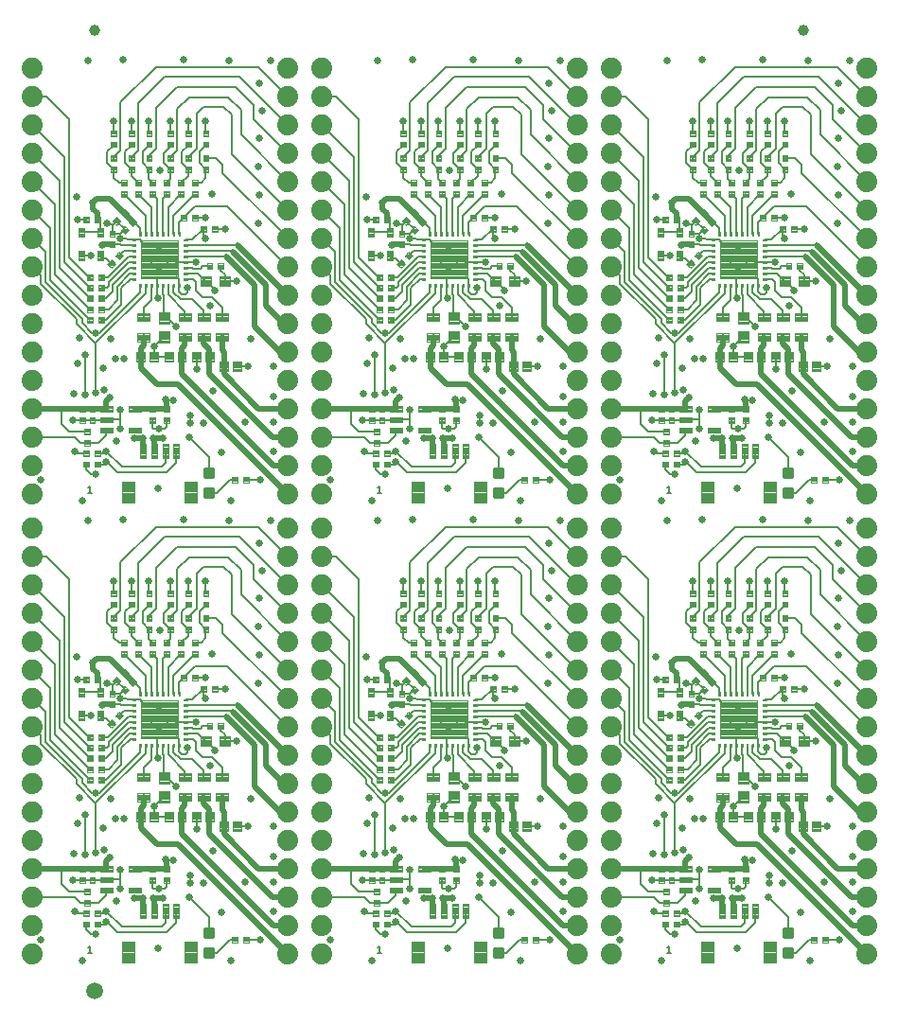
<source format=gtl>
G04 EAGLE Gerber RS-274X export*
G75*
%MOMM*%
%FSLAX34Y34*%
%LPD*%
%INTop Copper*%
%IPPOS*%
%AMOC8*
5,1,8,0,0,1.08239X$1,22.5*%
G01*
%ADD10C,0.203200*%
%ADD11C,0.096000*%
%ADD12C,0.102000*%
%ADD13C,0.102500*%
%ADD14C,0.103500*%
%ADD15C,0.635000*%
%ADD16C,0.104000*%
%ADD17C,0.300000*%
%ADD18C,0.100000*%
%ADD19C,0.099000*%
%ADD20C,1.879600*%
%ADD21C,1.000000*%
%ADD22C,1.500000*%
%ADD23C,0.508000*%


D10*
X63119Y17975D02*
X64812Y19329D01*
X64812Y13233D01*
X63119Y13233D02*
X66506Y13233D01*
X322199Y17975D02*
X323892Y19329D01*
X323892Y13233D01*
X322199Y13233D02*
X325586Y13233D01*
X581279Y17975D02*
X582972Y19329D01*
X582972Y13233D01*
X581279Y13233D02*
X584666Y13233D01*
X64812Y430809D02*
X63119Y429455D01*
X64812Y430809D02*
X64812Y424713D01*
X63119Y424713D02*
X66506Y424713D01*
X322199Y429455D02*
X323892Y430809D01*
X323892Y424713D01*
X322199Y424713D02*
X325586Y424713D01*
X581279Y429455D02*
X582972Y430809D01*
X582972Y424713D01*
X581279Y424713D02*
X584666Y424713D01*
D11*
X104520Y4530D02*
X93480Y4530D01*
X93480Y23570D01*
X104520Y23570D01*
X104520Y4530D01*
X104520Y5442D02*
X93480Y5442D01*
X93480Y6354D02*
X104520Y6354D01*
X104520Y7266D02*
X93480Y7266D01*
X93480Y8178D02*
X104520Y8178D01*
X104520Y9090D02*
X93480Y9090D01*
X93480Y10002D02*
X104520Y10002D01*
X104520Y10914D02*
X93480Y10914D01*
X93480Y11826D02*
X104520Y11826D01*
X104520Y12738D02*
X93480Y12738D01*
X93480Y13650D02*
X104520Y13650D01*
X104520Y14562D02*
X93480Y14562D01*
X93480Y15474D02*
X104520Y15474D01*
X104520Y16386D02*
X93480Y16386D01*
X93480Y17298D02*
X104520Y17298D01*
X104520Y18210D02*
X93480Y18210D01*
X93480Y19122D02*
X104520Y19122D01*
X104520Y20034D02*
X93480Y20034D01*
X93480Y20946D02*
X104520Y20946D01*
X104520Y21858D02*
X93480Y21858D01*
X93480Y22770D02*
X104520Y22770D01*
X149480Y4530D02*
X160520Y4530D01*
X149480Y4530D02*
X149480Y23570D01*
X160520Y23570D01*
X160520Y4530D01*
X160520Y5442D02*
X149480Y5442D01*
X149480Y6354D02*
X160520Y6354D01*
X160520Y7266D02*
X149480Y7266D01*
X149480Y8178D02*
X160520Y8178D01*
X160520Y9090D02*
X149480Y9090D01*
X149480Y10002D02*
X160520Y10002D01*
X160520Y10914D02*
X149480Y10914D01*
X149480Y11826D02*
X160520Y11826D01*
X160520Y12738D02*
X149480Y12738D01*
X149480Y13650D02*
X160520Y13650D01*
X160520Y14562D02*
X149480Y14562D01*
X149480Y15474D02*
X160520Y15474D01*
X160520Y16386D02*
X149480Y16386D01*
X149480Y17298D02*
X160520Y17298D01*
X160520Y18210D02*
X149480Y18210D01*
X149480Y19122D02*
X160520Y19122D01*
X160520Y20034D02*
X149480Y20034D01*
X149480Y20946D02*
X160520Y20946D01*
X160520Y21858D02*
X149480Y21858D01*
X149480Y22770D02*
X160520Y22770D01*
D12*
X114490Y44560D02*
X109510Y44560D01*
X109510Y57040D01*
X114490Y57040D01*
X114490Y44560D01*
X114490Y45529D02*
X109510Y45529D01*
X109510Y46498D02*
X114490Y46498D01*
X114490Y47467D02*
X109510Y47467D01*
X109510Y48436D02*
X114490Y48436D01*
X114490Y49405D02*
X109510Y49405D01*
X109510Y50374D02*
X114490Y50374D01*
X114490Y51343D02*
X109510Y51343D01*
X109510Y52312D02*
X114490Y52312D01*
X114490Y53281D02*
X109510Y53281D01*
X109510Y54250D02*
X114490Y54250D01*
X114490Y55219D02*
X109510Y55219D01*
X109510Y56188D02*
X114490Y56188D01*
X119510Y44560D02*
X124490Y44560D01*
X119510Y44560D02*
X119510Y57040D01*
X124490Y57040D01*
X124490Y44560D01*
X124490Y45529D02*
X119510Y45529D01*
X119510Y46498D02*
X124490Y46498D01*
X124490Y47467D02*
X119510Y47467D01*
X119510Y48436D02*
X124490Y48436D01*
X124490Y49405D02*
X119510Y49405D01*
X119510Y50374D02*
X124490Y50374D01*
X124490Y51343D02*
X119510Y51343D01*
X119510Y52312D02*
X124490Y52312D01*
X124490Y53281D02*
X119510Y53281D01*
X119510Y54250D02*
X124490Y54250D01*
X124490Y55219D02*
X119510Y55219D01*
X119510Y56188D02*
X124490Y56188D01*
X129510Y44560D02*
X134490Y44560D01*
X129510Y44560D02*
X129510Y57040D01*
X134490Y57040D01*
X134490Y44560D01*
X134490Y45529D02*
X129510Y45529D01*
X129510Y46498D02*
X134490Y46498D01*
X134490Y47467D02*
X129510Y47467D01*
X129510Y48436D02*
X134490Y48436D01*
X134490Y49405D02*
X129510Y49405D01*
X129510Y50374D02*
X134490Y50374D01*
X134490Y51343D02*
X129510Y51343D01*
X129510Y52312D02*
X134490Y52312D01*
X134490Y53281D02*
X129510Y53281D01*
X129510Y54250D02*
X134490Y54250D01*
X134490Y55219D02*
X129510Y55219D01*
X129510Y56188D02*
X134490Y56188D01*
X139510Y44560D02*
X144490Y44560D01*
X139510Y44560D02*
X139510Y57040D01*
X144490Y57040D01*
X144490Y44560D01*
X144490Y45529D02*
X139510Y45529D01*
X139510Y46498D02*
X144490Y46498D01*
X144490Y47467D02*
X139510Y47467D01*
X139510Y48436D02*
X144490Y48436D01*
X144490Y49405D02*
X139510Y49405D01*
X139510Y50374D02*
X144490Y50374D01*
X144490Y51343D02*
X139510Y51343D01*
X139510Y52312D02*
X144490Y52312D01*
X144490Y53281D02*
X139510Y53281D01*
X139510Y54250D02*
X144490Y54250D01*
X144490Y55219D02*
X139510Y55219D01*
X139510Y56188D02*
X144490Y56188D01*
D13*
X145238Y243762D02*
X143762Y243762D01*
X143762Y246738D01*
X145238Y246738D01*
X145238Y243762D01*
X145238Y244736D02*
X143762Y244736D01*
X143762Y245710D02*
X145238Y245710D01*
X145238Y246684D02*
X143762Y246684D01*
X140238Y243762D02*
X138762Y243762D01*
X138762Y246738D01*
X140238Y246738D01*
X140238Y243762D01*
X140238Y244736D02*
X138762Y244736D01*
X138762Y245710D02*
X140238Y245710D01*
X140238Y246684D02*
X138762Y246684D01*
X135238Y243762D02*
X133762Y243762D01*
X133762Y246738D01*
X135238Y246738D01*
X135238Y243762D01*
X135238Y244736D02*
X133762Y244736D01*
X133762Y245710D02*
X135238Y245710D01*
X135238Y246684D02*
X133762Y246684D01*
X130238Y243762D02*
X128762Y243762D01*
X128762Y246738D01*
X130238Y246738D01*
X130238Y243762D01*
X130238Y244736D02*
X128762Y244736D01*
X128762Y245710D02*
X130238Y245710D01*
X130238Y246684D02*
X128762Y246684D01*
X125238Y243762D02*
X123762Y243762D01*
X123762Y246738D01*
X125238Y246738D01*
X125238Y243762D01*
X125238Y244736D02*
X123762Y244736D01*
X123762Y245710D02*
X125238Y245710D01*
X125238Y246684D02*
X123762Y246684D01*
X120238Y243762D02*
X118762Y243762D01*
X118762Y246738D01*
X120238Y246738D01*
X120238Y243762D01*
X120238Y244736D02*
X118762Y244736D01*
X118762Y245710D02*
X120238Y245710D01*
X120238Y246684D02*
X118762Y246684D01*
X115238Y243762D02*
X113762Y243762D01*
X113762Y246738D01*
X115238Y246738D01*
X115238Y243762D01*
X115238Y244736D02*
X113762Y244736D01*
X113762Y245710D02*
X115238Y245710D01*
X115238Y246684D02*
X113762Y246684D01*
X110238Y243762D02*
X108762Y243762D01*
X108762Y246738D01*
X110238Y246738D01*
X110238Y243762D01*
X110238Y244736D02*
X108762Y244736D01*
X108762Y245710D02*
X110238Y245710D01*
X110238Y246684D02*
X108762Y246684D01*
X105488Y240488D02*
X105488Y239012D01*
X102512Y239012D01*
X102512Y240488D01*
X105488Y240488D01*
X105488Y239986D02*
X102512Y239986D01*
X105488Y235488D02*
X105488Y234012D01*
X102512Y234012D01*
X102512Y235488D01*
X105488Y235488D01*
X105488Y234986D02*
X102512Y234986D01*
X105488Y230488D02*
X105488Y229012D01*
X102512Y229012D01*
X102512Y230488D01*
X105488Y230488D01*
X105488Y229986D02*
X102512Y229986D01*
X105488Y225488D02*
X105488Y224012D01*
X102512Y224012D01*
X102512Y225488D01*
X105488Y225488D01*
X105488Y224986D02*
X102512Y224986D01*
X105488Y220488D02*
X105488Y219012D01*
X102512Y219012D01*
X102512Y220488D01*
X105488Y220488D01*
X105488Y219986D02*
X102512Y219986D01*
X105488Y215488D02*
X105488Y214012D01*
X102512Y214012D01*
X102512Y215488D01*
X105488Y215488D01*
X105488Y214986D02*
X102512Y214986D01*
X105488Y210488D02*
X105488Y209012D01*
X102512Y209012D01*
X102512Y210488D01*
X105488Y210488D01*
X105488Y209986D02*
X102512Y209986D01*
X105488Y205488D02*
X105488Y204012D01*
X102512Y204012D01*
X102512Y205488D01*
X105488Y205488D01*
X105488Y204986D02*
X102512Y204986D01*
X108762Y200738D02*
X110238Y200738D01*
X110238Y197762D01*
X108762Y197762D01*
X108762Y200738D01*
X108762Y198736D02*
X110238Y198736D01*
X110238Y199710D02*
X108762Y199710D01*
X108762Y200684D02*
X110238Y200684D01*
X113762Y200738D02*
X115238Y200738D01*
X115238Y197762D01*
X113762Y197762D01*
X113762Y200738D01*
X113762Y198736D02*
X115238Y198736D01*
X115238Y199710D02*
X113762Y199710D01*
X113762Y200684D02*
X115238Y200684D01*
X118762Y200738D02*
X120238Y200738D01*
X120238Y197762D01*
X118762Y197762D01*
X118762Y200738D01*
X118762Y198736D02*
X120238Y198736D01*
X120238Y199710D02*
X118762Y199710D01*
X118762Y200684D02*
X120238Y200684D01*
X123762Y200738D02*
X125238Y200738D01*
X125238Y197762D01*
X123762Y197762D01*
X123762Y200738D01*
X123762Y198736D02*
X125238Y198736D01*
X125238Y199710D02*
X123762Y199710D01*
X123762Y200684D02*
X125238Y200684D01*
X128762Y200738D02*
X130238Y200738D01*
X130238Y197762D01*
X128762Y197762D01*
X128762Y200738D01*
X128762Y198736D02*
X130238Y198736D01*
X130238Y199710D02*
X128762Y199710D01*
X128762Y200684D02*
X130238Y200684D01*
X133762Y200738D02*
X135238Y200738D01*
X135238Y197762D01*
X133762Y197762D01*
X133762Y200738D01*
X133762Y198736D02*
X135238Y198736D01*
X135238Y199710D02*
X133762Y199710D01*
X133762Y200684D02*
X135238Y200684D01*
X138762Y200738D02*
X140238Y200738D01*
X140238Y197762D01*
X138762Y197762D01*
X138762Y200738D01*
X138762Y198736D02*
X140238Y198736D01*
X140238Y199710D02*
X138762Y199710D01*
X138762Y200684D02*
X140238Y200684D01*
X143762Y200738D02*
X145238Y200738D01*
X145238Y197762D01*
X143762Y197762D01*
X143762Y200738D01*
X143762Y198736D02*
X145238Y198736D01*
X145238Y199710D02*
X143762Y199710D01*
X143762Y200684D02*
X145238Y200684D01*
X148512Y204012D02*
X148512Y205488D01*
X151488Y205488D01*
X151488Y204012D01*
X148512Y204012D01*
X148512Y204986D02*
X151488Y204986D01*
X148512Y209012D02*
X148512Y210488D01*
X151488Y210488D01*
X151488Y209012D01*
X148512Y209012D01*
X148512Y209986D02*
X151488Y209986D01*
X148512Y214012D02*
X148512Y215488D01*
X151488Y215488D01*
X151488Y214012D01*
X148512Y214012D01*
X148512Y214986D02*
X151488Y214986D01*
X148512Y219012D02*
X148512Y220488D01*
X151488Y220488D01*
X151488Y219012D01*
X148512Y219012D01*
X148512Y219986D02*
X151488Y219986D01*
X148512Y224012D02*
X148512Y225488D01*
X151488Y225488D01*
X151488Y224012D01*
X148512Y224012D01*
X148512Y224986D02*
X151488Y224986D01*
X148512Y229012D02*
X148512Y230488D01*
X151488Y230488D01*
X151488Y229012D01*
X148512Y229012D01*
X148512Y229986D02*
X151488Y229986D01*
X148512Y234012D02*
X148512Y235488D01*
X151488Y235488D01*
X151488Y234012D01*
X148512Y234012D01*
X148512Y234986D02*
X151488Y234986D01*
X148512Y239012D02*
X148512Y240488D01*
X151488Y240488D01*
X151488Y239012D01*
X148512Y239012D01*
X148512Y239986D02*
X151488Y239986D01*
D14*
X110267Y238983D02*
X110267Y205517D01*
X110267Y238983D02*
X143733Y238983D01*
X143733Y205517D01*
X110267Y205517D01*
X110267Y206500D02*
X143733Y206500D01*
X143733Y207483D02*
X110267Y207483D01*
X110267Y208466D02*
X143733Y208466D01*
X143733Y209449D02*
X110267Y209449D01*
X110267Y210432D02*
X143733Y210432D01*
X143733Y211415D02*
X110267Y211415D01*
X110267Y212398D02*
X143733Y212398D01*
X143733Y213381D02*
X110267Y213381D01*
X110267Y214364D02*
X143733Y214364D01*
X143733Y215347D02*
X110267Y215347D01*
X110267Y216330D02*
X143733Y216330D01*
X143733Y217313D02*
X110267Y217313D01*
X110267Y218296D02*
X143733Y218296D01*
X143733Y219279D02*
X110267Y219279D01*
X110267Y220262D02*
X143733Y220262D01*
X143733Y221245D02*
X110267Y221245D01*
X110267Y222228D02*
X143733Y222228D01*
X143733Y223211D02*
X110267Y223211D01*
X110267Y224194D02*
X143733Y224194D01*
X143733Y225177D02*
X110267Y225177D01*
X110267Y226160D02*
X143733Y226160D01*
X143733Y227143D02*
X110267Y227143D01*
X110267Y228126D02*
X143733Y228126D01*
X143733Y229109D02*
X110267Y229109D01*
X110267Y230092D02*
X143733Y230092D01*
X143733Y231075D02*
X110267Y231075D01*
X110267Y232058D02*
X143733Y232058D01*
X143733Y233041D02*
X110267Y233041D01*
X110267Y234024D02*
X143733Y234024D01*
X143733Y235007D02*
X110267Y235007D01*
X110267Y235990D02*
X143733Y235990D01*
X143733Y236973D02*
X110267Y236973D01*
X110267Y237956D02*
X143733Y237956D01*
X143733Y238939D02*
X110267Y238939D01*
D12*
X82028Y243076D02*
X82028Y248056D01*
X87008Y248056D01*
X87008Y243076D01*
X82028Y243076D01*
X82028Y244045D02*
X87008Y244045D01*
X87008Y245014D02*
X82028Y245014D01*
X82028Y245983D02*
X87008Y245983D01*
X87008Y246952D02*
X82028Y246952D01*
X82028Y247921D02*
X87008Y247921D01*
X82028Y238056D02*
X82028Y233076D01*
X82028Y238056D02*
X87008Y238056D01*
X87008Y233076D01*
X82028Y233076D01*
X82028Y234045D02*
X87008Y234045D01*
X87008Y235014D02*
X82028Y235014D01*
X82028Y235983D02*
X87008Y235983D01*
X87008Y236952D02*
X82028Y236952D01*
X82028Y237921D02*
X87008Y237921D01*
X95749Y244928D02*
X99270Y248449D01*
X95749Y244928D02*
X92228Y248449D01*
X95749Y251970D01*
X99270Y248449D01*
X96718Y245897D02*
X94780Y245897D01*
X93811Y246866D02*
X97687Y246866D01*
X98656Y247835D02*
X92842Y247835D01*
X92583Y248804D02*
X98915Y248804D01*
X97946Y249773D02*
X93552Y249773D01*
X94521Y250742D02*
X96977Y250742D01*
X96008Y251711D02*
X95490Y251711D01*
X102820Y251999D02*
X106341Y255520D01*
X102820Y251999D02*
X99299Y255520D01*
X102820Y259041D01*
X106341Y255520D01*
X103789Y252968D02*
X101851Y252968D01*
X100882Y253937D02*
X104758Y253937D01*
X105727Y254906D02*
X99913Y254906D01*
X99654Y255875D02*
X105986Y255875D01*
X105017Y256844D02*
X100623Y256844D01*
X101592Y257813D02*
X104048Y257813D01*
X103079Y258782D02*
X102561Y258782D01*
X91910Y256592D02*
X88389Y253071D01*
X84868Y256592D01*
X88389Y260113D01*
X91910Y256592D01*
X89358Y254040D02*
X87420Y254040D01*
X86451Y255009D02*
X90327Y255009D01*
X91296Y255978D02*
X85482Y255978D01*
X85223Y256947D02*
X91555Y256947D01*
X90586Y257916D02*
X86192Y257916D01*
X87161Y258885D02*
X89617Y258885D01*
X88648Y259854D02*
X88130Y259854D01*
X95460Y260143D02*
X98981Y263664D01*
X95460Y260143D02*
X91939Y263664D01*
X95460Y267185D01*
X98981Y263664D01*
X96429Y261112D02*
X94491Y261112D01*
X93522Y262081D02*
X97398Y262081D01*
X98367Y263050D02*
X92553Y263050D01*
X92294Y264019D02*
X98626Y264019D01*
X97657Y264988D02*
X93263Y264988D01*
X94232Y265957D02*
X96688Y265957D01*
X95719Y266926D02*
X95201Y266926D01*
X179243Y218771D02*
X184223Y218771D01*
X184223Y213791D01*
X179243Y213791D01*
X179243Y218771D01*
X179243Y214760D02*
X184223Y214760D01*
X184223Y215729D02*
X179243Y215729D01*
X179243Y216698D02*
X184223Y216698D01*
X184223Y217667D02*
X179243Y217667D01*
X179243Y218636D02*
X184223Y218636D01*
X174223Y218771D02*
X169243Y218771D01*
X174223Y218771D02*
X174223Y213791D01*
X169243Y213791D01*
X169243Y218771D01*
X169243Y214760D02*
X174223Y214760D01*
X174223Y215729D02*
X169243Y215729D01*
X169243Y216698D02*
X174223Y216698D01*
X174223Y217667D02*
X169243Y217667D01*
X169243Y218636D02*
X174223Y218636D01*
X161180Y262361D02*
X156200Y262361D01*
X161180Y262361D02*
X161180Y257381D01*
X156200Y257381D01*
X156200Y262361D01*
X156200Y258350D02*
X161180Y258350D01*
X161180Y259319D02*
X156200Y259319D01*
X156200Y260288D02*
X161180Y260288D01*
X161180Y261257D02*
X156200Y261257D01*
X156200Y262226D02*
X161180Y262226D01*
X151180Y262361D02*
X146200Y262361D01*
X151180Y262361D02*
X151180Y257381D01*
X146200Y257381D01*
X146200Y262361D01*
X146200Y258350D02*
X151180Y258350D01*
X151180Y259319D02*
X146200Y259319D01*
X146200Y260288D02*
X151180Y260288D01*
X151180Y261257D02*
X146200Y261257D01*
X146200Y262226D02*
X151180Y262226D01*
X73886Y41530D02*
X68906Y41530D01*
X73886Y41530D02*
X73886Y36550D01*
X68906Y36550D01*
X68906Y41530D01*
X68906Y37519D02*
X73886Y37519D01*
X73886Y38488D02*
X68906Y38488D01*
X68906Y39457D02*
X73886Y39457D01*
X73886Y40426D02*
X68906Y40426D01*
X68906Y41395D02*
X73886Y41395D01*
X63886Y41530D02*
X58906Y41530D01*
X63886Y41530D02*
X63886Y36550D01*
X58906Y36550D01*
X58906Y41530D01*
X58906Y37519D02*
X63886Y37519D01*
X63886Y38488D02*
X58906Y38488D01*
X58906Y39457D02*
X63886Y39457D01*
X63886Y40426D02*
X58906Y40426D01*
X58906Y41395D02*
X63886Y41395D01*
X69007Y51487D02*
X73987Y51487D01*
X73987Y46507D01*
X69007Y46507D01*
X69007Y51487D01*
X69007Y47476D02*
X73987Y47476D01*
X73987Y48445D02*
X69007Y48445D01*
X69007Y49414D02*
X73987Y49414D01*
X73987Y50383D02*
X69007Y50383D01*
X69007Y51352D02*
X73987Y51352D01*
X63987Y51487D02*
X59007Y51487D01*
X63987Y51487D02*
X63987Y46507D01*
X59007Y46507D01*
X59007Y51487D01*
X59007Y47476D02*
X63987Y47476D01*
X63987Y48445D02*
X59007Y48445D01*
X59007Y49414D02*
X63987Y49414D01*
X63987Y50383D02*
X59007Y50383D01*
X59007Y51352D02*
X63987Y51352D01*
D15*
X20787Y25357D03*
X226226Y400021D03*
D16*
X70953Y250565D02*
X70953Y242605D01*
X70953Y250565D02*
X76413Y250565D01*
X76413Y242605D01*
X70953Y242605D01*
X70953Y243593D02*
X76413Y243593D01*
X76413Y244581D02*
X70953Y244581D01*
X70953Y245569D02*
X76413Y245569D01*
X76413Y246557D02*
X70953Y246557D01*
X70953Y247545D02*
X76413Y247545D01*
X76413Y248533D02*
X70953Y248533D01*
X70953Y249521D02*
X76413Y249521D01*
X76413Y250509D02*
X70953Y250509D01*
X54453Y250565D02*
X54453Y242605D01*
X54453Y250565D02*
X59913Y250565D01*
X59913Y242605D01*
X54453Y242605D01*
X54453Y243593D02*
X59913Y243593D01*
X59913Y244581D02*
X54453Y244581D01*
X54453Y245569D02*
X59913Y245569D01*
X59913Y246557D02*
X54453Y246557D01*
X54453Y247545D02*
X59913Y247545D01*
X59913Y248533D02*
X54453Y248533D01*
X54453Y249521D02*
X59913Y249521D01*
X59913Y250509D02*
X54453Y250509D01*
X54453Y229565D02*
X54453Y221605D01*
X54453Y229565D02*
X59913Y229565D01*
X59913Y221605D01*
X54453Y221605D01*
X54453Y222593D02*
X59913Y222593D01*
X59913Y223581D02*
X54453Y223581D01*
X54453Y224569D02*
X59913Y224569D01*
X59913Y225557D02*
X54453Y225557D01*
X54453Y226545D02*
X59913Y226545D01*
X59913Y227533D02*
X54453Y227533D01*
X54453Y228521D02*
X59913Y228521D01*
X59913Y229509D02*
X54453Y229509D01*
X70953Y229565D02*
X70953Y221605D01*
X70953Y229565D02*
X76413Y229565D01*
X76413Y221605D01*
X70953Y221605D01*
X70953Y222593D02*
X76413Y222593D01*
X76413Y223581D02*
X70953Y223581D01*
X70953Y224569D02*
X76413Y224569D01*
X76413Y225557D02*
X70953Y225557D01*
X70953Y226545D02*
X76413Y226545D01*
X76413Y227533D02*
X70953Y227533D01*
X70953Y228521D02*
X76413Y228521D01*
X76413Y229509D02*
X70953Y229509D01*
D12*
X68542Y260507D02*
X73522Y260507D01*
X73522Y255527D01*
X68542Y255527D01*
X68542Y260507D01*
X68542Y256496D02*
X73522Y256496D01*
X73522Y257465D02*
X68542Y257465D01*
X68542Y258434D02*
X73522Y258434D01*
X73522Y259403D02*
X68542Y259403D01*
X68542Y260372D02*
X73522Y260372D01*
X63522Y260507D02*
X58542Y260507D01*
X63522Y260507D02*
X63522Y255527D01*
X58542Y255527D01*
X58542Y260507D01*
X58542Y256496D02*
X63522Y256496D01*
X63522Y257465D02*
X58542Y257465D01*
X58542Y258434D02*
X63522Y258434D01*
X63522Y259403D02*
X58542Y259403D01*
X58542Y260372D02*
X63522Y260372D01*
D16*
X160763Y174100D02*
X160763Y167140D01*
X160763Y174100D02*
X171723Y174100D01*
X171723Y167140D01*
X160763Y167140D01*
X160763Y168128D02*
X171723Y168128D01*
X171723Y169116D02*
X160763Y169116D01*
X160763Y170104D02*
X171723Y170104D01*
X171723Y171092D02*
X160763Y171092D01*
X160763Y172080D02*
X171723Y172080D01*
X171723Y173068D02*
X160763Y173068D01*
X160763Y174056D02*
X171723Y174056D01*
X160763Y156100D02*
X160763Y149140D01*
X160763Y156100D02*
X171723Y156100D01*
X171723Y149140D01*
X160763Y149140D01*
X160763Y150128D02*
X171723Y150128D01*
X171723Y151116D02*
X160763Y151116D01*
X160763Y152104D02*
X171723Y152104D01*
X171723Y153092D02*
X160763Y153092D01*
X160763Y154080D02*
X171723Y154080D01*
X171723Y155068D02*
X160763Y155068D01*
X160763Y156056D02*
X171723Y156056D01*
X177451Y167140D02*
X177451Y174100D01*
X188411Y174100D01*
X188411Y167140D01*
X177451Y167140D01*
X177451Y168128D02*
X188411Y168128D01*
X188411Y169116D02*
X177451Y169116D01*
X177451Y170104D02*
X188411Y170104D01*
X188411Y171092D02*
X177451Y171092D01*
X177451Y172080D02*
X188411Y172080D01*
X188411Y173068D02*
X177451Y173068D01*
X177451Y174056D02*
X188411Y174056D01*
X177451Y156100D02*
X177451Y149140D01*
X177451Y156100D02*
X188411Y156100D01*
X188411Y149140D01*
X177451Y149140D01*
X177451Y150128D02*
X188411Y150128D01*
X188411Y151116D02*
X177451Y151116D01*
X177451Y152104D02*
X188411Y152104D01*
X188411Y153092D02*
X177451Y153092D01*
X177451Y154080D02*
X188411Y154080D01*
X188411Y155068D02*
X177451Y155068D01*
X177451Y156056D02*
X188411Y156056D01*
X143999Y167140D02*
X143999Y174100D01*
X154959Y174100D01*
X154959Y167140D01*
X143999Y167140D01*
X143999Y168128D02*
X154959Y168128D01*
X154959Y169116D02*
X143999Y169116D01*
X143999Y170104D02*
X154959Y170104D01*
X154959Y171092D02*
X143999Y171092D01*
X143999Y172080D02*
X154959Y172080D01*
X154959Y173068D02*
X143999Y173068D01*
X143999Y174056D02*
X154959Y174056D01*
X143999Y156100D02*
X143999Y149140D01*
X143999Y156100D02*
X154959Y156100D01*
X154959Y149140D01*
X143999Y149140D01*
X143999Y150128D02*
X154959Y150128D01*
X154959Y151116D02*
X143999Y151116D01*
X143999Y152104D02*
X154959Y152104D01*
X154959Y153092D02*
X143999Y153092D01*
X143999Y154080D02*
X154959Y154080D01*
X154959Y155068D02*
X143999Y155068D01*
X143999Y156056D02*
X154959Y156056D01*
X107220Y167064D02*
X107220Y174024D01*
X118180Y174024D01*
X118180Y167064D01*
X107220Y167064D01*
X107220Y168052D02*
X118180Y168052D01*
X118180Y169040D02*
X107220Y169040D01*
X107220Y170028D02*
X118180Y170028D01*
X118180Y171016D02*
X107220Y171016D01*
X107220Y172004D02*
X118180Y172004D01*
X118180Y172992D02*
X107220Y172992D01*
X107220Y173980D02*
X118180Y173980D01*
X107220Y156024D02*
X107220Y149064D01*
X107220Y156024D02*
X118180Y156024D01*
X118180Y149064D01*
X107220Y149064D01*
X107220Y150052D02*
X118180Y150052D01*
X118180Y151040D02*
X107220Y151040D01*
X107220Y152028D02*
X118180Y152028D01*
X118180Y153016D02*
X107220Y153016D01*
X107220Y154004D02*
X118180Y154004D01*
X118180Y154992D02*
X107220Y154992D01*
X107220Y155980D02*
X118180Y155980D01*
D12*
X167719Y139143D02*
X175199Y139143D01*
X175199Y131163D01*
X167719Y131163D01*
X167719Y139143D01*
X167719Y132132D02*
X175199Y132132D01*
X175199Y133101D02*
X167719Y133101D01*
X167719Y134070D02*
X175199Y134070D01*
X175199Y135039D02*
X167719Y135039D01*
X167719Y136008D02*
X175199Y136008D01*
X175199Y136977D02*
X167719Y136977D01*
X167719Y137946D02*
X175199Y137946D01*
X175199Y138915D02*
X167719Y138915D01*
X163599Y139143D02*
X156119Y139143D01*
X163599Y139143D02*
X163599Y131163D01*
X156119Y131163D01*
X156119Y139143D01*
X156119Y132132D02*
X163599Y132132D01*
X163599Y133101D02*
X156119Y133101D01*
X156119Y134070D02*
X163599Y134070D01*
X163599Y135039D02*
X156119Y135039D01*
X156119Y136008D02*
X163599Y136008D01*
X163599Y136977D02*
X156119Y136977D01*
X156119Y137946D02*
X163599Y137946D01*
X163599Y138915D02*
X156119Y138915D01*
X180833Y122527D02*
X188313Y122527D01*
X180833Y122527D02*
X180833Y130507D01*
X188313Y130507D01*
X188313Y122527D01*
X188313Y123496D02*
X180833Y123496D01*
X180833Y124465D02*
X188313Y124465D01*
X188313Y125434D02*
X180833Y125434D01*
X180833Y126403D02*
X188313Y126403D01*
X188313Y127372D02*
X180833Y127372D01*
X180833Y128341D02*
X188313Y128341D01*
X188313Y129310D02*
X180833Y129310D01*
X180833Y130279D02*
X188313Y130279D01*
X192433Y122527D02*
X199913Y122527D01*
X192433Y122527D02*
X192433Y130507D01*
X199913Y130507D01*
X199913Y122527D01*
X199913Y123496D02*
X192433Y123496D01*
X192433Y124465D02*
X199913Y124465D01*
X199913Y125434D02*
X192433Y125434D01*
X192433Y126403D02*
X199913Y126403D01*
X199913Y127372D02*
X192433Y127372D01*
X192433Y128341D02*
X199913Y128341D01*
X199913Y129310D02*
X192433Y129310D01*
X192433Y130279D02*
X199913Y130279D01*
X150459Y139169D02*
X142979Y139169D01*
X150459Y139169D02*
X150459Y131189D01*
X142979Y131189D01*
X142979Y139169D01*
X142979Y132158D02*
X150459Y132158D01*
X150459Y133127D02*
X142979Y133127D01*
X142979Y134096D02*
X150459Y134096D01*
X150459Y135065D02*
X142979Y135065D01*
X142979Y136034D02*
X150459Y136034D01*
X150459Y137003D02*
X142979Y137003D01*
X142979Y137972D02*
X150459Y137972D01*
X150459Y138941D02*
X142979Y138941D01*
X138859Y139169D02*
X131379Y139169D01*
X138859Y139169D02*
X138859Y131189D01*
X131379Y131189D01*
X131379Y139169D01*
X131379Y132158D02*
X138859Y132158D01*
X138859Y133127D02*
X131379Y133127D01*
X131379Y134096D02*
X138859Y134096D01*
X138859Y135065D02*
X131379Y135065D01*
X131379Y136034D02*
X138859Y136034D01*
X138859Y137003D02*
X131379Y137003D01*
X131379Y137972D02*
X138859Y137972D01*
X138859Y138941D02*
X131379Y138941D01*
X113891Y131138D02*
X106411Y131138D01*
X106411Y139118D01*
X113891Y139118D01*
X113891Y131138D01*
X113891Y132107D02*
X106411Y132107D01*
X106411Y133076D02*
X113891Y133076D01*
X113891Y134045D02*
X106411Y134045D01*
X106411Y135014D02*
X113891Y135014D01*
X113891Y135983D02*
X106411Y135983D01*
X106411Y136952D02*
X113891Y136952D01*
X113891Y137921D02*
X106411Y137921D01*
X106411Y138890D02*
X113891Y138890D01*
X118011Y131138D02*
X125491Y131138D01*
X118011Y131138D02*
X118011Y139118D01*
X125491Y139118D01*
X125491Y131138D01*
X125491Y132107D02*
X118011Y132107D01*
X118011Y133076D02*
X125491Y133076D01*
X125491Y134045D02*
X118011Y134045D01*
X118011Y135014D02*
X125491Y135014D01*
X125491Y135983D02*
X118011Y135983D01*
X118011Y136952D02*
X125491Y136952D01*
X125491Y137921D02*
X118011Y137921D01*
X118011Y138890D02*
X125491Y138890D01*
D17*
X167950Y16955D02*
X174950Y16955D01*
X174950Y9955D01*
X167950Y9955D01*
X167950Y16955D01*
X167950Y12805D02*
X174950Y12805D01*
X174950Y15655D02*
X167950Y15655D01*
X167950Y34495D02*
X174950Y34495D01*
X174950Y27495D01*
X167950Y27495D01*
X167950Y34495D01*
X167950Y30345D02*
X174950Y30345D01*
X174950Y33195D02*
X167950Y33195D01*
D12*
X201900Y27890D02*
X206880Y27890D01*
X206880Y22910D01*
X201900Y22910D01*
X201900Y27890D01*
X201900Y23879D02*
X206880Y23879D01*
X206880Y24848D02*
X201900Y24848D01*
X201900Y25817D02*
X206880Y25817D01*
X206880Y26786D02*
X201900Y26786D01*
X201900Y27755D02*
X206880Y27755D01*
X196880Y27890D02*
X191900Y27890D01*
X196880Y27890D02*
X196880Y22910D01*
X191900Y22910D01*
X191900Y27890D01*
X191900Y23879D02*
X196880Y23879D01*
X196880Y24848D02*
X191900Y24848D01*
X191900Y25817D02*
X196880Y25817D01*
X196880Y26786D02*
X191900Y26786D01*
X191900Y27755D02*
X196880Y27755D01*
X130860Y288260D02*
X130860Y293240D01*
X135840Y293240D01*
X135840Y288260D01*
X130860Y288260D01*
X130860Y289229D02*
X135840Y289229D01*
X135840Y290198D02*
X130860Y290198D01*
X130860Y291167D02*
X135840Y291167D01*
X135840Y292136D02*
X130860Y292136D01*
X130860Y293105D02*
X135840Y293105D01*
X130860Y283240D02*
X130860Y278260D01*
X130860Y283240D02*
X135840Y283240D01*
X135840Y278260D01*
X130860Y278260D01*
X130860Y279229D02*
X135840Y279229D01*
X135840Y280198D02*
X130860Y280198D01*
X130860Y281167D02*
X135840Y281167D01*
X135840Y282136D02*
X130860Y282136D01*
X130860Y283105D02*
X135840Y283105D01*
X143560Y288260D02*
X143560Y293240D01*
X148540Y293240D01*
X148540Y288260D01*
X143560Y288260D01*
X143560Y289229D02*
X148540Y289229D01*
X148540Y290198D02*
X143560Y290198D01*
X143560Y291167D02*
X148540Y291167D01*
X148540Y292136D02*
X143560Y292136D01*
X143560Y293105D02*
X148540Y293105D01*
X143560Y283240D02*
X143560Y278260D01*
X143560Y283240D02*
X148540Y283240D01*
X148540Y278260D01*
X143560Y278260D01*
X143560Y279229D02*
X148540Y279229D01*
X148540Y280198D02*
X143560Y280198D01*
X143560Y281167D02*
X148540Y281167D01*
X148540Y282136D02*
X143560Y282136D01*
X143560Y283105D02*
X148540Y283105D01*
X134035Y310485D02*
X134035Y315465D01*
X139015Y315465D01*
X139015Y310485D01*
X134035Y310485D01*
X134035Y311454D02*
X139015Y311454D01*
X139015Y312423D02*
X134035Y312423D01*
X134035Y313392D02*
X139015Y313392D01*
X139015Y314361D02*
X134035Y314361D01*
X134035Y315330D02*
X139015Y315330D01*
X134035Y305465D02*
X134035Y300485D01*
X134035Y305465D02*
X139015Y305465D01*
X139015Y300485D01*
X134035Y300485D01*
X134035Y301454D02*
X139015Y301454D01*
X139015Y302423D02*
X134035Y302423D01*
X134035Y303392D02*
X139015Y303392D01*
X139015Y304361D02*
X134035Y304361D01*
X134035Y305330D02*
X139015Y305330D01*
X149910Y310485D02*
X149910Y315465D01*
X154890Y315465D01*
X154890Y310485D01*
X149910Y310485D01*
X149910Y311454D02*
X154890Y311454D01*
X154890Y312423D02*
X149910Y312423D01*
X149910Y313392D02*
X154890Y313392D01*
X154890Y314361D02*
X149910Y314361D01*
X149910Y315330D02*
X154890Y315330D01*
X149910Y305465D02*
X149910Y300485D01*
X149910Y305465D02*
X154890Y305465D01*
X154890Y300485D01*
X149910Y300485D01*
X149910Y301454D02*
X154890Y301454D01*
X154890Y302423D02*
X149910Y302423D01*
X149910Y303392D02*
X154890Y303392D01*
X154890Y304361D02*
X149910Y304361D01*
X149910Y305330D02*
X154890Y305330D01*
X154890Y322710D02*
X154890Y327690D01*
X154890Y322710D02*
X149910Y322710D01*
X149910Y327690D01*
X154890Y327690D01*
X154890Y323679D02*
X149910Y323679D01*
X149910Y324648D02*
X154890Y324648D01*
X154890Y325617D02*
X149910Y325617D01*
X149910Y326586D02*
X154890Y326586D01*
X154890Y327555D02*
X149910Y327555D01*
X154890Y332710D02*
X154890Y337690D01*
X154890Y332710D02*
X149910Y332710D01*
X149910Y337690D01*
X154890Y337690D01*
X154890Y333679D02*
X149910Y333679D01*
X149910Y334648D02*
X154890Y334648D01*
X154890Y335617D02*
X149910Y335617D01*
X149910Y336586D02*
X154890Y336586D01*
X154890Y337555D02*
X149910Y337555D01*
X139015Y327690D02*
X139015Y322710D01*
X134035Y322710D01*
X134035Y327690D01*
X139015Y327690D01*
X139015Y323679D02*
X134035Y323679D01*
X134035Y324648D02*
X139015Y324648D01*
X139015Y325617D02*
X134035Y325617D01*
X134035Y326586D02*
X139015Y326586D01*
X139015Y327555D02*
X134035Y327555D01*
X139015Y332710D02*
X139015Y337690D01*
X139015Y332710D02*
X134035Y332710D01*
X134035Y337690D01*
X139015Y337690D01*
X139015Y333679D02*
X134035Y333679D01*
X134035Y334648D02*
X139015Y334648D01*
X139015Y335617D02*
X134035Y335617D01*
X134035Y336586D02*
X139015Y336586D01*
X139015Y337555D02*
X134035Y337555D01*
X165785Y315465D02*
X165785Y310485D01*
X165785Y315465D02*
X170765Y315465D01*
X170765Y310485D01*
X165785Y310485D01*
X165785Y311454D02*
X170765Y311454D01*
X170765Y312423D02*
X165785Y312423D01*
X165785Y313392D02*
X170765Y313392D01*
X170765Y314361D02*
X165785Y314361D01*
X165785Y315330D02*
X170765Y315330D01*
X165785Y305465D02*
X165785Y300485D01*
X165785Y305465D02*
X170765Y305465D01*
X170765Y300485D01*
X165785Y300485D01*
X165785Y301454D02*
X170765Y301454D01*
X170765Y302423D02*
X165785Y302423D01*
X165785Y303392D02*
X170765Y303392D01*
X170765Y304361D02*
X165785Y304361D01*
X165785Y305330D02*
X170765Y305330D01*
X114985Y310485D02*
X114985Y315465D01*
X119965Y315465D01*
X119965Y310485D01*
X114985Y310485D01*
X114985Y311454D02*
X119965Y311454D01*
X119965Y312423D02*
X114985Y312423D01*
X114985Y313392D02*
X119965Y313392D01*
X119965Y314361D02*
X114985Y314361D01*
X114985Y315330D02*
X119965Y315330D01*
X114985Y305465D02*
X114985Y300485D01*
X114985Y305465D02*
X119965Y305465D01*
X119965Y300485D01*
X114985Y300485D01*
X114985Y301454D02*
X119965Y301454D01*
X119965Y302423D02*
X114985Y302423D01*
X114985Y303392D02*
X119965Y303392D01*
X119965Y304361D02*
X114985Y304361D01*
X114985Y305330D02*
X119965Y305330D01*
X99110Y310485D02*
X99110Y315465D01*
X104090Y315465D01*
X104090Y310485D01*
X99110Y310485D01*
X99110Y311454D02*
X104090Y311454D01*
X104090Y312423D02*
X99110Y312423D01*
X99110Y313392D02*
X104090Y313392D01*
X104090Y314361D02*
X99110Y314361D01*
X99110Y315330D02*
X104090Y315330D01*
X99110Y305465D02*
X99110Y300485D01*
X99110Y305465D02*
X104090Y305465D01*
X104090Y300485D01*
X99110Y300485D01*
X99110Y301454D02*
X104090Y301454D01*
X104090Y302423D02*
X99110Y302423D01*
X99110Y303392D02*
X104090Y303392D01*
X104090Y304361D02*
X99110Y304361D01*
X99110Y305330D02*
X104090Y305330D01*
X83235Y310485D02*
X83235Y315465D01*
X88215Y315465D01*
X88215Y310485D01*
X83235Y310485D01*
X83235Y311454D02*
X88215Y311454D01*
X88215Y312423D02*
X83235Y312423D01*
X83235Y313392D02*
X88215Y313392D01*
X88215Y314361D02*
X83235Y314361D01*
X83235Y315330D02*
X88215Y315330D01*
X83235Y305465D02*
X83235Y300485D01*
X83235Y305465D02*
X88215Y305465D01*
X88215Y300485D01*
X83235Y300485D01*
X83235Y301454D02*
X88215Y301454D01*
X88215Y302423D02*
X83235Y302423D01*
X83235Y303392D02*
X88215Y303392D01*
X88215Y304361D02*
X83235Y304361D01*
X83235Y305330D02*
X88215Y305330D01*
X156260Y293240D02*
X156260Y288260D01*
X156260Y293240D02*
X161240Y293240D01*
X161240Y288260D01*
X156260Y288260D01*
X156260Y289229D02*
X161240Y289229D01*
X161240Y290198D02*
X156260Y290198D01*
X156260Y291167D02*
X161240Y291167D01*
X161240Y292136D02*
X156260Y292136D01*
X156260Y293105D02*
X161240Y293105D01*
X156260Y283240D02*
X156260Y278260D01*
X156260Y283240D02*
X161240Y283240D01*
X161240Y278260D01*
X156260Y278260D01*
X156260Y279229D02*
X161240Y279229D01*
X161240Y280198D02*
X156260Y280198D01*
X156260Y281167D02*
X161240Y281167D01*
X161240Y282136D02*
X156260Y282136D01*
X156260Y283105D02*
X161240Y283105D01*
X118160Y288260D02*
X118160Y293240D01*
X123140Y293240D01*
X123140Y288260D01*
X118160Y288260D01*
X118160Y289229D02*
X123140Y289229D01*
X123140Y290198D02*
X118160Y290198D01*
X118160Y291167D02*
X123140Y291167D01*
X123140Y292136D02*
X118160Y292136D01*
X118160Y293105D02*
X123140Y293105D01*
X118160Y283240D02*
X118160Y278260D01*
X118160Y283240D02*
X123140Y283240D01*
X123140Y278260D01*
X118160Y278260D01*
X118160Y279229D02*
X123140Y279229D01*
X123140Y280198D02*
X118160Y280198D01*
X118160Y281167D02*
X123140Y281167D01*
X123140Y282136D02*
X118160Y282136D01*
X118160Y283105D02*
X123140Y283105D01*
X105460Y288260D02*
X105460Y293240D01*
X110440Y293240D01*
X110440Y288260D01*
X105460Y288260D01*
X105460Y289229D02*
X110440Y289229D01*
X110440Y290198D02*
X105460Y290198D01*
X105460Y291167D02*
X110440Y291167D01*
X110440Y292136D02*
X105460Y292136D01*
X105460Y293105D02*
X110440Y293105D01*
X105460Y283240D02*
X105460Y278260D01*
X105460Y283240D02*
X110440Y283240D01*
X110440Y278260D01*
X105460Y278260D01*
X105460Y279229D02*
X110440Y279229D01*
X110440Y280198D02*
X105460Y280198D01*
X105460Y281167D02*
X110440Y281167D01*
X110440Y282136D02*
X105460Y282136D01*
X105460Y283105D02*
X110440Y283105D01*
X92760Y288260D02*
X92760Y293240D01*
X97740Y293240D01*
X97740Y288260D01*
X92760Y288260D01*
X92760Y289229D02*
X97740Y289229D01*
X97740Y290198D02*
X92760Y290198D01*
X92760Y291167D02*
X97740Y291167D01*
X97740Y292136D02*
X92760Y292136D01*
X92760Y293105D02*
X97740Y293105D01*
X92760Y283240D02*
X92760Y278260D01*
X92760Y283240D02*
X97740Y283240D01*
X97740Y278260D01*
X92760Y278260D01*
X92760Y279229D02*
X97740Y279229D01*
X97740Y280198D02*
X92760Y280198D01*
X92760Y281167D02*
X97740Y281167D01*
X97740Y282136D02*
X92760Y282136D01*
X92760Y283105D02*
X97740Y283105D01*
X170765Y322710D02*
X170765Y327690D01*
X170765Y322710D02*
X165785Y322710D01*
X165785Y327690D01*
X170765Y327690D01*
X170765Y323679D02*
X165785Y323679D01*
X165785Y324648D02*
X170765Y324648D01*
X170765Y325617D02*
X165785Y325617D01*
X165785Y326586D02*
X170765Y326586D01*
X170765Y327555D02*
X165785Y327555D01*
X170765Y332710D02*
X170765Y337690D01*
X170765Y332710D02*
X165785Y332710D01*
X165785Y337690D01*
X170765Y337690D01*
X170765Y333679D02*
X165785Y333679D01*
X165785Y334648D02*
X170765Y334648D01*
X170765Y335617D02*
X165785Y335617D01*
X165785Y336586D02*
X170765Y336586D01*
X170765Y337555D02*
X165785Y337555D01*
X119965Y327690D02*
X119965Y322710D01*
X114985Y322710D01*
X114985Y327690D01*
X119965Y327690D01*
X119965Y323679D02*
X114985Y323679D01*
X114985Y324648D02*
X119965Y324648D01*
X119965Y325617D02*
X114985Y325617D01*
X114985Y326586D02*
X119965Y326586D01*
X119965Y327555D02*
X114985Y327555D01*
X119965Y332710D02*
X119965Y337690D01*
X119965Y332710D02*
X114985Y332710D01*
X114985Y337690D01*
X119965Y337690D01*
X119965Y333679D02*
X114985Y333679D01*
X114985Y334648D02*
X119965Y334648D01*
X119965Y335617D02*
X114985Y335617D01*
X114985Y336586D02*
X119965Y336586D01*
X119965Y337555D02*
X114985Y337555D01*
X104090Y327690D02*
X104090Y322710D01*
X99110Y322710D01*
X99110Y327690D01*
X104090Y327690D01*
X104090Y323679D02*
X99110Y323679D01*
X99110Y324648D02*
X104090Y324648D01*
X104090Y325617D02*
X99110Y325617D01*
X99110Y326586D02*
X104090Y326586D01*
X104090Y327555D02*
X99110Y327555D01*
X104090Y332710D02*
X104090Y337690D01*
X104090Y332710D02*
X99110Y332710D01*
X99110Y337690D01*
X104090Y337690D01*
X104090Y333679D02*
X99110Y333679D01*
X99110Y334648D02*
X104090Y334648D01*
X104090Y335617D02*
X99110Y335617D01*
X99110Y336586D02*
X104090Y336586D01*
X104090Y337555D02*
X99110Y337555D01*
X88215Y327690D02*
X88215Y322710D01*
X83235Y322710D01*
X83235Y327690D01*
X88215Y327690D01*
X88215Y323679D02*
X83235Y323679D01*
X83235Y324648D02*
X88215Y324648D01*
X88215Y325617D02*
X83235Y325617D01*
X83235Y326586D02*
X88215Y326586D01*
X88215Y327555D02*
X83235Y327555D01*
X88215Y332710D02*
X88215Y337690D01*
X88215Y332710D02*
X83235Y332710D01*
X83235Y337690D01*
X88215Y337690D01*
X88215Y333679D02*
X83235Y333679D01*
X83235Y334648D02*
X88215Y334648D01*
X88215Y335617D02*
X83235Y335617D01*
X83235Y336586D02*
X88215Y336586D01*
X88215Y337555D02*
X83235Y337555D01*
X55041Y91183D02*
X55041Y86203D01*
X55041Y91183D02*
X60021Y91183D01*
X60021Y86203D01*
X55041Y86203D01*
X55041Y87172D02*
X60021Y87172D01*
X60021Y88141D02*
X55041Y88141D01*
X55041Y89110D02*
X60021Y89110D01*
X60021Y90079D02*
X55041Y90079D01*
X55041Y91048D02*
X60021Y91048D01*
X55041Y81183D02*
X55041Y76203D01*
X55041Y81183D02*
X60021Y81183D01*
X60021Y76203D01*
X55041Y76203D01*
X55041Y77172D02*
X60021Y77172D01*
X60021Y78141D02*
X55041Y78141D01*
X55041Y79110D02*
X60021Y79110D01*
X60021Y80079D02*
X55041Y80079D01*
X55041Y81048D02*
X60021Y81048D01*
X173960Y252172D02*
X178940Y252172D01*
X178940Y247192D01*
X173960Y247192D01*
X173960Y252172D01*
X173960Y248161D02*
X178940Y248161D01*
X178940Y249130D02*
X173960Y249130D01*
X173960Y250099D02*
X178940Y250099D01*
X178940Y251068D02*
X173960Y251068D01*
X173960Y252037D02*
X178940Y252037D01*
X168940Y252172D02*
X163960Y252172D01*
X168940Y252172D02*
X168940Y247192D01*
X163960Y247192D01*
X163960Y252172D01*
X163960Y248161D02*
X168940Y248161D01*
X168940Y249130D02*
X163960Y249130D01*
X163960Y250099D02*
X168940Y250099D01*
X168940Y251068D02*
X163960Y251068D01*
X163960Y252037D02*
X168940Y252037D01*
D18*
X126361Y174993D02*
X126361Y164993D01*
X126361Y174993D02*
X135361Y174993D01*
X135361Y164993D01*
X126361Y164993D01*
X126361Y165943D02*
X135361Y165943D01*
X135361Y166893D02*
X126361Y166893D01*
X126361Y167843D02*
X135361Y167843D01*
X135361Y168793D02*
X126361Y168793D01*
X126361Y169743D02*
X135361Y169743D01*
X135361Y170693D02*
X126361Y170693D01*
X126361Y171643D02*
X135361Y171643D01*
X135361Y172593D02*
X126361Y172593D01*
X126361Y173543D02*
X135361Y173543D01*
X135361Y174493D02*
X126361Y174493D01*
X126361Y157993D02*
X126361Y147993D01*
X126361Y157993D02*
X135361Y157993D01*
X135361Y147993D01*
X126361Y147993D01*
X126361Y148943D02*
X135361Y148943D01*
X135361Y149893D02*
X126361Y149893D01*
X126361Y150843D02*
X135361Y150843D01*
X135361Y151793D02*
X126361Y151793D01*
X126361Y152743D02*
X135361Y152743D01*
X135361Y153693D02*
X126361Y153693D01*
X126361Y154643D02*
X135361Y154643D01*
X135361Y155593D02*
X126361Y155593D01*
X126361Y156543D02*
X135361Y156543D01*
X135361Y157493D02*
X126361Y157493D01*
X163309Y198370D02*
X173309Y198370D01*
X163309Y198370D02*
X163309Y207370D01*
X173309Y207370D01*
X173309Y198370D01*
X173309Y199320D02*
X163309Y199320D01*
X163309Y200270D02*
X173309Y200270D01*
X173309Y201220D02*
X163309Y201220D01*
X163309Y202170D02*
X173309Y202170D01*
X173309Y203120D02*
X163309Y203120D01*
X163309Y204070D02*
X173309Y204070D01*
X173309Y205020D02*
X163309Y205020D01*
X163309Y205970D02*
X173309Y205970D01*
X173309Y206920D02*
X163309Y206920D01*
X180309Y198370D02*
X190309Y198370D01*
X180309Y198370D02*
X180309Y207370D01*
X190309Y207370D01*
X190309Y198370D01*
X190309Y199320D02*
X180309Y199320D01*
X180309Y200270D02*
X190309Y200270D01*
X190309Y201220D02*
X180309Y201220D01*
X180309Y202170D02*
X190309Y202170D01*
X190309Y203120D02*
X180309Y203120D01*
X180309Y204070D02*
X190309Y204070D01*
X190309Y205020D02*
X180309Y205020D01*
X180309Y205970D02*
X190309Y205970D01*
X190309Y206920D02*
X180309Y206920D01*
D12*
X67340Y175310D02*
X62360Y175310D01*
X62360Y180290D01*
X67340Y180290D01*
X67340Y175310D01*
X67340Y176279D02*
X62360Y176279D01*
X62360Y177248D02*
X67340Y177248D01*
X67340Y178217D02*
X62360Y178217D01*
X62360Y179186D02*
X67340Y179186D01*
X67340Y180155D02*
X62360Y180155D01*
X72360Y175310D02*
X77340Y175310D01*
X72360Y175310D02*
X72360Y180290D01*
X77340Y180290D01*
X77340Y175310D01*
X77340Y176279D02*
X72360Y176279D01*
X72360Y177248D02*
X77340Y177248D01*
X77340Y178217D02*
X72360Y178217D01*
X72360Y179186D02*
X77340Y179186D01*
X77340Y180155D02*
X72360Y180155D01*
X67340Y194360D02*
X62360Y194360D01*
X62360Y199340D01*
X67340Y199340D01*
X67340Y194360D01*
X67340Y195329D02*
X62360Y195329D01*
X62360Y196298D02*
X67340Y196298D01*
X67340Y197267D02*
X62360Y197267D01*
X62360Y198236D02*
X67340Y198236D01*
X67340Y199205D02*
X62360Y199205D01*
X72360Y194360D02*
X77340Y194360D01*
X72360Y194360D02*
X72360Y199340D01*
X77340Y199340D01*
X77340Y194360D01*
X77340Y195329D02*
X72360Y195329D01*
X72360Y196298D02*
X77340Y196298D01*
X77340Y197267D02*
X72360Y197267D01*
X72360Y198236D02*
X77340Y198236D01*
X77340Y199205D02*
X72360Y199205D01*
X67340Y203885D02*
X62360Y203885D01*
X62360Y208865D01*
X67340Y208865D01*
X67340Y203885D01*
X67340Y204854D02*
X62360Y204854D01*
X62360Y205823D02*
X67340Y205823D01*
X67340Y206792D02*
X62360Y206792D01*
X62360Y207761D02*
X67340Y207761D01*
X67340Y208730D02*
X62360Y208730D01*
X72360Y203885D02*
X77340Y203885D01*
X72360Y203885D02*
X72360Y208865D01*
X77340Y208865D01*
X77340Y203885D01*
X77340Y204854D02*
X72360Y204854D01*
X72360Y205823D02*
X77340Y205823D01*
X77340Y206792D02*
X72360Y206792D01*
X72360Y207761D02*
X77340Y207761D01*
X77340Y208730D02*
X72360Y208730D01*
X67340Y165785D02*
X62360Y165785D01*
X62360Y170765D01*
X67340Y170765D01*
X67340Y165785D01*
X67340Y166754D02*
X62360Y166754D01*
X62360Y167723D02*
X67340Y167723D01*
X67340Y168692D02*
X62360Y168692D01*
X62360Y169661D02*
X67340Y169661D01*
X67340Y170630D02*
X62360Y170630D01*
X72360Y165785D02*
X77340Y165785D01*
X72360Y165785D02*
X72360Y170765D01*
X77340Y170765D01*
X77340Y165785D01*
X77340Y166754D02*
X72360Y166754D01*
X72360Y167723D02*
X77340Y167723D01*
X77340Y168692D02*
X72360Y168692D01*
X72360Y169661D02*
X77340Y169661D01*
X77340Y170630D02*
X72360Y170630D01*
X67340Y184835D02*
X62360Y184835D01*
X62360Y189815D01*
X67340Y189815D01*
X67340Y184835D01*
X67340Y185804D02*
X62360Y185804D01*
X62360Y186773D02*
X67340Y186773D01*
X67340Y187742D02*
X62360Y187742D01*
X62360Y188711D02*
X67340Y188711D01*
X67340Y189680D02*
X62360Y189680D01*
X72360Y184835D02*
X77340Y184835D01*
X72360Y184835D02*
X72360Y189815D01*
X77340Y189815D01*
X77340Y184835D01*
X77340Y185804D02*
X72360Y185804D01*
X72360Y186773D02*
X77340Y186773D01*
X77340Y187742D02*
X72360Y187742D01*
X72360Y188711D02*
X77340Y188711D01*
X77340Y189680D02*
X72360Y189680D01*
X117652Y90929D02*
X117652Y85949D01*
X117652Y90929D02*
X122632Y90929D01*
X122632Y85949D01*
X117652Y85949D01*
X117652Y86918D02*
X122632Y86918D01*
X122632Y87887D02*
X117652Y87887D01*
X117652Y88856D02*
X122632Y88856D01*
X122632Y89825D02*
X117652Y89825D01*
X117652Y90794D02*
X122632Y90794D01*
X117652Y80929D02*
X117652Y75949D01*
X117652Y80929D02*
X122632Y80929D01*
X122632Y75949D01*
X117652Y75949D01*
X117652Y76918D02*
X122632Y76918D01*
X122632Y77887D02*
X117652Y77887D01*
X117652Y78856D02*
X122632Y78856D01*
X122632Y79825D02*
X117652Y79825D01*
X117652Y80794D02*
X122632Y80794D01*
D19*
X73569Y86239D02*
X73569Y90749D01*
X84579Y90749D01*
X84579Y86239D01*
X73569Y86239D01*
X73569Y87179D02*
X84579Y87179D01*
X84579Y88119D02*
X73569Y88119D01*
X73569Y89059D02*
X84579Y89059D01*
X84579Y89999D02*
X73569Y89999D01*
X73569Y81249D02*
X73569Y76739D01*
X73569Y81249D02*
X84579Y81249D01*
X84579Y76739D01*
X73569Y76739D01*
X73569Y77679D02*
X84579Y77679D01*
X84579Y78619D02*
X73569Y78619D01*
X73569Y79559D02*
X84579Y79559D01*
X84579Y80499D02*
X73569Y80499D01*
X73569Y71749D02*
X73569Y67239D01*
X73569Y71749D02*
X84579Y71749D01*
X84579Y67239D01*
X73569Y67239D01*
X73569Y68179D02*
X84579Y68179D01*
X84579Y69119D02*
X73569Y69119D01*
X73569Y70059D02*
X84579Y70059D01*
X84579Y70999D02*
X73569Y70999D01*
X99571Y71749D02*
X99571Y67239D01*
X99571Y71749D02*
X110581Y71749D01*
X110581Y67239D01*
X99571Y67239D01*
X99571Y68179D02*
X110581Y68179D01*
X110581Y69119D02*
X99571Y69119D01*
X99571Y70059D02*
X110581Y70059D01*
X110581Y70999D02*
X99571Y70999D01*
X99571Y86239D02*
X99571Y90749D01*
X110581Y90749D01*
X110581Y86239D01*
X99571Y86239D01*
X99571Y87179D02*
X110581Y87179D01*
X110581Y88119D02*
X99571Y88119D01*
X99571Y89059D02*
X110581Y89059D01*
X110581Y89999D02*
X99571Y89999D01*
D12*
X130352Y91183D02*
X130352Y86203D01*
X130352Y91183D02*
X135332Y91183D01*
X135332Y86203D01*
X130352Y86203D01*
X130352Y87172D02*
X135332Y87172D01*
X135332Y88141D02*
X130352Y88141D01*
X130352Y89110D02*
X135332Y89110D01*
X135332Y90079D02*
X130352Y90079D01*
X130352Y91048D02*
X135332Y91048D01*
X130352Y81183D02*
X130352Y76203D01*
X130352Y81183D02*
X135332Y81183D01*
X135332Y76203D01*
X130352Y76203D01*
X130352Y77172D02*
X135332Y77172D01*
X135332Y78141D02*
X130352Y78141D01*
X130352Y79110D02*
X135332Y79110D01*
X135332Y80079D02*
X130352Y80079D01*
X130352Y81048D02*
X135332Y81048D01*
X59334Y70888D02*
X59334Y65908D01*
X59334Y70888D02*
X64314Y70888D01*
X64314Y65908D01*
X59334Y65908D01*
X59334Y66877D02*
X64314Y66877D01*
X64314Y67846D02*
X59334Y67846D01*
X59334Y68815D02*
X64314Y68815D01*
X64314Y69784D02*
X59334Y69784D01*
X59334Y70753D02*
X64314Y70753D01*
X59334Y60888D02*
X59334Y55908D01*
X59334Y60888D02*
X64314Y60888D01*
X64314Y55908D01*
X59334Y55908D01*
X59334Y56877D02*
X64314Y56877D01*
X64314Y57846D02*
X59334Y57846D01*
X59334Y58815D02*
X64314Y58815D01*
X64314Y59784D02*
X59334Y59784D01*
X59334Y60753D02*
X64314Y60753D01*
X64185Y86076D02*
X64185Y91056D01*
X69165Y91056D01*
X69165Y86076D01*
X64185Y86076D01*
X64185Y87045D02*
X69165Y87045D01*
X69165Y88014D02*
X64185Y88014D01*
X64185Y88983D02*
X69165Y88983D01*
X69165Y89952D02*
X64185Y89952D01*
X64185Y90921D02*
X69165Y90921D01*
X64185Y81056D02*
X64185Y76076D01*
X64185Y81056D02*
X69165Y81056D01*
X69165Y76076D01*
X64185Y76076D01*
X64185Y77045D02*
X69165Y77045D01*
X69165Y78014D02*
X64185Y78014D01*
X64185Y78983D02*
X69165Y78983D01*
X69165Y79952D02*
X64185Y79952D01*
X64185Y80921D02*
X69165Y80921D01*
X83676Y214998D02*
X87197Y218519D01*
X83676Y214998D02*
X80155Y218519D01*
X83676Y222040D01*
X87197Y218519D01*
X84645Y215967D02*
X82707Y215967D01*
X81738Y216936D02*
X85614Y216936D01*
X86583Y217905D02*
X80769Y217905D01*
X80510Y218874D02*
X86842Y218874D01*
X85873Y219843D02*
X81479Y219843D01*
X82448Y220812D02*
X84904Y220812D01*
X83935Y221781D02*
X83417Y221781D01*
X90747Y222070D02*
X94268Y225591D01*
X90747Y222070D02*
X87226Y225591D01*
X90747Y229112D01*
X94268Y225591D01*
X91716Y223039D02*
X89778Y223039D01*
X88809Y224008D02*
X92685Y224008D01*
X93654Y224977D02*
X87840Y224977D01*
X87581Y225946D02*
X93913Y225946D01*
X92944Y226915D02*
X88550Y226915D01*
X89519Y227884D02*
X91975Y227884D01*
X91006Y228853D02*
X90488Y228853D01*
D20*
X12700Y12700D03*
X12700Y38100D03*
X12700Y63500D03*
X12700Y88900D03*
X12700Y114300D03*
X12700Y139700D03*
X12700Y165100D03*
X12700Y190500D03*
X12700Y215900D03*
X12700Y241300D03*
X12700Y266700D03*
X12700Y292100D03*
X12700Y317500D03*
X12700Y342900D03*
X12700Y368300D03*
X12700Y393700D03*
X241300Y12700D03*
X241300Y38100D03*
X241300Y63500D03*
X241300Y88900D03*
X241300Y114300D03*
X241300Y139700D03*
X241300Y165100D03*
X241300Y190500D03*
X241300Y215900D03*
X241300Y241300D03*
X241300Y266700D03*
X241300Y292100D03*
X241300Y317500D03*
X241300Y342900D03*
X241300Y368300D03*
X241300Y393700D03*
D11*
X352560Y4530D02*
X363600Y4530D01*
X352560Y4530D02*
X352560Y23570D01*
X363600Y23570D01*
X363600Y4530D01*
X363600Y5442D02*
X352560Y5442D01*
X352560Y6354D02*
X363600Y6354D01*
X363600Y7266D02*
X352560Y7266D01*
X352560Y8178D02*
X363600Y8178D01*
X363600Y9090D02*
X352560Y9090D01*
X352560Y10002D02*
X363600Y10002D01*
X363600Y10914D02*
X352560Y10914D01*
X352560Y11826D02*
X363600Y11826D01*
X363600Y12738D02*
X352560Y12738D01*
X352560Y13650D02*
X363600Y13650D01*
X363600Y14562D02*
X352560Y14562D01*
X352560Y15474D02*
X363600Y15474D01*
X363600Y16386D02*
X352560Y16386D01*
X352560Y17298D02*
X363600Y17298D01*
X363600Y18210D02*
X352560Y18210D01*
X352560Y19122D02*
X363600Y19122D01*
X363600Y20034D02*
X352560Y20034D01*
X352560Y20946D02*
X363600Y20946D01*
X363600Y21858D02*
X352560Y21858D01*
X352560Y22770D02*
X363600Y22770D01*
X408560Y4530D02*
X419600Y4530D01*
X408560Y4530D02*
X408560Y23570D01*
X419600Y23570D01*
X419600Y4530D01*
X419600Y5442D02*
X408560Y5442D01*
X408560Y6354D02*
X419600Y6354D01*
X419600Y7266D02*
X408560Y7266D01*
X408560Y8178D02*
X419600Y8178D01*
X419600Y9090D02*
X408560Y9090D01*
X408560Y10002D02*
X419600Y10002D01*
X419600Y10914D02*
X408560Y10914D01*
X408560Y11826D02*
X419600Y11826D01*
X419600Y12738D02*
X408560Y12738D01*
X408560Y13650D02*
X419600Y13650D01*
X419600Y14562D02*
X408560Y14562D01*
X408560Y15474D02*
X419600Y15474D01*
X419600Y16386D02*
X408560Y16386D01*
X408560Y17298D02*
X419600Y17298D01*
X419600Y18210D02*
X408560Y18210D01*
X408560Y19122D02*
X419600Y19122D01*
X419600Y20034D02*
X408560Y20034D01*
X408560Y20946D02*
X419600Y20946D01*
X419600Y21858D02*
X408560Y21858D01*
X408560Y22770D02*
X419600Y22770D01*
D12*
X373570Y44560D02*
X368590Y44560D01*
X368590Y57040D01*
X373570Y57040D01*
X373570Y44560D01*
X373570Y45529D02*
X368590Y45529D01*
X368590Y46498D02*
X373570Y46498D01*
X373570Y47467D02*
X368590Y47467D01*
X368590Y48436D02*
X373570Y48436D01*
X373570Y49405D02*
X368590Y49405D01*
X368590Y50374D02*
X373570Y50374D01*
X373570Y51343D02*
X368590Y51343D01*
X368590Y52312D02*
X373570Y52312D01*
X373570Y53281D02*
X368590Y53281D01*
X368590Y54250D02*
X373570Y54250D01*
X373570Y55219D02*
X368590Y55219D01*
X368590Y56188D02*
X373570Y56188D01*
X378590Y44560D02*
X383570Y44560D01*
X378590Y44560D02*
X378590Y57040D01*
X383570Y57040D01*
X383570Y44560D01*
X383570Y45529D02*
X378590Y45529D01*
X378590Y46498D02*
X383570Y46498D01*
X383570Y47467D02*
X378590Y47467D01*
X378590Y48436D02*
X383570Y48436D01*
X383570Y49405D02*
X378590Y49405D01*
X378590Y50374D02*
X383570Y50374D01*
X383570Y51343D02*
X378590Y51343D01*
X378590Y52312D02*
X383570Y52312D01*
X383570Y53281D02*
X378590Y53281D01*
X378590Y54250D02*
X383570Y54250D01*
X383570Y55219D02*
X378590Y55219D01*
X378590Y56188D02*
X383570Y56188D01*
X388590Y44560D02*
X393570Y44560D01*
X388590Y44560D02*
X388590Y57040D01*
X393570Y57040D01*
X393570Y44560D01*
X393570Y45529D02*
X388590Y45529D01*
X388590Y46498D02*
X393570Y46498D01*
X393570Y47467D02*
X388590Y47467D01*
X388590Y48436D02*
X393570Y48436D01*
X393570Y49405D02*
X388590Y49405D01*
X388590Y50374D02*
X393570Y50374D01*
X393570Y51343D02*
X388590Y51343D01*
X388590Y52312D02*
X393570Y52312D01*
X393570Y53281D02*
X388590Y53281D01*
X388590Y54250D02*
X393570Y54250D01*
X393570Y55219D02*
X388590Y55219D01*
X388590Y56188D02*
X393570Y56188D01*
X398590Y44560D02*
X403570Y44560D01*
X398590Y44560D02*
X398590Y57040D01*
X403570Y57040D01*
X403570Y44560D01*
X403570Y45529D02*
X398590Y45529D01*
X398590Y46498D02*
X403570Y46498D01*
X403570Y47467D02*
X398590Y47467D01*
X398590Y48436D02*
X403570Y48436D01*
X403570Y49405D02*
X398590Y49405D01*
X398590Y50374D02*
X403570Y50374D01*
X403570Y51343D02*
X398590Y51343D01*
X398590Y52312D02*
X403570Y52312D01*
X403570Y53281D02*
X398590Y53281D01*
X398590Y54250D02*
X403570Y54250D01*
X403570Y55219D02*
X398590Y55219D01*
X398590Y56188D02*
X403570Y56188D01*
D13*
X404318Y243762D02*
X402842Y243762D01*
X402842Y246738D01*
X404318Y246738D01*
X404318Y243762D01*
X404318Y244736D02*
X402842Y244736D01*
X402842Y245710D02*
X404318Y245710D01*
X404318Y246684D02*
X402842Y246684D01*
X399318Y243762D02*
X397842Y243762D01*
X397842Y246738D01*
X399318Y246738D01*
X399318Y243762D01*
X399318Y244736D02*
X397842Y244736D01*
X397842Y245710D02*
X399318Y245710D01*
X399318Y246684D02*
X397842Y246684D01*
X394318Y243762D02*
X392842Y243762D01*
X392842Y246738D01*
X394318Y246738D01*
X394318Y243762D01*
X394318Y244736D02*
X392842Y244736D01*
X392842Y245710D02*
X394318Y245710D01*
X394318Y246684D02*
X392842Y246684D01*
X389318Y243762D02*
X387842Y243762D01*
X387842Y246738D01*
X389318Y246738D01*
X389318Y243762D01*
X389318Y244736D02*
X387842Y244736D01*
X387842Y245710D02*
X389318Y245710D01*
X389318Y246684D02*
X387842Y246684D01*
X384318Y243762D02*
X382842Y243762D01*
X382842Y246738D01*
X384318Y246738D01*
X384318Y243762D01*
X384318Y244736D02*
X382842Y244736D01*
X382842Y245710D02*
X384318Y245710D01*
X384318Y246684D02*
X382842Y246684D01*
X379318Y243762D02*
X377842Y243762D01*
X377842Y246738D01*
X379318Y246738D01*
X379318Y243762D01*
X379318Y244736D02*
X377842Y244736D01*
X377842Y245710D02*
X379318Y245710D01*
X379318Y246684D02*
X377842Y246684D01*
X374318Y243762D02*
X372842Y243762D01*
X372842Y246738D01*
X374318Y246738D01*
X374318Y243762D01*
X374318Y244736D02*
X372842Y244736D01*
X372842Y245710D02*
X374318Y245710D01*
X374318Y246684D02*
X372842Y246684D01*
X369318Y243762D02*
X367842Y243762D01*
X367842Y246738D01*
X369318Y246738D01*
X369318Y243762D01*
X369318Y244736D02*
X367842Y244736D01*
X367842Y245710D02*
X369318Y245710D01*
X369318Y246684D02*
X367842Y246684D01*
X364568Y240488D02*
X364568Y239012D01*
X361592Y239012D01*
X361592Y240488D01*
X364568Y240488D01*
X364568Y239986D02*
X361592Y239986D01*
X364568Y235488D02*
X364568Y234012D01*
X361592Y234012D01*
X361592Y235488D01*
X364568Y235488D01*
X364568Y234986D02*
X361592Y234986D01*
X364568Y230488D02*
X364568Y229012D01*
X361592Y229012D01*
X361592Y230488D01*
X364568Y230488D01*
X364568Y229986D02*
X361592Y229986D01*
X364568Y225488D02*
X364568Y224012D01*
X361592Y224012D01*
X361592Y225488D01*
X364568Y225488D01*
X364568Y224986D02*
X361592Y224986D01*
X364568Y220488D02*
X364568Y219012D01*
X361592Y219012D01*
X361592Y220488D01*
X364568Y220488D01*
X364568Y219986D02*
X361592Y219986D01*
X364568Y215488D02*
X364568Y214012D01*
X361592Y214012D01*
X361592Y215488D01*
X364568Y215488D01*
X364568Y214986D02*
X361592Y214986D01*
X364568Y210488D02*
X364568Y209012D01*
X361592Y209012D01*
X361592Y210488D01*
X364568Y210488D01*
X364568Y209986D02*
X361592Y209986D01*
X364568Y205488D02*
X364568Y204012D01*
X361592Y204012D01*
X361592Y205488D01*
X364568Y205488D01*
X364568Y204986D02*
X361592Y204986D01*
X367842Y200738D02*
X369318Y200738D01*
X369318Y197762D01*
X367842Y197762D01*
X367842Y200738D01*
X367842Y198736D02*
X369318Y198736D01*
X369318Y199710D02*
X367842Y199710D01*
X367842Y200684D02*
X369318Y200684D01*
X372842Y200738D02*
X374318Y200738D01*
X374318Y197762D01*
X372842Y197762D01*
X372842Y200738D01*
X372842Y198736D02*
X374318Y198736D01*
X374318Y199710D02*
X372842Y199710D01*
X372842Y200684D02*
X374318Y200684D01*
X377842Y200738D02*
X379318Y200738D01*
X379318Y197762D01*
X377842Y197762D01*
X377842Y200738D01*
X377842Y198736D02*
X379318Y198736D01*
X379318Y199710D02*
X377842Y199710D01*
X377842Y200684D02*
X379318Y200684D01*
X382842Y200738D02*
X384318Y200738D01*
X384318Y197762D01*
X382842Y197762D01*
X382842Y200738D01*
X382842Y198736D02*
X384318Y198736D01*
X384318Y199710D02*
X382842Y199710D01*
X382842Y200684D02*
X384318Y200684D01*
X387842Y200738D02*
X389318Y200738D01*
X389318Y197762D01*
X387842Y197762D01*
X387842Y200738D01*
X387842Y198736D02*
X389318Y198736D01*
X389318Y199710D02*
X387842Y199710D01*
X387842Y200684D02*
X389318Y200684D01*
X392842Y200738D02*
X394318Y200738D01*
X394318Y197762D01*
X392842Y197762D01*
X392842Y200738D01*
X392842Y198736D02*
X394318Y198736D01*
X394318Y199710D02*
X392842Y199710D01*
X392842Y200684D02*
X394318Y200684D01*
X397842Y200738D02*
X399318Y200738D01*
X399318Y197762D01*
X397842Y197762D01*
X397842Y200738D01*
X397842Y198736D02*
X399318Y198736D01*
X399318Y199710D02*
X397842Y199710D01*
X397842Y200684D02*
X399318Y200684D01*
X402842Y200738D02*
X404318Y200738D01*
X404318Y197762D01*
X402842Y197762D01*
X402842Y200738D01*
X402842Y198736D02*
X404318Y198736D01*
X404318Y199710D02*
X402842Y199710D01*
X402842Y200684D02*
X404318Y200684D01*
X407592Y204012D02*
X407592Y205488D01*
X410568Y205488D01*
X410568Y204012D01*
X407592Y204012D01*
X407592Y204986D02*
X410568Y204986D01*
X407592Y209012D02*
X407592Y210488D01*
X410568Y210488D01*
X410568Y209012D01*
X407592Y209012D01*
X407592Y209986D02*
X410568Y209986D01*
X407592Y214012D02*
X407592Y215488D01*
X410568Y215488D01*
X410568Y214012D01*
X407592Y214012D01*
X407592Y214986D02*
X410568Y214986D01*
X407592Y219012D02*
X407592Y220488D01*
X410568Y220488D01*
X410568Y219012D01*
X407592Y219012D01*
X407592Y219986D02*
X410568Y219986D01*
X407592Y224012D02*
X407592Y225488D01*
X410568Y225488D01*
X410568Y224012D01*
X407592Y224012D01*
X407592Y224986D02*
X410568Y224986D01*
X407592Y229012D02*
X407592Y230488D01*
X410568Y230488D01*
X410568Y229012D01*
X407592Y229012D01*
X407592Y229986D02*
X410568Y229986D01*
X407592Y234012D02*
X407592Y235488D01*
X410568Y235488D01*
X410568Y234012D01*
X407592Y234012D01*
X407592Y234986D02*
X410568Y234986D01*
X407592Y239012D02*
X407592Y240488D01*
X410568Y240488D01*
X410568Y239012D01*
X407592Y239012D01*
X407592Y239986D02*
X410568Y239986D01*
D14*
X369347Y238983D02*
X369347Y205517D01*
X369347Y238983D02*
X402813Y238983D01*
X402813Y205517D01*
X369347Y205517D01*
X369347Y206500D02*
X402813Y206500D01*
X402813Y207483D02*
X369347Y207483D01*
X369347Y208466D02*
X402813Y208466D01*
X402813Y209449D02*
X369347Y209449D01*
X369347Y210432D02*
X402813Y210432D01*
X402813Y211415D02*
X369347Y211415D01*
X369347Y212398D02*
X402813Y212398D01*
X402813Y213381D02*
X369347Y213381D01*
X369347Y214364D02*
X402813Y214364D01*
X402813Y215347D02*
X369347Y215347D01*
X369347Y216330D02*
X402813Y216330D01*
X402813Y217313D02*
X369347Y217313D01*
X369347Y218296D02*
X402813Y218296D01*
X402813Y219279D02*
X369347Y219279D01*
X369347Y220262D02*
X402813Y220262D01*
X402813Y221245D02*
X369347Y221245D01*
X369347Y222228D02*
X402813Y222228D01*
X402813Y223211D02*
X369347Y223211D01*
X369347Y224194D02*
X402813Y224194D01*
X402813Y225177D02*
X369347Y225177D01*
X369347Y226160D02*
X402813Y226160D01*
X402813Y227143D02*
X369347Y227143D01*
X369347Y228126D02*
X402813Y228126D01*
X402813Y229109D02*
X369347Y229109D01*
X369347Y230092D02*
X402813Y230092D01*
X402813Y231075D02*
X369347Y231075D01*
X369347Y232058D02*
X402813Y232058D01*
X402813Y233041D02*
X369347Y233041D01*
X369347Y234024D02*
X402813Y234024D01*
X402813Y235007D02*
X369347Y235007D01*
X369347Y235990D02*
X402813Y235990D01*
X402813Y236973D02*
X369347Y236973D01*
X369347Y237956D02*
X402813Y237956D01*
X402813Y238939D02*
X369347Y238939D01*
D12*
X341108Y243076D02*
X341108Y248056D01*
X346088Y248056D01*
X346088Y243076D01*
X341108Y243076D01*
X341108Y244045D02*
X346088Y244045D01*
X346088Y245014D02*
X341108Y245014D01*
X341108Y245983D02*
X346088Y245983D01*
X346088Y246952D02*
X341108Y246952D01*
X341108Y247921D02*
X346088Y247921D01*
X341108Y238056D02*
X341108Y233076D01*
X341108Y238056D02*
X346088Y238056D01*
X346088Y233076D01*
X341108Y233076D01*
X341108Y234045D02*
X346088Y234045D01*
X346088Y235014D02*
X341108Y235014D01*
X341108Y235983D02*
X346088Y235983D01*
X346088Y236952D02*
X341108Y236952D01*
X341108Y237921D02*
X346088Y237921D01*
X354829Y244928D02*
X358350Y248449D01*
X354829Y244928D02*
X351308Y248449D01*
X354829Y251970D01*
X358350Y248449D01*
X355798Y245897D02*
X353860Y245897D01*
X352891Y246866D02*
X356767Y246866D01*
X357736Y247835D02*
X351922Y247835D01*
X351663Y248804D02*
X357995Y248804D01*
X357026Y249773D02*
X352632Y249773D01*
X353601Y250742D02*
X356057Y250742D01*
X355088Y251711D02*
X354570Y251711D01*
X361900Y251999D02*
X365421Y255520D01*
X361900Y251999D02*
X358379Y255520D01*
X361900Y259041D01*
X365421Y255520D01*
X362869Y252968D02*
X360931Y252968D01*
X359962Y253937D02*
X363838Y253937D01*
X364807Y254906D02*
X358993Y254906D01*
X358734Y255875D02*
X365066Y255875D01*
X364097Y256844D02*
X359703Y256844D01*
X360672Y257813D02*
X363128Y257813D01*
X362159Y258782D02*
X361641Y258782D01*
X350990Y256592D02*
X347469Y253071D01*
X343948Y256592D01*
X347469Y260113D01*
X350990Y256592D01*
X348438Y254040D02*
X346500Y254040D01*
X345531Y255009D02*
X349407Y255009D01*
X350376Y255978D02*
X344562Y255978D01*
X344303Y256947D02*
X350635Y256947D01*
X349666Y257916D02*
X345272Y257916D01*
X346241Y258885D02*
X348697Y258885D01*
X347728Y259854D02*
X347210Y259854D01*
X354540Y260143D02*
X358061Y263664D01*
X354540Y260143D02*
X351019Y263664D01*
X354540Y267185D01*
X358061Y263664D01*
X355509Y261112D02*
X353571Y261112D01*
X352602Y262081D02*
X356478Y262081D01*
X357447Y263050D02*
X351633Y263050D01*
X351374Y264019D02*
X357706Y264019D01*
X356737Y264988D02*
X352343Y264988D01*
X353312Y265957D02*
X355768Y265957D01*
X354799Y266926D02*
X354281Y266926D01*
X438323Y218771D02*
X443303Y218771D01*
X443303Y213791D01*
X438323Y213791D01*
X438323Y218771D01*
X438323Y214760D02*
X443303Y214760D01*
X443303Y215729D02*
X438323Y215729D01*
X438323Y216698D02*
X443303Y216698D01*
X443303Y217667D02*
X438323Y217667D01*
X438323Y218636D02*
X443303Y218636D01*
X433303Y218771D02*
X428323Y218771D01*
X433303Y218771D02*
X433303Y213791D01*
X428323Y213791D01*
X428323Y218771D01*
X428323Y214760D02*
X433303Y214760D01*
X433303Y215729D02*
X428323Y215729D01*
X428323Y216698D02*
X433303Y216698D01*
X433303Y217667D02*
X428323Y217667D01*
X428323Y218636D02*
X433303Y218636D01*
X420260Y262361D02*
X415280Y262361D01*
X420260Y262361D02*
X420260Y257381D01*
X415280Y257381D01*
X415280Y262361D01*
X415280Y258350D02*
X420260Y258350D01*
X420260Y259319D02*
X415280Y259319D01*
X415280Y260288D02*
X420260Y260288D01*
X420260Y261257D02*
X415280Y261257D01*
X415280Y262226D02*
X420260Y262226D01*
X410260Y262361D02*
X405280Y262361D01*
X410260Y262361D02*
X410260Y257381D01*
X405280Y257381D01*
X405280Y262361D01*
X405280Y258350D02*
X410260Y258350D01*
X410260Y259319D02*
X405280Y259319D01*
X405280Y260288D02*
X410260Y260288D01*
X410260Y261257D02*
X405280Y261257D01*
X405280Y262226D02*
X410260Y262226D01*
X332966Y41530D02*
X327986Y41530D01*
X332966Y41530D02*
X332966Y36550D01*
X327986Y36550D01*
X327986Y41530D01*
X327986Y37519D02*
X332966Y37519D01*
X332966Y38488D02*
X327986Y38488D01*
X327986Y39457D02*
X332966Y39457D01*
X332966Y40426D02*
X327986Y40426D01*
X327986Y41395D02*
X332966Y41395D01*
X322966Y41530D02*
X317986Y41530D01*
X322966Y41530D02*
X322966Y36550D01*
X317986Y36550D01*
X317986Y41530D01*
X317986Y37519D02*
X322966Y37519D01*
X322966Y38488D02*
X317986Y38488D01*
X317986Y39457D02*
X322966Y39457D01*
X322966Y40426D02*
X317986Y40426D01*
X317986Y41395D02*
X322966Y41395D01*
X328087Y51487D02*
X333067Y51487D01*
X333067Y46507D01*
X328087Y46507D01*
X328087Y51487D01*
X328087Y47476D02*
X333067Y47476D01*
X333067Y48445D02*
X328087Y48445D01*
X328087Y49414D02*
X333067Y49414D01*
X333067Y50383D02*
X328087Y50383D01*
X328087Y51352D02*
X333067Y51352D01*
X323067Y51487D02*
X318087Y51487D01*
X323067Y51487D02*
X323067Y46507D01*
X318087Y46507D01*
X318087Y51487D01*
X318087Y47476D02*
X323067Y47476D01*
X323067Y48445D02*
X318087Y48445D01*
X318087Y49414D02*
X323067Y49414D01*
X323067Y50383D02*
X318087Y50383D01*
X318087Y51352D02*
X323067Y51352D01*
D15*
X279867Y25357D03*
X485306Y400021D03*
D16*
X330033Y250565D02*
X330033Y242605D01*
X330033Y250565D02*
X335493Y250565D01*
X335493Y242605D01*
X330033Y242605D01*
X330033Y243593D02*
X335493Y243593D01*
X335493Y244581D02*
X330033Y244581D01*
X330033Y245569D02*
X335493Y245569D01*
X335493Y246557D02*
X330033Y246557D01*
X330033Y247545D02*
X335493Y247545D01*
X335493Y248533D02*
X330033Y248533D01*
X330033Y249521D02*
X335493Y249521D01*
X335493Y250509D02*
X330033Y250509D01*
X313533Y250565D02*
X313533Y242605D01*
X313533Y250565D02*
X318993Y250565D01*
X318993Y242605D01*
X313533Y242605D01*
X313533Y243593D02*
X318993Y243593D01*
X318993Y244581D02*
X313533Y244581D01*
X313533Y245569D02*
X318993Y245569D01*
X318993Y246557D02*
X313533Y246557D01*
X313533Y247545D02*
X318993Y247545D01*
X318993Y248533D02*
X313533Y248533D01*
X313533Y249521D02*
X318993Y249521D01*
X318993Y250509D02*
X313533Y250509D01*
X313533Y229565D02*
X313533Y221605D01*
X313533Y229565D02*
X318993Y229565D01*
X318993Y221605D01*
X313533Y221605D01*
X313533Y222593D02*
X318993Y222593D01*
X318993Y223581D02*
X313533Y223581D01*
X313533Y224569D02*
X318993Y224569D01*
X318993Y225557D02*
X313533Y225557D01*
X313533Y226545D02*
X318993Y226545D01*
X318993Y227533D02*
X313533Y227533D01*
X313533Y228521D02*
X318993Y228521D01*
X318993Y229509D02*
X313533Y229509D01*
X330033Y229565D02*
X330033Y221605D01*
X330033Y229565D02*
X335493Y229565D01*
X335493Y221605D01*
X330033Y221605D01*
X330033Y222593D02*
X335493Y222593D01*
X335493Y223581D02*
X330033Y223581D01*
X330033Y224569D02*
X335493Y224569D01*
X335493Y225557D02*
X330033Y225557D01*
X330033Y226545D02*
X335493Y226545D01*
X335493Y227533D02*
X330033Y227533D01*
X330033Y228521D02*
X335493Y228521D01*
X335493Y229509D02*
X330033Y229509D01*
D12*
X327622Y260507D02*
X332602Y260507D01*
X332602Y255527D01*
X327622Y255527D01*
X327622Y260507D01*
X327622Y256496D02*
X332602Y256496D01*
X332602Y257465D02*
X327622Y257465D01*
X327622Y258434D02*
X332602Y258434D01*
X332602Y259403D02*
X327622Y259403D01*
X327622Y260372D02*
X332602Y260372D01*
X322602Y260507D02*
X317622Y260507D01*
X322602Y260507D02*
X322602Y255527D01*
X317622Y255527D01*
X317622Y260507D01*
X317622Y256496D02*
X322602Y256496D01*
X322602Y257465D02*
X317622Y257465D01*
X317622Y258434D02*
X322602Y258434D01*
X322602Y259403D02*
X317622Y259403D01*
X317622Y260372D02*
X322602Y260372D01*
D16*
X419843Y174100D02*
X419843Y167140D01*
X419843Y174100D02*
X430803Y174100D01*
X430803Y167140D01*
X419843Y167140D01*
X419843Y168128D02*
X430803Y168128D01*
X430803Y169116D02*
X419843Y169116D01*
X419843Y170104D02*
X430803Y170104D01*
X430803Y171092D02*
X419843Y171092D01*
X419843Y172080D02*
X430803Y172080D01*
X430803Y173068D02*
X419843Y173068D01*
X419843Y174056D02*
X430803Y174056D01*
X419843Y156100D02*
X419843Y149140D01*
X419843Y156100D02*
X430803Y156100D01*
X430803Y149140D01*
X419843Y149140D01*
X419843Y150128D02*
X430803Y150128D01*
X430803Y151116D02*
X419843Y151116D01*
X419843Y152104D02*
X430803Y152104D01*
X430803Y153092D02*
X419843Y153092D01*
X419843Y154080D02*
X430803Y154080D01*
X430803Y155068D02*
X419843Y155068D01*
X419843Y156056D02*
X430803Y156056D01*
X436531Y167140D02*
X436531Y174100D01*
X447491Y174100D01*
X447491Y167140D01*
X436531Y167140D01*
X436531Y168128D02*
X447491Y168128D01*
X447491Y169116D02*
X436531Y169116D01*
X436531Y170104D02*
X447491Y170104D01*
X447491Y171092D02*
X436531Y171092D01*
X436531Y172080D02*
X447491Y172080D01*
X447491Y173068D02*
X436531Y173068D01*
X436531Y174056D02*
X447491Y174056D01*
X436531Y156100D02*
X436531Y149140D01*
X436531Y156100D02*
X447491Y156100D01*
X447491Y149140D01*
X436531Y149140D01*
X436531Y150128D02*
X447491Y150128D01*
X447491Y151116D02*
X436531Y151116D01*
X436531Y152104D02*
X447491Y152104D01*
X447491Y153092D02*
X436531Y153092D01*
X436531Y154080D02*
X447491Y154080D01*
X447491Y155068D02*
X436531Y155068D01*
X436531Y156056D02*
X447491Y156056D01*
X403079Y167140D02*
X403079Y174100D01*
X414039Y174100D01*
X414039Y167140D01*
X403079Y167140D01*
X403079Y168128D02*
X414039Y168128D01*
X414039Y169116D02*
X403079Y169116D01*
X403079Y170104D02*
X414039Y170104D01*
X414039Y171092D02*
X403079Y171092D01*
X403079Y172080D02*
X414039Y172080D01*
X414039Y173068D02*
X403079Y173068D01*
X403079Y174056D02*
X414039Y174056D01*
X403079Y156100D02*
X403079Y149140D01*
X403079Y156100D02*
X414039Y156100D01*
X414039Y149140D01*
X403079Y149140D01*
X403079Y150128D02*
X414039Y150128D01*
X414039Y151116D02*
X403079Y151116D01*
X403079Y152104D02*
X414039Y152104D01*
X414039Y153092D02*
X403079Y153092D01*
X403079Y154080D02*
X414039Y154080D01*
X414039Y155068D02*
X403079Y155068D01*
X403079Y156056D02*
X414039Y156056D01*
X366300Y167064D02*
X366300Y174024D01*
X377260Y174024D01*
X377260Y167064D01*
X366300Y167064D01*
X366300Y168052D02*
X377260Y168052D01*
X377260Y169040D02*
X366300Y169040D01*
X366300Y170028D02*
X377260Y170028D01*
X377260Y171016D02*
X366300Y171016D01*
X366300Y172004D02*
X377260Y172004D01*
X377260Y172992D02*
X366300Y172992D01*
X366300Y173980D02*
X377260Y173980D01*
X366300Y156024D02*
X366300Y149064D01*
X366300Y156024D02*
X377260Y156024D01*
X377260Y149064D01*
X366300Y149064D01*
X366300Y150052D02*
X377260Y150052D01*
X377260Y151040D02*
X366300Y151040D01*
X366300Y152028D02*
X377260Y152028D01*
X377260Y153016D02*
X366300Y153016D01*
X366300Y154004D02*
X377260Y154004D01*
X377260Y154992D02*
X366300Y154992D01*
X366300Y155980D02*
X377260Y155980D01*
D12*
X426799Y139143D02*
X434279Y139143D01*
X434279Y131163D01*
X426799Y131163D01*
X426799Y139143D01*
X426799Y132132D02*
X434279Y132132D01*
X434279Y133101D02*
X426799Y133101D01*
X426799Y134070D02*
X434279Y134070D01*
X434279Y135039D02*
X426799Y135039D01*
X426799Y136008D02*
X434279Y136008D01*
X434279Y136977D02*
X426799Y136977D01*
X426799Y137946D02*
X434279Y137946D01*
X434279Y138915D02*
X426799Y138915D01*
X422679Y139143D02*
X415199Y139143D01*
X422679Y139143D02*
X422679Y131163D01*
X415199Y131163D01*
X415199Y139143D01*
X415199Y132132D02*
X422679Y132132D01*
X422679Y133101D02*
X415199Y133101D01*
X415199Y134070D02*
X422679Y134070D01*
X422679Y135039D02*
X415199Y135039D01*
X415199Y136008D02*
X422679Y136008D01*
X422679Y136977D02*
X415199Y136977D01*
X415199Y137946D02*
X422679Y137946D01*
X422679Y138915D02*
X415199Y138915D01*
X439913Y122527D02*
X447393Y122527D01*
X439913Y122527D02*
X439913Y130507D01*
X447393Y130507D01*
X447393Y122527D01*
X447393Y123496D02*
X439913Y123496D01*
X439913Y124465D02*
X447393Y124465D01*
X447393Y125434D02*
X439913Y125434D01*
X439913Y126403D02*
X447393Y126403D01*
X447393Y127372D02*
X439913Y127372D01*
X439913Y128341D02*
X447393Y128341D01*
X447393Y129310D02*
X439913Y129310D01*
X439913Y130279D02*
X447393Y130279D01*
X451513Y122527D02*
X458993Y122527D01*
X451513Y122527D02*
X451513Y130507D01*
X458993Y130507D01*
X458993Y122527D01*
X458993Y123496D02*
X451513Y123496D01*
X451513Y124465D02*
X458993Y124465D01*
X458993Y125434D02*
X451513Y125434D01*
X451513Y126403D02*
X458993Y126403D01*
X458993Y127372D02*
X451513Y127372D01*
X451513Y128341D02*
X458993Y128341D01*
X458993Y129310D02*
X451513Y129310D01*
X451513Y130279D02*
X458993Y130279D01*
X409539Y139169D02*
X402059Y139169D01*
X409539Y139169D02*
X409539Y131189D01*
X402059Y131189D01*
X402059Y139169D01*
X402059Y132158D02*
X409539Y132158D01*
X409539Y133127D02*
X402059Y133127D01*
X402059Y134096D02*
X409539Y134096D01*
X409539Y135065D02*
X402059Y135065D01*
X402059Y136034D02*
X409539Y136034D01*
X409539Y137003D02*
X402059Y137003D01*
X402059Y137972D02*
X409539Y137972D01*
X409539Y138941D02*
X402059Y138941D01*
X397939Y139169D02*
X390459Y139169D01*
X397939Y139169D02*
X397939Y131189D01*
X390459Y131189D01*
X390459Y139169D01*
X390459Y132158D02*
X397939Y132158D01*
X397939Y133127D02*
X390459Y133127D01*
X390459Y134096D02*
X397939Y134096D01*
X397939Y135065D02*
X390459Y135065D01*
X390459Y136034D02*
X397939Y136034D01*
X397939Y137003D02*
X390459Y137003D01*
X390459Y137972D02*
X397939Y137972D01*
X397939Y138941D02*
X390459Y138941D01*
X372971Y131138D02*
X365491Y131138D01*
X365491Y139118D01*
X372971Y139118D01*
X372971Y131138D01*
X372971Y132107D02*
X365491Y132107D01*
X365491Y133076D02*
X372971Y133076D01*
X372971Y134045D02*
X365491Y134045D01*
X365491Y135014D02*
X372971Y135014D01*
X372971Y135983D02*
X365491Y135983D01*
X365491Y136952D02*
X372971Y136952D01*
X372971Y137921D02*
X365491Y137921D01*
X365491Y138890D02*
X372971Y138890D01*
X377091Y131138D02*
X384571Y131138D01*
X377091Y131138D02*
X377091Y139118D01*
X384571Y139118D01*
X384571Y131138D01*
X384571Y132107D02*
X377091Y132107D01*
X377091Y133076D02*
X384571Y133076D01*
X384571Y134045D02*
X377091Y134045D01*
X377091Y135014D02*
X384571Y135014D01*
X384571Y135983D02*
X377091Y135983D01*
X377091Y136952D02*
X384571Y136952D01*
X384571Y137921D02*
X377091Y137921D01*
X377091Y138890D02*
X384571Y138890D01*
D17*
X427030Y16955D02*
X434030Y16955D01*
X434030Y9955D01*
X427030Y9955D01*
X427030Y16955D01*
X427030Y12805D02*
X434030Y12805D01*
X434030Y15655D02*
X427030Y15655D01*
X427030Y34495D02*
X434030Y34495D01*
X434030Y27495D01*
X427030Y27495D01*
X427030Y34495D01*
X427030Y30345D02*
X434030Y30345D01*
X434030Y33195D02*
X427030Y33195D01*
D12*
X460980Y27890D02*
X465960Y27890D01*
X465960Y22910D01*
X460980Y22910D01*
X460980Y27890D01*
X460980Y23879D02*
X465960Y23879D01*
X465960Y24848D02*
X460980Y24848D01*
X460980Y25817D02*
X465960Y25817D01*
X465960Y26786D02*
X460980Y26786D01*
X460980Y27755D02*
X465960Y27755D01*
X455960Y27890D02*
X450980Y27890D01*
X455960Y27890D02*
X455960Y22910D01*
X450980Y22910D01*
X450980Y27890D01*
X450980Y23879D02*
X455960Y23879D01*
X455960Y24848D02*
X450980Y24848D01*
X450980Y25817D02*
X455960Y25817D01*
X455960Y26786D02*
X450980Y26786D01*
X450980Y27755D02*
X455960Y27755D01*
X389940Y288260D02*
X389940Y293240D01*
X394920Y293240D01*
X394920Y288260D01*
X389940Y288260D01*
X389940Y289229D02*
X394920Y289229D01*
X394920Y290198D02*
X389940Y290198D01*
X389940Y291167D02*
X394920Y291167D01*
X394920Y292136D02*
X389940Y292136D01*
X389940Y293105D02*
X394920Y293105D01*
X389940Y283240D02*
X389940Y278260D01*
X389940Y283240D02*
X394920Y283240D01*
X394920Y278260D01*
X389940Y278260D01*
X389940Y279229D02*
X394920Y279229D01*
X394920Y280198D02*
X389940Y280198D01*
X389940Y281167D02*
X394920Y281167D01*
X394920Y282136D02*
X389940Y282136D01*
X389940Y283105D02*
X394920Y283105D01*
X402640Y288260D02*
X402640Y293240D01*
X407620Y293240D01*
X407620Y288260D01*
X402640Y288260D01*
X402640Y289229D02*
X407620Y289229D01*
X407620Y290198D02*
X402640Y290198D01*
X402640Y291167D02*
X407620Y291167D01*
X407620Y292136D02*
X402640Y292136D01*
X402640Y293105D02*
X407620Y293105D01*
X402640Y283240D02*
X402640Y278260D01*
X402640Y283240D02*
X407620Y283240D01*
X407620Y278260D01*
X402640Y278260D01*
X402640Y279229D02*
X407620Y279229D01*
X407620Y280198D02*
X402640Y280198D01*
X402640Y281167D02*
X407620Y281167D01*
X407620Y282136D02*
X402640Y282136D01*
X402640Y283105D02*
X407620Y283105D01*
X393115Y310485D02*
X393115Y315465D01*
X398095Y315465D01*
X398095Y310485D01*
X393115Y310485D01*
X393115Y311454D02*
X398095Y311454D01*
X398095Y312423D02*
X393115Y312423D01*
X393115Y313392D02*
X398095Y313392D01*
X398095Y314361D02*
X393115Y314361D01*
X393115Y315330D02*
X398095Y315330D01*
X393115Y305465D02*
X393115Y300485D01*
X393115Y305465D02*
X398095Y305465D01*
X398095Y300485D01*
X393115Y300485D01*
X393115Y301454D02*
X398095Y301454D01*
X398095Y302423D02*
X393115Y302423D01*
X393115Y303392D02*
X398095Y303392D01*
X398095Y304361D02*
X393115Y304361D01*
X393115Y305330D02*
X398095Y305330D01*
X408990Y310485D02*
X408990Y315465D01*
X413970Y315465D01*
X413970Y310485D01*
X408990Y310485D01*
X408990Y311454D02*
X413970Y311454D01*
X413970Y312423D02*
X408990Y312423D01*
X408990Y313392D02*
X413970Y313392D01*
X413970Y314361D02*
X408990Y314361D01*
X408990Y315330D02*
X413970Y315330D01*
X408990Y305465D02*
X408990Y300485D01*
X408990Y305465D02*
X413970Y305465D01*
X413970Y300485D01*
X408990Y300485D01*
X408990Y301454D02*
X413970Y301454D01*
X413970Y302423D02*
X408990Y302423D01*
X408990Y303392D02*
X413970Y303392D01*
X413970Y304361D02*
X408990Y304361D01*
X408990Y305330D02*
X413970Y305330D01*
X413970Y322710D02*
X413970Y327690D01*
X413970Y322710D02*
X408990Y322710D01*
X408990Y327690D01*
X413970Y327690D01*
X413970Y323679D02*
X408990Y323679D01*
X408990Y324648D02*
X413970Y324648D01*
X413970Y325617D02*
X408990Y325617D01*
X408990Y326586D02*
X413970Y326586D01*
X413970Y327555D02*
X408990Y327555D01*
X413970Y332710D02*
X413970Y337690D01*
X413970Y332710D02*
X408990Y332710D01*
X408990Y337690D01*
X413970Y337690D01*
X413970Y333679D02*
X408990Y333679D01*
X408990Y334648D02*
X413970Y334648D01*
X413970Y335617D02*
X408990Y335617D01*
X408990Y336586D02*
X413970Y336586D01*
X413970Y337555D02*
X408990Y337555D01*
X398095Y327690D02*
X398095Y322710D01*
X393115Y322710D01*
X393115Y327690D01*
X398095Y327690D01*
X398095Y323679D02*
X393115Y323679D01*
X393115Y324648D02*
X398095Y324648D01*
X398095Y325617D02*
X393115Y325617D01*
X393115Y326586D02*
X398095Y326586D01*
X398095Y327555D02*
X393115Y327555D01*
X398095Y332710D02*
X398095Y337690D01*
X398095Y332710D02*
X393115Y332710D01*
X393115Y337690D01*
X398095Y337690D01*
X398095Y333679D02*
X393115Y333679D01*
X393115Y334648D02*
X398095Y334648D01*
X398095Y335617D02*
X393115Y335617D01*
X393115Y336586D02*
X398095Y336586D01*
X398095Y337555D02*
X393115Y337555D01*
X424865Y315465D02*
X424865Y310485D01*
X424865Y315465D02*
X429845Y315465D01*
X429845Y310485D01*
X424865Y310485D01*
X424865Y311454D02*
X429845Y311454D01*
X429845Y312423D02*
X424865Y312423D01*
X424865Y313392D02*
X429845Y313392D01*
X429845Y314361D02*
X424865Y314361D01*
X424865Y315330D02*
X429845Y315330D01*
X424865Y305465D02*
X424865Y300485D01*
X424865Y305465D02*
X429845Y305465D01*
X429845Y300485D01*
X424865Y300485D01*
X424865Y301454D02*
X429845Y301454D01*
X429845Y302423D02*
X424865Y302423D01*
X424865Y303392D02*
X429845Y303392D01*
X429845Y304361D02*
X424865Y304361D01*
X424865Y305330D02*
X429845Y305330D01*
X374065Y310485D02*
X374065Y315465D01*
X379045Y315465D01*
X379045Y310485D01*
X374065Y310485D01*
X374065Y311454D02*
X379045Y311454D01*
X379045Y312423D02*
X374065Y312423D01*
X374065Y313392D02*
X379045Y313392D01*
X379045Y314361D02*
X374065Y314361D01*
X374065Y315330D02*
X379045Y315330D01*
X374065Y305465D02*
X374065Y300485D01*
X374065Y305465D02*
X379045Y305465D01*
X379045Y300485D01*
X374065Y300485D01*
X374065Y301454D02*
X379045Y301454D01*
X379045Y302423D02*
X374065Y302423D01*
X374065Y303392D02*
X379045Y303392D01*
X379045Y304361D02*
X374065Y304361D01*
X374065Y305330D02*
X379045Y305330D01*
X358190Y310485D02*
X358190Y315465D01*
X363170Y315465D01*
X363170Y310485D01*
X358190Y310485D01*
X358190Y311454D02*
X363170Y311454D01*
X363170Y312423D02*
X358190Y312423D01*
X358190Y313392D02*
X363170Y313392D01*
X363170Y314361D02*
X358190Y314361D01*
X358190Y315330D02*
X363170Y315330D01*
X358190Y305465D02*
X358190Y300485D01*
X358190Y305465D02*
X363170Y305465D01*
X363170Y300485D01*
X358190Y300485D01*
X358190Y301454D02*
X363170Y301454D01*
X363170Y302423D02*
X358190Y302423D01*
X358190Y303392D02*
X363170Y303392D01*
X363170Y304361D02*
X358190Y304361D01*
X358190Y305330D02*
X363170Y305330D01*
X342315Y310485D02*
X342315Y315465D01*
X347295Y315465D01*
X347295Y310485D01*
X342315Y310485D01*
X342315Y311454D02*
X347295Y311454D01*
X347295Y312423D02*
X342315Y312423D01*
X342315Y313392D02*
X347295Y313392D01*
X347295Y314361D02*
X342315Y314361D01*
X342315Y315330D02*
X347295Y315330D01*
X342315Y305465D02*
X342315Y300485D01*
X342315Y305465D02*
X347295Y305465D01*
X347295Y300485D01*
X342315Y300485D01*
X342315Y301454D02*
X347295Y301454D01*
X347295Y302423D02*
X342315Y302423D01*
X342315Y303392D02*
X347295Y303392D01*
X347295Y304361D02*
X342315Y304361D01*
X342315Y305330D02*
X347295Y305330D01*
X415340Y293240D02*
X415340Y288260D01*
X415340Y293240D02*
X420320Y293240D01*
X420320Y288260D01*
X415340Y288260D01*
X415340Y289229D02*
X420320Y289229D01*
X420320Y290198D02*
X415340Y290198D01*
X415340Y291167D02*
X420320Y291167D01*
X420320Y292136D02*
X415340Y292136D01*
X415340Y293105D02*
X420320Y293105D01*
X415340Y283240D02*
X415340Y278260D01*
X415340Y283240D02*
X420320Y283240D01*
X420320Y278260D01*
X415340Y278260D01*
X415340Y279229D02*
X420320Y279229D01*
X420320Y280198D02*
X415340Y280198D01*
X415340Y281167D02*
X420320Y281167D01*
X420320Y282136D02*
X415340Y282136D01*
X415340Y283105D02*
X420320Y283105D01*
X377240Y288260D02*
X377240Y293240D01*
X382220Y293240D01*
X382220Y288260D01*
X377240Y288260D01*
X377240Y289229D02*
X382220Y289229D01*
X382220Y290198D02*
X377240Y290198D01*
X377240Y291167D02*
X382220Y291167D01*
X382220Y292136D02*
X377240Y292136D01*
X377240Y293105D02*
X382220Y293105D01*
X377240Y283240D02*
X377240Y278260D01*
X377240Y283240D02*
X382220Y283240D01*
X382220Y278260D01*
X377240Y278260D01*
X377240Y279229D02*
X382220Y279229D01*
X382220Y280198D02*
X377240Y280198D01*
X377240Y281167D02*
X382220Y281167D01*
X382220Y282136D02*
X377240Y282136D01*
X377240Y283105D02*
X382220Y283105D01*
X364540Y288260D02*
X364540Y293240D01*
X369520Y293240D01*
X369520Y288260D01*
X364540Y288260D01*
X364540Y289229D02*
X369520Y289229D01*
X369520Y290198D02*
X364540Y290198D01*
X364540Y291167D02*
X369520Y291167D01*
X369520Y292136D02*
X364540Y292136D01*
X364540Y293105D02*
X369520Y293105D01*
X364540Y283240D02*
X364540Y278260D01*
X364540Y283240D02*
X369520Y283240D01*
X369520Y278260D01*
X364540Y278260D01*
X364540Y279229D02*
X369520Y279229D01*
X369520Y280198D02*
X364540Y280198D01*
X364540Y281167D02*
X369520Y281167D01*
X369520Y282136D02*
X364540Y282136D01*
X364540Y283105D02*
X369520Y283105D01*
X351840Y288260D02*
X351840Y293240D01*
X356820Y293240D01*
X356820Y288260D01*
X351840Y288260D01*
X351840Y289229D02*
X356820Y289229D01*
X356820Y290198D02*
X351840Y290198D01*
X351840Y291167D02*
X356820Y291167D01*
X356820Y292136D02*
X351840Y292136D01*
X351840Y293105D02*
X356820Y293105D01*
X351840Y283240D02*
X351840Y278260D01*
X351840Y283240D02*
X356820Y283240D01*
X356820Y278260D01*
X351840Y278260D01*
X351840Y279229D02*
X356820Y279229D01*
X356820Y280198D02*
X351840Y280198D01*
X351840Y281167D02*
X356820Y281167D01*
X356820Y282136D02*
X351840Y282136D01*
X351840Y283105D02*
X356820Y283105D01*
X429845Y322710D02*
X429845Y327690D01*
X429845Y322710D02*
X424865Y322710D01*
X424865Y327690D01*
X429845Y327690D01*
X429845Y323679D02*
X424865Y323679D01*
X424865Y324648D02*
X429845Y324648D01*
X429845Y325617D02*
X424865Y325617D01*
X424865Y326586D02*
X429845Y326586D01*
X429845Y327555D02*
X424865Y327555D01*
X429845Y332710D02*
X429845Y337690D01*
X429845Y332710D02*
X424865Y332710D01*
X424865Y337690D01*
X429845Y337690D01*
X429845Y333679D02*
X424865Y333679D01*
X424865Y334648D02*
X429845Y334648D01*
X429845Y335617D02*
X424865Y335617D01*
X424865Y336586D02*
X429845Y336586D01*
X429845Y337555D02*
X424865Y337555D01*
X379045Y327690D02*
X379045Y322710D01*
X374065Y322710D01*
X374065Y327690D01*
X379045Y327690D01*
X379045Y323679D02*
X374065Y323679D01*
X374065Y324648D02*
X379045Y324648D01*
X379045Y325617D02*
X374065Y325617D01*
X374065Y326586D02*
X379045Y326586D01*
X379045Y327555D02*
X374065Y327555D01*
X379045Y332710D02*
X379045Y337690D01*
X379045Y332710D02*
X374065Y332710D01*
X374065Y337690D01*
X379045Y337690D01*
X379045Y333679D02*
X374065Y333679D01*
X374065Y334648D02*
X379045Y334648D01*
X379045Y335617D02*
X374065Y335617D01*
X374065Y336586D02*
X379045Y336586D01*
X379045Y337555D02*
X374065Y337555D01*
X363170Y327690D02*
X363170Y322710D01*
X358190Y322710D01*
X358190Y327690D01*
X363170Y327690D01*
X363170Y323679D02*
X358190Y323679D01*
X358190Y324648D02*
X363170Y324648D01*
X363170Y325617D02*
X358190Y325617D01*
X358190Y326586D02*
X363170Y326586D01*
X363170Y327555D02*
X358190Y327555D01*
X363170Y332710D02*
X363170Y337690D01*
X363170Y332710D02*
X358190Y332710D01*
X358190Y337690D01*
X363170Y337690D01*
X363170Y333679D02*
X358190Y333679D01*
X358190Y334648D02*
X363170Y334648D01*
X363170Y335617D02*
X358190Y335617D01*
X358190Y336586D02*
X363170Y336586D01*
X363170Y337555D02*
X358190Y337555D01*
X347295Y327690D02*
X347295Y322710D01*
X342315Y322710D01*
X342315Y327690D01*
X347295Y327690D01*
X347295Y323679D02*
X342315Y323679D01*
X342315Y324648D02*
X347295Y324648D01*
X347295Y325617D02*
X342315Y325617D01*
X342315Y326586D02*
X347295Y326586D01*
X347295Y327555D02*
X342315Y327555D01*
X347295Y332710D02*
X347295Y337690D01*
X347295Y332710D02*
X342315Y332710D01*
X342315Y337690D01*
X347295Y337690D01*
X347295Y333679D02*
X342315Y333679D01*
X342315Y334648D02*
X347295Y334648D01*
X347295Y335617D02*
X342315Y335617D01*
X342315Y336586D02*
X347295Y336586D01*
X347295Y337555D02*
X342315Y337555D01*
X314121Y91183D02*
X314121Y86203D01*
X314121Y91183D02*
X319101Y91183D01*
X319101Y86203D01*
X314121Y86203D01*
X314121Y87172D02*
X319101Y87172D01*
X319101Y88141D02*
X314121Y88141D01*
X314121Y89110D02*
X319101Y89110D01*
X319101Y90079D02*
X314121Y90079D01*
X314121Y91048D02*
X319101Y91048D01*
X314121Y81183D02*
X314121Y76203D01*
X314121Y81183D02*
X319101Y81183D01*
X319101Y76203D01*
X314121Y76203D01*
X314121Y77172D02*
X319101Y77172D01*
X319101Y78141D02*
X314121Y78141D01*
X314121Y79110D02*
X319101Y79110D01*
X319101Y80079D02*
X314121Y80079D01*
X314121Y81048D02*
X319101Y81048D01*
X433040Y252172D02*
X438020Y252172D01*
X438020Y247192D01*
X433040Y247192D01*
X433040Y252172D01*
X433040Y248161D02*
X438020Y248161D01*
X438020Y249130D02*
X433040Y249130D01*
X433040Y250099D02*
X438020Y250099D01*
X438020Y251068D02*
X433040Y251068D01*
X433040Y252037D02*
X438020Y252037D01*
X428020Y252172D02*
X423040Y252172D01*
X428020Y252172D02*
X428020Y247192D01*
X423040Y247192D01*
X423040Y252172D01*
X423040Y248161D02*
X428020Y248161D01*
X428020Y249130D02*
X423040Y249130D01*
X423040Y250099D02*
X428020Y250099D01*
X428020Y251068D02*
X423040Y251068D01*
X423040Y252037D02*
X428020Y252037D01*
D18*
X385441Y174993D02*
X385441Y164993D01*
X385441Y174993D02*
X394441Y174993D01*
X394441Y164993D01*
X385441Y164993D01*
X385441Y165943D02*
X394441Y165943D01*
X394441Y166893D02*
X385441Y166893D01*
X385441Y167843D02*
X394441Y167843D01*
X394441Y168793D02*
X385441Y168793D01*
X385441Y169743D02*
X394441Y169743D01*
X394441Y170693D02*
X385441Y170693D01*
X385441Y171643D02*
X394441Y171643D01*
X394441Y172593D02*
X385441Y172593D01*
X385441Y173543D02*
X394441Y173543D01*
X394441Y174493D02*
X385441Y174493D01*
X385441Y157993D02*
X385441Y147993D01*
X385441Y157993D02*
X394441Y157993D01*
X394441Y147993D01*
X385441Y147993D01*
X385441Y148943D02*
X394441Y148943D01*
X394441Y149893D02*
X385441Y149893D01*
X385441Y150843D02*
X394441Y150843D01*
X394441Y151793D02*
X385441Y151793D01*
X385441Y152743D02*
X394441Y152743D01*
X394441Y153693D02*
X385441Y153693D01*
X385441Y154643D02*
X394441Y154643D01*
X394441Y155593D02*
X385441Y155593D01*
X385441Y156543D02*
X394441Y156543D01*
X394441Y157493D02*
X385441Y157493D01*
X422389Y198370D02*
X432389Y198370D01*
X422389Y198370D02*
X422389Y207370D01*
X432389Y207370D01*
X432389Y198370D01*
X432389Y199320D02*
X422389Y199320D01*
X422389Y200270D02*
X432389Y200270D01*
X432389Y201220D02*
X422389Y201220D01*
X422389Y202170D02*
X432389Y202170D01*
X432389Y203120D02*
X422389Y203120D01*
X422389Y204070D02*
X432389Y204070D01*
X432389Y205020D02*
X422389Y205020D01*
X422389Y205970D02*
X432389Y205970D01*
X432389Y206920D02*
X422389Y206920D01*
X439389Y198370D02*
X449389Y198370D01*
X439389Y198370D02*
X439389Y207370D01*
X449389Y207370D01*
X449389Y198370D01*
X449389Y199320D02*
X439389Y199320D01*
X439389Y200270D02*
X449389Y200270D01*
X449389Y201220D02*
X439389Y201220D01*
X439389Y202170D02*
X449389Y202170D01*
X449389Y203120D02*
X439389Y203120D01*
X439389Y204070D02*
X449389Y204070D01*
X449389Y205020D02*
X439389Y205020D01*
X439389Y205970D02*
X449389Y205970D01*
X449389Y206920D02*
X439389Y206920D01*
D12*
X326420Y175310D02*
X321440Y175310D01*
X321440Y180290D01*
X326420Y180290D01*
X326420Y175310D01*
X326420Y176279D02*
X321440Y176279D01*
X321440Y177248D02*
X326420Y177248D01*
X326420Y178217D02*
X321440Y178217D01*
X321440Y179186D02*
X326420Y179186D01*
X326420Y180155D02*
X321440Y180155D01*
X331440Y175310D02*
X336420Y175310D01*
X331440Y175310D02*
X331440Y180290D01*
X336420Y180290D01*
X336420Y175310D01*
X336420Y176279D02*
X331440Y176279D01*
X331440Y177248D02*
X336420Y177248D01*
X336420Y178217D02*
X331440Y178217D01*
X331440Y179186D02*
X336420Y179186D01*
X336420Y180155D02*
X331440Y180155D01*
X326420Y194360D02*
X321440Y194360D01*
X321440Y199340D01*
X326420Y199340D01*
X326420Y194360D01*
X326420Y195329D02*
X321440Y195329D01*
X321440Y196298D02*
X326420Y196298D01*
X326420Y197267D02*
X321440Y197267D01*
X321440Y198236D02*
X326420Y198236D01*
X326420Y199205D02*
X321440Y199205D01*
X331440Y194360D02*
X336420Y194360D01*
X331440Y194360D02*
X331440Y199340D01*
X336420Y199340D01*
X336420Y194360D01*
X336420Y195329D02*
X331440Y195329D01*
X331440Y196298D02*
X336420Y196298D01*
X336420Y197267D02*
X331440Y197267D01*
X331440Y198236D02*
X336420Y198236D01*
X336420Y199205D02*
X331440Y199205D01*
X326420Y203885D02*
X321440Y203885D01*
X321440Y208865D01*
X326420Y208865D01*
X326420Y203885D01*
X326420Y204854D02*
X321440Y204854D01*
X321440Y205823D02*
X326420Y205823D01*
X326420Y206792D02*
X321440Y206792D01*
X321440Y207761D02*
X326420Y207761D01*
X326420Y208730D02*
X321440Y208730D01*
X331440Y203885D02*
X336420Y203885D01*
X331440Y203885D02*
X331440Y208865D01*
X336420Y208865D01*
X336420Y203885D01*
X336420Y204854D02*
X331440Y204854D01*
X331440Y205823D02*
X336420Y205823D01*
X336420Y206792D02*
X331440Y206792D01*
X331440Y207761D02*
X336420Y207761D01*
X336420Y208730D02*
X331440Y208730D01*
X326420Y165785D02*
X321440Y165785D01*
X321440Y170765D01*
X326420Y170765D01*
X326420Y165785D01*
X326420Y166754D02*
X321440Y166754D01*
X321440Y167723D02*
X326420Y167723D01*
X326420Y168692D02*
X321440Y168692D01*
X321440Y169661D02*
X326420Y169661D01*
X326420Y170630D02*
X321440Y170630D01*
X331440Y165785D02*
X336420Y165785D01*
X331440Y165785D02*
X331440Y170765D01*
X336420Y170765D01*
X336420Y165785D01*
X336420Y166754D02*
X331440Y166754D01*
X331440Y167723D02*
X336420Y167723D01*
X336420Y168692D02*
X331440Y168692D01*
X331440Y169661D02*
X336420Y169661D01*
X336420Y170630D02*
X331440Y170630D01*
X326420Y184835D02*
X321440Y184835D01*
X321440Y189815D01*
X326420Y189815D01*
X326420Y184835D01*
X326420Y185804D02*
X321440Y185804D01*
X321440Y186773D02*
X326420Y186773D01*
X326420Y187742D02*
X321440Y187742D01*
X321440Y188711D02*
X326420Y188711D01*
X326420Y189680D02*
X321440Y189680D01*
X331440Y184835D02*
X336420Y184835D01*
X331440Y184835D02*
X331440Y189815D01*
X336420Y189815D01*
X336420Y184835D01*
X336420Y185804D02*
X331440Y185804D01*
X331440Y186773D02*
X336420Y186773D01*
X336420Y187742D02*
X331440Y187742D01*
X331440Y188711D02*
X336420Y188711D01*
X336420Y189680D02*
X331440Y189680D01*
X376732Y90929D02*
X376732Y85949D01*
X376732Y90929D02*
X381712Y90929D01*
X381712Y85949D01*
X376732Y85949D01*
X376732Y86918D02*
X381712Y86918D01*
X381712Y87887D02*
X376732Y87887D01*
X376732Y88856D02*
X381712Y88856D01*
X381712Y89825D02*
X376732Y89825D01*
X376732Y90794D02*
X381712Y90794D01*
X376732Y80929D02*
X376732Y75949D01*
X376732Y80929D02*
X381712Y80929D01*
X381712Y75949D01*
X376732Y75949D01*
X376732Y76918D02*
X381712Y76918D01*
X381712Y77887D02*
X376732Y77887D01*
X376732Y78856D02*
X381712Y78856D01*
X381712Y79825D02*
X376732Y79825D01*
X376732Y80794D02*
X381712Y80794D01*
D19*
X332649Y86239D02*
X332649Y90749D01*
X343659Y90749D01*
X343659Y86239D01*
X332649Y86239D01*
X332649Y87179D02*
X343659Y87179D01*
X343659Y88119D02*
X332649Y88119D01*
X332649Y89059D02*
X343659Y89059D01*
X343659Y89999D02*
X332649Y89999D01*
X332649Y81249D02*
X332649Y76739D01*
X332649Y81249D02*
X343659Y81249D01*
X343659Y76739D01*
X332649Y76739D01*
X332649Y77679D02*
X343659Y77679D01*
X343659Y78619D02*
X332649Y78619D01*
X332649Y79559D02*
X343659Y79559D01*
X343659Y80499D02*
X332649Y80499D01*
X332649Y71749D02*
X332649Y67239D01*
X332649Y71749D02*
X343659Y71749D01*
X343659Y67239D01*
X332649Y67239D01*
X332649Y68179D02*
X343659Y68179D01*
X343659Y69119D02*
X332649Y69119D01*
X332649Y70059D02*
X343659Y70059D01*
X343659Y70999D02*
X332649Y70999D01*
X358651Y71749D02*
X358651Y67239D01*
X358651Y71749D02*
X369661Y71749D01*
X369661Y67239D01*
X358651Y67239D01*
X358651Y68179D02*
X369661Y68179D01*
X369661Y69119D02*
X358651Y69119D01*
X358651Y70059D02*
X369661Y70059D01*
X369661Y70999D02*
X358651Y70999D01*
X358651Y86239D02*
X358651Y90749D01*
X369661Y90749D01*
X369661Y86239D01*
X358651Y86239D01*
X358651Y87179D02*
X369661Y87179D01*
X369661Y88119D02*
X358651Y88119D01*
X358651Y89059D02*
X369661Y89059D01*
X369661Y89999D02*
X358651Y89999D01*
D12*
X389432Y91183D02*
X389432Y86203D01*
X389432Y91183D02*
X394412Y91183D01*
X394412Y86203D01*
X389432Y86203D01*
X389432Y87172D02*
X394412Y87172D01*
X394412Y88141D02*
X389432Y88141D01*
X389432Y89110D02*
X394412Y89110D01*
X394412Y90079D02*
X389432Y90079D01*
X389432Y91048D02*
X394412Y91048D01*
X389432Y81183D02*
X389432Y76203D01*
X389432Y81183D02*
X394412Y81183D01*
X394412Y76203D01*
X389432Y76203D01*
X389432Y77172D02*
X394412Y77172D01*
X394412Y78141D02*
X389432Y78141D01*
X389432Y79110D02*
X394412Y79110D01*
X394412Y80079D02*
X389432Y80079D01*
X389432Y81048D02*
X394412Y81048D01*
X318414Y70888D02*
X318414Y65908D01*
X318414Y70888D02*
X323394Y70888D01*
X323394Y65908D01*
X318414Y65908D01*
X318414Y66877D02*
X323394Y66877D01*
X323394Y67846D02*
X318414Y67846D01*
X318414Y68815D02*
X323394Y68815D01*
X323394Y69784D02*
X318414Y69784D01*
X318414Y70753D02*
X323394Y70753D01*
X318414Y60888D02*
X318414Y55908D01*
X318414Y60888D02*
X323394Y60888D01*
X323394Y55908D01*
X318414Y55908D01*
X318414Y56877D02*
X323394Y56877D01*
X323394Y57846D02*
X318414Y57846D01*
X318414Y58815D02*
X323394Y58815D01*
X323394Y59784D02*
X318414Y59784D01*
X318414Y60753D02*
X323394Y60753D01*
X323265Y86076D02*
X323265Y91056D01*
X328245Y91056D01*
X328245Y86076D01*
X323265Y86076D01*
X323265Y87045D02*
X328245Y87045D01*
X328245Y88014D02*
X323265Y88014D01*
X323265Y88983D02*
X328245Y88983D01*
X328245Y89952D02*
X323265Y89952D01*
X323265Y90921D02*
X328245Y90921D01*
X323265Y81056D02*
X323265Y76076D01*
X323265Y81056D02*
X328245Y81056D01*
X328245Y76076D01*
X323265Y76076D01*
X323265Y77045D02*
X328245Y77045D01*
X328245Y78014D02*
X323265Y78014D01*
X323265Y78983D02*
X328245Y78983D01*
X328245Y79952D02*
X323265Y79952D01*
X323265Y80921D02*
X328245Y80921D01*
X342756Y214998D02*
X346277Y218519D01*
X342756Y214998D02*
X339235Y218519D01*
X342756Y222040D01*
X346277Y218519D01*
X343725Y215967D02*
X341787Y215967D01*
X340818Y216936D02*
X344694Y216936D01*
X345663Y217905D02*
X339849Y217905D01*
X339590Y218874D02*
X345922Y218874D01*
X344953Y219843D02*
X340559Y219843D01*
X341528Y220812D02*
X343984Y220812D01*
X343015Y221781D02*
X342497Y221781D01*
X349827Y222070D02*
X353348Y225591D01*
X349827Y222070D02*
X346306Y225591D01*
X349827Y229112D01*
X353348Y225591D01*
X350796Y223039D02*
X348858Y223039D01*
X347889Y224008D02*
X351765Y224008D01*
X352734Y224977D02*
X346920Y224977D01*
X346661Y225946D02*
X352993Y225946D01*
X352024Y226915D02*
X347630Y226915D01*
X348599Y227884D02*
X351055Y227884D01*
X350086Y228853D02*
X349568Y228853D01*
D20*
X271780Y12700D03*
X271780Y38100D03*
X271780Y63500D03*
X271780Y88900D03*
X271780Y114300D03*
X271780Y139700D03*
X271780Y165100D03*
X271780Y190500D03*
X271780Y215900D03*
X271780Y241300D03*
X271780Y266700D03*
X271780Y292100D03*
X271780Y317500D03*
X271780Y342900D03*
X271780Y368300D03*
X271780Y393700D03*
X500380Y12700D03*
X500380Y38100D03*
X500380Y63500D03*
X500380Y88900D03*
X500380Y114300D03*
X500380Y139700D03*
X500380Y165100D03*
X500380Y190500D03*
X500380Y215900D03*
X500380Y241300D03*
X500380Y266700D03*
X500380Y292100D03*
X500380Y317500D03*
X500380Y342900D03*
X500380Y368300D03*
X500380Y393700D03*
D11*
X611640Y4530D02*
X622680Y4530D01*
X611640Y4530D02*
X611640Y23570D01*
X622680Y23570D01*
X622680Y4530D01*
X622680Y5442D02*
X611640Y5442D01*
X611640Y6354D02*
X622680Y6354D01*
X622680Y7266D02*
X611640Y7266D01*
X611640Y8178D02*
X622680Y8178D01*
X622680Y9090D02*
X611640Y9090D01*
X611640Y10002D02*
X622680Y10002D01*
X622680Y10914D02*
X611640Y10914D01*
X611640Y11826D02*
X622680Y11826D01*
X622680Y12738D02*
X611640Y12738D01*
X611640Y13650D02*
X622680Y13650D01*
X622680Y14562D02*
X611640Y14562D01*
X611640Y15474D02*
X622680Y15474D01*
X622680Y16386D02*
X611640Y16386D01*
X611640Y17298D02*
X622680Y17298D01*
X622680Y18210D02*
X611640Y18210D01*
X611640Y19122D02*
X622680Y19122D01*
X622680Y20034D02*
X611640Y20034D01*
X611640Y20946D02*
X622680Y20946D01*
X622680Y21858D02*
X611640Y21858D01*
X611640Y22770D02*
X622680Y22770D01*
X667640Y4530D02*
X678680Y4530D01*
X667640Y4530D02*
X667640Y23570D01*
X678680Y23570D01*
X678680Y4530D01*
X678680Y5442D02*
X667640Y5442D01*
X667640Y6354D02*
X678680Y6354D01*
X678680Y7266D02*
X667640Y7266D01*
X667640Y8178D02*
X678680Y8178D01*
X678680Y9090D02*
X667640Y9090D01*
X667640Y10002D02*
X678680Y10002D01*
X678680Y10914D02*
X667640Y10914D01*
X667640Y11826D02*
X678680Y11826D01*
X678680Y12738D02*
X667640Y12738D01*
X667640Y13650D02*
X678680Y13650D01*
X678680Y14562D02*
X667640Y14562D01*
X667640Y15474D02*
X678680Y15474D01*
X678680Y16386D02*
X667640Y16386D01*
X667640Y17298D02*
X678680Y17298D01*
X678680Y18210D02*
X667640Y18210D01*
X667640Y19122D02*
X678680Y19122D01*
X678680Y20034D02*
X667640Y20034D01*
X667640Y20946D02*
X678680Y20946D01*
X678680Y21858D02*
X667640Y21858D01*
X667640Y22770D02*
X678680Y22770D01*
D12*
X632650Y44560D02*
X627670Y44560D01*
X627670Y57040D01*
X632650Y57040D01*
X632650Y44560D01*
X632650Y45529D02*
X627670Y45529D01*
X627670Y46498D02*
X632650Y46498D01*
X632650Y47467D02*
X627670Y47467D01*
X627670Y48436D02*
X632650Y48436D01*
X632650Y49405D02*
X627670Y49405D01*
X627670Y50374D02*
X632650Y50374D01*
X632650Y51343D02*
X627670Y51343D01*
X627670Y52312D02*
X632650Y52312D01*
X632650Y53281D02*
X627670Y53281D01*
X627670Y54250D02*
X632650Y54250D01*
X632650Y55219D02*
X627670Y55219D01*
X627670Y56188D02*
X632650Y56188D01*
X637670Y44560D02*
X642650Y44560D01*
X637670Y44560D02*
X637670Y57040D01*
X642650Y57040D01*
X642650Y44560D01*
X642650Y45529D02*
X637670Y45529D01*
X637670Y46498D02*
X642650Y46498D01*
X642650Y47467D02*
X637670Y47467D01*
X637670Y48436D02*
X642650Y48436D01*
X642650Y49405D02*
X637670Y49405D01*
X637670Y50374D02*
X642650Y50374D01*
X642650Y51343D02*
X637670Y51343D01*
X637670Y52312D02*
X642650Y52312D01*
X642650Y53281D02*
X637670Y53281D01*
X637670Y54250D02*
X642650Y54250D01*
X642650Y55219D02*
X637670Y55219D01*
X637670Y56188D02*
X642650Y56188D01*
X647670Y44560D02*
X652650Y44560D01*
X647670Y44560D02*
X647670Y57040D01*
X652650Y57040D01*
X652650Y44560D01*
X652650Y45529D02*
X647670Y45529D01*
X647670Y46498D02*
X652650Y46498D01*
X652650Y47467D02*
X647670Y47467D01*
X647670Y48436D02*
X652650Y48436D01*
X652650Y49405D02*
X647670Y49405D01*
X647670Y50374D02*
X652650Y50374D01*
X652650Y51343D02*
X647670Y51343D01*
X647670Y52312D02*
X652650Y52312D01*
X652650Y53281D02*
X647670Y53281D01*
X647670Y54250D02*
X652650Y54250D01*
X652650Y55219D02*
X647670Y55219D01*
X647670Y56188D02*
X652650Y56188D01*
X657670Y44560D02*
X662650Y44560D01*
X657670Y44560D02*
X657670Y57040D01*
X662650Y57040D01*
X662650Y44560D01*
X662650Y45529D02*
X657670Y45529D01*
X657670Y46498D02*
X662650Y46498D01*
X662650Y47467D02*
X657670Y47467D01*
X657670Y48436D02*
X662650Y48436D01*
X662650Y49405D02*
X657670Y49405D01*
X657670Y50374D02*
X662650Y50374D01*
X662650Y51343D02*
X657670Y51343D01*
X657670Y52312D02*
X662650Y52312D01*
X662650Y53281D02*
X657670Y53281D01*
X657670Y54250D02*
X662650Y54250D01*
X662650Y55219D02*
X657670Y55219D01*
X657670Y56188D02*
X662650Y56188D01*
D13*
X663398Y243762D02*
X661922Y243762D01*
X661922Y246738D01*
X663398Y246738D01*
X663398Y243762D01*
X663398Y244736D02*
X661922Y244736D01*
X661922Y245710D02*
X663398Y245710D01*
X663398Y246684D02*
X661922Y246684D01*
X658398Y243762D02*
X656922Y243762D01*
X656922Y246738D01*
X658398Y246738D01*
X658398Y243762D01*
X658398Y244736D02*
X656922Y244736D01*
X656922Y245710D02*
X658398Y245710D01*
X658398Y246684D02*
X656922Y246684D01*
X653398Y243762D02*
X651922Y243762D01*
X651922Y246738D01*
X653398Y246738D01*
X653398Y243762D01*
X653398Y244736D02*
X651922Y244736D01*
X651922Y245710D02*
X653398Y245710D01*
X653398Y246684D02*
X651922Y246684D01*
X648398Y243762D02*
X646922Y243762D01*
X646922Y246738D01*
X648398Y246738D01*
X648398Y243762D01*
X648398Y244736D02*
X646922Y244736D01*
X646922Y245710D02*
X648398Y245710D01*
X648398Y246684D02*
X646922Y246684D01*
X643398Y243762D02*
X641922Y243762D01*
X641922Y246738D01*
X643398Y246738D01*
X643398Y243762D01*
X643398Y244736D02*
X641922Y244736D01*
X641922Y245710D02*
X643398Y245710D01*
X643398Y246684D02*
X641922Y246684D01*
X638398Y243762D02*
X636922Y243762D01*
X636922Y246738D01*
X638398Y246738D01*
X638398Y243762D01*
X638398Y244736D02*
X636922Y244736D01*
X636922Y245710D02*
X638398Y245710D01*
X638398Y246684D02*
X636922Y246684D01*
X633398Y243762D02*
X631922Y243762D01*
X631922Y246738D01*
X633398Y246738D01*
X633398Y243762D01*
X633398Y244736D02*
X631922Y244736D01*
X631922Y245710D02*
X633398Y245710D01*
X633398Y246684D02*
X631922Y246684D01*
X628398Y243762D02*
X626922Y243762D01*
X626922Y246738D01*
X628398Y246738D01*
X628398Y243762D01*
X628398Y244736D02*
X626922Y244736D01*
X626922Y245710D02*
X628398Y245710D01*
X628398Y246684D02*
X626922Y246684D01*
X623648Y240488D02*
X623648Y239012D01*
X620672Y239012D01*
X620672Y240488D01*
X623648Y240488D01*
X623648Y239986D02*
X620672Y239986D01*
X623648Y235488D02*
X623648Y234012D01*
X620672Y234012D01*
X620672Y235488D01*
X623648Y235488D01*
X623648Y234986D02*
X620672Y234986D01*
X623648Y230488D02*
X623648Y229012D01*
X620672Y229012D01*
X620672Y230488D01*
X623648Y230488D01*
X623648Y229986D02*
X620672Y229986D01*
X623648Y225488D02*
X623648Y224012D01*
X620672Y224012D01*
X620672Y225488D01*
X623648Y225488D01*
X623648Y224986D02*
X620672Y224986D01*
X623648Y220488D02*
X623648Y219012D01*
X620672Y219012D01*
X620672Y220488D01*
X623648Y220488D01*
X623648Y219986D02*
X620672Y219986D01*
X623648Y215488D02*
X623648Y214012D01*
X620672Y214012D01*
X620672Y215488D01*
X623648Y215488D01*
X623648Y214986D02*
X620672Y214986D01*
X623648Y210488D02*
X623648Y209012D01*
X620672Y209012D01*
X620672Y210488D01*
X623648Y210488D01*
X623648Y209986D02*
X620672Y209986D01*
X623648Y205488D02*
X623648Y204012D01*
X620672Y204012D01*
X620672Y205488D01*
X623648Y205488D01*
X623648Y204986D02*
X620672Y204986D01*
X626922Y200738D02*
X628398Y200738D01*
X628398Y197762D01*
X626922Y197762D01*
X626922Y200738D01*
X626922Y198736D02*
X628398Y198736D01*
X628398Y199710D02*
X626922Y199710D01*
X626922Y200684D02*
X628398Y200684D01*
X631922Y200738D02*
X633398Y200738D01*
X633398Y197762D01*
X631922Y197762D01*
X631922Y200738D01*
X631922Y198736D02*
X633398Y198736D01*
X633398Y199710D02*
X631922Y199710D01*
X631922Y200684D02*
X633398Y200684D01*
X636922Y200738D02*
X638398Y200738D01*
X638398Y197762D01*
X636922Y197762D01*
X636922Y200738D01*
X636922Y198736D02*
X638398Y198736D01*
X638398Y199710D02*
X636922Y199710D01*
X636922Y200684D02*
X638398Y200684D01*
X641922Y200738D02*
X643398Y200738D01*
X643398Y197762D01*
X641922Y197762D01*
X641922Y200738D01*
X641922Y198736D02*
X643398Y198736D01*
X643398Y199710D02*
X641922Y199710D01*
X641922Y200684D02*
X643398Y200684D01*
X646922Y200738D02*
X648398Y200738D01*
X648398Y197762D01*
X646922Y197762D01*
X646922Y200738D01*
X646922Y198736D02*
X648398Y198736D01*
X648398Y199710D02*
X646922Y199710D01*
X646922Y200684D02*
X648398Y200684D01*
X651922Y200738D02*
X653398Y200738D01*
X653398Y197762D01*
X651922Y197762D01*
X651922Y200738D01*
X651922Y198736D02*
X653398Y198736D01*
X653398Y199710D02*
X651922Y199710D01*
X651922Y200684D02*
X653398Y200684D01*
X656922Y200738D02*
X658398Y200738D01*
X658398Y197762D01*
X656922Y197762D01*
X656922Y200738D01*
X656922Y198736D02*
X658398Y198736D01*
X658398Y199710D02*
X656922Y199710D01*
X656922Y200684D02*
X658398Y200684D01*
X661922Y200738D02*
X663398Y200738D01*
X663398Y197762D01*
X661922Y197762D01*
X661922Y200738D01*
X661922Y198736D02*
X663398Y198736D01*
X663398Y199710D02*
X661922Y199710D01*
X661922Y200684D02*
X663398Y200684D01*
X666672Y204012D02*
X666672Y205488D01*
X669648Y205488D01*
X669648Y204012D01*
X666672Y204012D01*
X666672Y204986D02*
X669648Y204986D01*
X666672Y209012D02*
X666672Y210488D01*
X669648Y210488D01*
X669648Y209012D01*
X666672Y209012D01*
X666672Y209986D02*
X669648Y209986D01*
X666672Y214012D02*
X666672Y215488D01*
X669648Y215488D01*
X669648Y214012D01*
X666672Y214012D01*
X666672Y214986D02*
X669648Y214986D01*
X666672Y219012D02*
X666672Y220488D01*
X669648Y220488D01*
X669648Y219012D01*
X666672Y219012D01*
X666672Y219986D02*
X669648Y219986D01*
X666672Y224012D02*
X666672Y225488D01*
X669648Y225488D01*
X669648Y224012D01*
X666672Y224012D01*
X666672Y224986D02*
X669648Y224986D01*
X666672Y229012D02*
X666672Y230488D01*
X669648Y230488D01*
X669648Y229012D01*
X666672Y229012D01*
X666672Y229986D02*
X669648Y229986D01*
X666672Y234012D02*
X666672Y235488D01*
X669648Y235488D01*
X669648Y234012D01*
X666672Y234012D01*
X666672Y234986D02*
X669648Y234986D01*
X666672Y239012D02*
X666672Y240488D01*
X669648Y240488D01*
X669648Y239012D01*
X666672Y239012D01*
X666672Y239986D02*
X669648Y239986D01*
D14*
X628427Y238983D02*
X628427Y205517D01*
X628427Y238983D02*
X661893Y238983D01*
X661893Y205517D01*
X628427Y205517D01*
X628427Y206500D02*
X661893Y206500D01*
X661893Y207483D02*
X628427Y207483D01*
X628427Y208466D02*
X661893Y208466D01*
X661893Y209449D02*
X628427Y209449D01*
X628427Y210432D02*
X661893Y210432D01*
X661893Y211415D02*
X628427Y211415D01*
X628427Y212398D02*
X661893Y212398D01*
X661893Y213381D02*
X628427Y213381D01*
X628427Y214364D02*
X661893Y214364D01*
X661893Y215347D02*
X628427Y215347D01*
X628427Y216330D02*
X661893Y216330D01*
X661893Y217313D02*
X628427Y217313D01*
X628427Y218296D02*
X661893Y218296D01*
X661893Y219279D02*
X628427Y219279D01*
X628427Y220262D02*
X661893Y220262D01*
X661893Y221245D02*
X628427Y221245D01*
X628427Y222228D02*
X661893Y222228D01*
X661893Y223211D02*
X628427Y223211D01*
X628427Y224194D02*
X661893Y224194D01*
X661893Y225177D02*
X628427Y225177D01*
X628427Y226160D02*
X661893Y226160D01*
X661893Y227143D02*
X628427Y227143D01*
X628427Y228126D02*
X661893Y228126D01*
X661893Y229109D02*
X628427Y229109D01*
X628427Y230092D02*
X661893Y230092D01*
X661893Y231075D02*
X628427Y231075D01*
X628427Y232058D02*
X661893Y232058D01*
X661893Y233041D02*
X628427Y233041D01*
X628427Y234024D02*
X661893Y234024D01*
X661893Y235007D02*
X628427Y235007D01*
X628427Y235990D02*
X661893Y235990D01*
X661893Y236973D02*
X628427Y236973D01*
X628427Y237956D02*
X661893Y237956D01*
X661893Y238939D02*
X628427Y238939D01*
D12*
X600188Y243076D02*
X600188Y248056D01*
X605168Y248056D01*
X605168Y243076D01*
X600188Y243076D01*
X600188Y244045D02*
X605168Y244045D01*
X605168Y245014D02*
X600188Y245014D01*
X600188Y245983D02*
X605168Y245983D01*
X605168Y246952D02*
X600188Y246952D01*
X600188Y247921D02*
X605168Y247921D01*
X600188Y238056D02*
X600188Y233076D01*
X600188Y238056D02*
X605168Y238056D01*
X605168Y233076D01*
X600188Y233076D01*
X600188Y234045D02*
X605168Y234045D01*
X605168Y235014D02*
X600188Y235014D01*
X600188Y235983D02*
X605168Y235983D01*
X605168Y236952D02*
X600188Y236952D01*
X600188Y237921D02*
X605168Y237921D01*
X613909Y244928D02*
X617430Y248449D01*
X613909Y244928D02*
X610388Y248449D01*
X613909Y251970D01*
X617430Y248449D01*
X614878Y245897D02*
X612940Y245897D01*
X611971Y246866D02*
X615847Y246866D01*
X616816Y247835D02*
X611002Y247835D01*
X610743Y248804D02*
X617075Y248804D01*
X616106Y249773D02*
X611712Y249773D01*
X612681Y250742D02*
X615137Y250742D01*
X614168Y251711D02*
X613650Y251711D01*
X620980Y251999D02*
X624501Y255520D01*
X620980Y251999D02*
X617459Y255520D01*
X620980Y259041D01*
X624501Y255520D01*
X621949Y252968D02*
X620011Y252968D01*
X619042Y253937D02*
X622918Y253937D01*
X623887Y254906D02*
X618073Y254906D01*
X617814Y255875D02*
X624146Y255875D01*
X623177Y256844D02*
X618783Y256844D01*
X619752Y257813D02*
X622208Y257813D01*
X621239Y258782D02*
X620721Y258782D01*
X610070Y256592D02*
X606549Y253071D01*
X603028Y256592D01*
X606549Y260113D01*
X610070Y256592D01*
X607518Y254040D02*
X605580Y254040D01*
X604611Y255009D02*
X608487Y255009D01*
X609456Y255978D02*
X603642Y255978D01*
X603383Y256947D02*
X609715Y256947D01*
X608746Y257916D02*
X604352Y257916D01*
X605321Y258885D02*
X607777Y258885D01*
X606808Y259854D02*
X606290Y259854D01*
X613620Y260143D02*
X617141Y263664D01*
X613620Y260143D02*
X610099Y263664D01*
X613620Y267185D01*
X617141Y263664D01*
X614589Y261112D02*
X612651Y261112D01*
X611682Y262081D02*
X615558Y262081D01*
X616527Y263050D02*
X610713Y263050D01*
X610454Y264019D02*
X616786Y264019D01*
X615817Y264988D02*
X611423Y264988D01*
X612392Y265957D02*
X614848Y265957D01*
X613879Y266926D02*
X613361Y266926D01*
X697403Y218771D02*
X702383Y218771D01*
X702383Y213791D01*
X697403Y213791D01*
X697403Y218771D01*
X697403Y214760D02*
X702383Y214760D01*
X702383Y215729D02*
X697403Y215729D01*
X697403Y216698D02*
X702383Y216698D01*
X702383Y217667D02*
X697403Y217667D01*
X697403Y218636D02*
X702383Y218636D01*
X692383Y218771D02*
X687403Y218771D01*
X692383Y218771D02*
X692383Y213791D01*
X687403Y213791D01*
X687403Y218771D01*
X687403Y214760D02*
X692383Y214760D01*
X692383Y215729D02*
X687403Y215729D01*
X687403Y216698D02*
X692383Y216698D01*
X692383Y217667D02*
X687403Y217667D01*
X687403Y218636D02*
X692383Y218636D01*
X679340Y262361D02*
X674360Y262361D01*
X679340Y262361D02*
X679340Y257381D01*
X674360Y257381D01*
X674360Y262361D01*
X674360Y258350D02*
X679340Y258350D01*
X679340Y259319D02*
X674360Y259319D01*
X674360Y260288D02*
X679340Y260288D01*
X679340Y261257D02*
X674360Y261257D01*
X674360Y262226D02*
X679340Y262226D01*
X669340Y262361D02*
X664360Y262361D01*
X669340Y262361D02*
X669340Y257381D01*
X664360Y257381D01*
X664360Y262361D01*
X664360Y258350D02*
X669340Y258350D01*
X669340Y259319D02*
X664360Y259319D01*
X664360Y260288D02*
X669340Y260288D01*
X669340Y261257D02*
X664360Y261257D01*
X664360Y262226D02*
X669340Y262226D01*
X592046Y41530D02*
X587066Y41530D01*
X592046Y41530D02*
X592046Y36550D01*
X587066Y36550D01*
X587066Y41530D01*
X587066Y37519D02*
X592046Y37519D01*
X592046Y38488D02*
X587066Y38488D01*
X587066Y39457D02*
X592046Y39457D01*
X592046Y40426D02*
X587066Y40426D01*
X587066Y41395D02*
X592046Y41395D01*
X582046Y41530D02*
X577066Y41530D01*
X582046Y41530D02*
X582046Y36550D01*
X577066Y36550D01*
X577066Y41530D01*
X577066Y37519D02*
X582046Y37519D01*
X582046Y38488D02*
X577066Y38488D01*
X577066Y39457D02*
X582046Y39457D01*
X582046Y40426D02*
X577066Y40426D01*
X577066Y41395D02*
X582046Y41395D01*
X587167Y51487D02*
X592147Y51487D01*
X592147Y46507D01*
X587167Y46507D01*
X587167Y51487D01*
X587167Y47476D02*
X592147Y47476D01*
X592147Y48445D02*
X587167Y48445D01*
X587167Y49414D02*
X592147Y49414D01*
X592147Y50383D02*
X587167Y50383D01*
X587167Y51352D02*
X592147Y51352D01*
X582147Y51487D02*
X577167Y51487D01*
X582147Y51487D02*
X582147Y46507D01*
X577167Y46507D01*
X577167Y51487D01*
X577167Y47476D02*
X582147Y47476D01*
X582147Y48445D02*
X577167Y48445D01*
X577167Y49414D02*
X582147Y49414D01*
X582147Y50383D02*
X577167Y50383D01*
X577167Y51352D02*
X582147Y51352D01*
D15*
X538947Y25357D03*
X744386Y400021D03*
D16*
X589113Y250565D02*
X589113Y242605D01*
X589113Y250565D02*
X594573Y250565D01*
X594573Y242605D01*
X589113Y242605D01*
X589113Y243593D02*
X594573Y243593D01*
X594573Y244581D02*
X589113Y244581D01*
X589113Y245569D02*
X594573Y245569D01*
X594573Y246557D02*
X589113Y246557D01*
X589113Y247545D02*
X594573Y247545D01*
X594573Y248533D02*
X589113Y248533D01*
X589113Y249521D02*
X594573Y249521D01*
X594573Y250509D02*
X589113Y250509D01*
X572613Y250565D02*
X572613Y242605D01*
X572613Y250565D02*
X578073Y250565D01*
X578073Y242605D01*
X572613Y242605D01*
X572613Y243593D02*
X578073Y243593D01*
X578073Y244581D02*
X572613Y244581D01*
X572613Y245569D02*
X578073Y245569D01*
X578073Y246557D02*
X572613Y246557D01*
X572613Y247545D02*
X578073Y247545D01*
X578073Y248533D02*
X572613Y248533D01*
X572613Y249521D02*
X578073Y249521D01*
X578073Y250509D02*
X572613Y250509D01*
X572613Y229565D02*
X572613Y221605D01*
X572613Y229565D02*
X578073Y229565D01*
X578073Y221605D01*
X572613Y221605D01*
X572613Y222593D02*
X578073Y222593D01*
X578073Y223581D02*
X572613Y223581D01*
X572613Y224569D02*
X578073Y224569D01*
X578073Y225557D02*
X572613Y225557D01*
X572613Y226545D02*
X578073Y226545D01*
X578073Y227533D02*
X572613Y227533D01*
X572613Y228521D02*
X578073Y228521D01*
X578073Y229509D02*
X572613Y229509D01*
X589113Y229565D02*
X589113Y221605D01*
X589113Y229565D02*
X594573Y229565D01*
X594573Y221605D01*
X589113Y221605D01*
X589113Y222593D02*
X594573Y222593D01*
X594573Y223581D02*
X589113Y223581D01*
X589113Y224569D02*
X594573Y224569D01*
X594573Y225557D02*
X589113Y225557D01*
X589113Y226545D02*
X594573Y226545D01*
X594573Y227533D02*
X589113Y227533D01*
X589113Y228521D02*
X594573Y228521D01*
X594573Y229509D02*
X589113Y229509D01*
D12*
X586702Y260507D02*
X591682Y260507D01*
X591682Y255527D01*
X586702Y255527D01*
X586702Y260507D01*
X586702Y256496D02*
X591682Y256496D01*
X591682Y257465D02*
X586702Y257465D01*
X586702Y258434D02*
X591682Y258434D01*
X591682Y259403D02*
X586702Y259403D01*
X586702Y260372D02*
X591682Y260372D01*
X581682Y260507D02*
X576702Y260507D01*
X581682Y260507D02*
X581682Y255527D01*
X576702Y255527D01*
X576702Y260507D01*
X576702Y256496D02*
X581682Y256496D01*
X581682Y257465D02*
X576702Y257465D01*
X576702Y258434D02*
X581682Y258434D01*
X581682Y259403D02*
X576702Y259403D01*
X576702Y260372D02*
X581682Y260372D01*
D16*
X678923Y174100D02*
X678923Y167140D01*
X678923Y174100D02*
X689883Y174100D01*
X689883Y167140D01*
X678923Y167140D01*
X678923Y168128D02*
X689883Y168128D01*
X689883Y169116D02*
X678923Y169116D01*
X678923Y170104D02*
X689883Y170104D01*
X689883Y171092D02*
X678923Y171092D01*
X678923Y172080D02*
X689883Y172080D01*
X689883Y173068D02*
X678923Y173068D01*
X678923Y174056D02*
X689883Y174056D01*
X678923Y156100D02*
X678923Y149140D01*
X678923Y156100D02*
X689883Y156100D01*
X689883Y149140D01*
X678923Y149140D01*
X678923Y150128D02*
X689883Y150128D01*
X689883Y151116D02*
X678923Y151116D01*
X678923Y152104D02*
X689883Y152104D01*
X689883Y153092D02*
X678923Y153092D01*
X678923Y154080D02*
X689883Y154080D01*
X689883Y155068D02*
X678923Y155068D01*
X678923Y156056D02*
X689883Y156056D01*
X695611Y167140D02*
X695611Y174100D01*
X706571Y174100D01*
X706571Y167140D01*
X695611Y167140D01*
X695611Y168128D02*
X706571Y168128D01*
X706571Y169116D02*
X695611Y169116D01*
X695611Y170104D02*
X706571Y170104D01*
X706571Y171092D02*
X695611Y171092D01*
X695611Y172080D02*
X706571Y172080D01*
X706571Y173068D02*
X695611Y173068D01*
X695611Y174056D02*
X706571Y174056D01*
X695611Y156100D02*
X695611Y149140D01*
X695611Y156100D02*
X706571Y156100D01*
X706571Y149140D01*
X695611Y149140D01*
X695611Y150128D02*
X706571Y150128D01*
X706571Y151116D02*
X695611Y151116D01*
X695611Y152104D02*
X706571Y152104D01*
X706571Y153092D02*
X695611Y153092D01*
X695611Y154080D02*
X706571Y154080D01*
X706571Y155068D02*
X695611Y155068D01*
X695611Y156056D02*
X706571Y156056D01*
X662159Y167140D02*
X662159Y174100D01*
X673119Y174100D01*
X673119Y167140D01*
X662159Y167140D01*
X662159Y168128D02*
X673119Y168128D01*
X673119Y169116D02*
X662159Y169116D01*
X662159Y170104D02*
X673119Y170104D01*
X673119Y171092D02*
X662159Y171092D01*
X662159Y172080D02*
X673119Y172080D01*
X673119Y173068D02*
X662159Y173068D01*
X662159Y174056D02*
X673119Y174056D01*
X662159Y156100D02*
X662159Y149140D01*
X662159Y156100D02*
X673119Y156100D01*
X673119Y149140D01*
X662159Y149140D01*
X662159Y150128D02*
X673119Y150128D01*
X673119Y151116D02*
X662159Y151116D01*
X662159Y152104D02*
X673119Y152104D01*
X673119Y153092D02*
X662159Y153092D01*
X662159Y154080D02*
X673119Y154080D01*
X673119Y155068D02*
X662159Y155068D01*
X662159Y156056D02*
X673119Y156056D01*
X625380Y167064D02*
X625380Y174024D01*
X636340Y174024D01*
X636340Y167064D01*
X625380Y167064D01*
X625380Y168052D02*
X636340Y168052D01*
X636340Y169040D02*
X625380Y169040D01*
X625380Y170028D02*
X636340Y170028D01*
X636340Y171016D02*
X625380Y171016D01*
X625380Y172004D02*
X636340Y172004D01*
X636340Y172992D02*
X625380Y172992D01*
X625380Y173980D02*
X636340Y173980D01*
X625380Y156024D02*
X625380Y149064D01*
X625380Y156024D02*
X636340Y156024D01*
X636340Y149064D01*
X625380Y149064D01*
X625380Y150052D02*
X636340Y150052D01*
X636340Y151040D02*
X625380Y151040D01*
X625380Y152028D02*
X636340Y152028D01*
X636340Y153016D02*
X625380Y153016D01*
X625380Y154004D02*
X636340Y154004D01*
X636340Y154992D02*
X625380Y154992D01*
X625380Y155980D02*
X636340Y155980D01*
D12*
X685879Y139143D02*
X693359Y139143D01*
X693359Y131163D01*
X685879Y131163D01*
X685879Y139143D01*
X685879Y132132D02*
X693359Y132132D01*
X693359Y133101D02*
X685879Y133101D01*
X685879Y134070D02*
X693359Y134070D01*
X693359Y135039D02*
X685879Y135039D01*
X685879Y136008D02*
X693359Y136008D01*
X693359Y136977D02*
X685879Y136977D01*
X685879Y137946D02*
X693359Y137946D01*
X693359Y138915D02*
X685879Y138915D01*
X681759Y139143D02*
X674279Y139143D01*
X681759Y139143D02*
X681759Y131163D01*
X674279Y131163D01*
X674279Y139143D01*
X674279Y132132D02*
X681759Y132132D01*
X681759Y133101D02*
X674279Y133101D01*
X674279Y134070D02*
X681759Y134070D01*
X681759Y135039D02*
X674279Y135039D01*
X674279Y136008D02*
X681759Y136008D01*
X681759Y136977D02*
X674279Y136977D01*
X674279Y137946D02*
X681759Y137946D01*
X681759Y138915D02*
X674279Y138915D01*
X698993Y122527D02*
X706473Y122527D01*
X698993Y122527D02*
X698993Y130507D01*
X706473Y130507D01*
X706473Y122527D01*
X706473Y123496D02*
X698993Y123496D01*
X698993Y124465D02*
X706473Y124465D01*
X706473Y125434D02*
X698993Y125434D01*
X698993Y126403D02*
X706473Y126403D01*
X706473Y127372D02*
X698993Y127372D01*
X698993Y128341D02*
X706473Y128341D01*
X706473Y129310D02*
X698993Y129310D01*
X698993Y130279D02*
X706473Y130279D01*
X710593Y122527D02*
X718073Y122527D01*
X710593Y122527D02*
X710593Y130507D01*
X718073Y130507D01*
X718073Y122527D01*
X718073Y123496D02*
X710593Y123496D01*
X710593Y124465D02*
X718073Y124465D01*
X718073Y125434D02*
X710593Y125434D01*
X710593Y126403D02*
X718073Y126403D01*
X718073Y127372D02*
X710593Y127372D01*
X710593Y128341D02*
X718073Y128341D01*
X718073Y129310D02*
X710593Y129310D01*
X710593Y130279D02*
X718073Y130279D01*
X668619Y139169D02*
X661139Y139169D01*
X668619Y139169D02*
X668619Y131189D01*
X661139Y131189D01*
X661139Y139169D01*
X661139Y132158D02*
X668619Y132158D01*
X668619Y133127D02*
X661139Y133127D01*
X661139Y134096D02*
X668619Y134096D01*
X668619Y135065D02*
X661139Y135065D01*
X661139Y136034D02*
X668619Y136034D01*
X668619Y137003D02*
X661139Y137003D01*
X661139Y137972D02*
X668619Y137972D01*
X668619Y138941D02*
X661139Y138941D01*
X657019Y139169D02*
X649539Y139169D01*
X657019Y139169D02*
X657019Y131189D01*
X649539Y131189D01*
X649539Y139169D01*
X649539Y132158D02*
X657019Y132158D01*
X657019Y133127D02*
X649539Y133127D01*
X649539Y134096D02*
X657019Y134096D01*
X657019Y135065D02*
X649539Y135065D01*
X649539Y136034D02*
X657019Y136034D01*
X657019Y137003D02*
X649539Y137003D01*
X649539Y137972D02*
X657019Y137972D01*
X657019Y138941D02*
X649539Y138941D01*
X632051Y131138D02*
X624571Y131138D01*
X624571Y139118D01*
X632051Y139118D01*
X632051Y131138D01*
X632051Y132107D02*
X624571Y132107D01*
X624571Y133076D02*
X632051Y133076D01*
X632051Y134045D02*
X624571Y134045D01*
X624571Y135014D02*
X632051Y135014D01*
X632051Y135983D02*
X624571Y135983D01*
X624571Y136952D02*
X632051Y136952D01*
X632051Y137921D02*
X624571Y137921D01*
X624571Y138890D02*
X632051Y138890D01*
X636171Y131138D02*
X643651Y131138D01*
X636171Y131138D02*
X636171Y139118D01*
X643651Y139118D01*
X643651Y131138D01*
X643651Y132107D02*
X636171Y132107D01*
X636171Y133076D02*
X643651Y133076D01*
X643651Y134045D02*
X636171Y134045D01*
X636171Y135014D02*
X643651Y135014D01*
X643651Y135983D02*
X636171Y135983D01*
X636171Y136952D02*
X643651Y136952D01*
X643651Y137921D02*
X636171Y137921D01*
X636171Y138890D02*
X643651Y138890D01*
D17*
X686110Y16955D02*
X693110Y16955D01*
X693110Y9955D01*
X686110Y9955D01*
X686110Y16955D01*
X686110Y12805D02*
X693110Y12805D01*
X693110Y15655D02*
X686110Y15655D01*
X686110Y34495D02*
X693110Y34495D01*
X693110Y27495D01*
X686110Y27495D01*
X686110Y34495D01*
X686110Y30345D02*
X693110Y30345D01*
X693110Y33195D02*
X686110Y33195D01*
D12*
X720060Y27890D02*
X725040Y27890D01*
X725040Y22910D01*
X720060Y22910D01*
X720060Y27890D01*
X720060Y23879D02*
X725040Y23879D01*
X725040Y24848D02*
X720060Y24848D01*
X720060Y25817D02*
X725040Y25817D01*
X725040Y26786D02*
X720060Y26786D01*
X720060Y27755D02*
X725040Y27755D01*
X715040Y27890D02*
X710060Y27890D01*
X715040Y27890D02*
X715040Y22910D01*
X710060Y22910D01*
X710060Y27890D01*
X710060Y23879D02*
X715040Y23879D01*
X715040Y24848D02*
X710060Y24848D01*
X710060Y25817D02*
X715040Y25817D01*
X715040Y26786D02*
X710060Y26786D01*
X710060Y27755D02*
X715040Y27755D01*
X649020Y288260D02*
X649020Y293240D01*
X654000Y293240D01*
X654000Y288260D01*
X649020Y288260D01*
X649020Y289229D02*
X654000Y289229D01*
X654000Y290198D02*
X649020Y290198D01*
X649020Y291167D02*
X654000Y291167D01*
X654000Y292136D02*
X649020Y292136D01*
X649020Y293105D02*
X654000Y293105D01*
X649020Y283240D02*
X649020Y278260D01*
X649020Y283240D02*
X654000Y283240D01*
X654000Y278260D01*
X649020Y278260D01*
X649020Y279229D02*
X654000Y279229D01*
X654000Y280198D02*
X649020Y280198D01*
X649020Y281167D02*
X654000Y281167D01*
X654000Y282136D02*
X649020Y282136D01*
X649020Y283105D02*
X654000Y283105D01*
X661720Y288260D02*
X661720Y293240D01*
X666700Y293240D01*
X666700Y288260D01*
X661720Y288260D01*
X661720Y289229D02*
X666700Y289229D01*
X666700Y290198D02*
X661720Y290198D01*
X661720Y291167D02*
X666700Y291167D01*
X666700Y292136D02*
X661720Y292136D01*
X661720Y293105D02*
X666700Y293105D01*
X661720Y283240D02*
X661720Y278260D01*
X661720Y283240D02*
X666700Y283240D01*
X666700Y278260D01*
X661720Y278260D01*
X661720Y279229D02*
X666700Y279229D01*
X666700Y280198D02*
X661720Y280198D01*
X661720Y281167D02*
X666700Y281167D01*
X666700Y282136D02*
X661720Y282136D01*
X661720Y283105D02*
X666700Y283105D01*
X652195Y310485D02*
X652195Y315465D01*
X657175Y315465D01*
X657175Y310485D01*
X652195Y310485D01*
X652195Y311454D02*
X657175Y311454D01*
X657175Y312423D02*
X652195Y312423D01*
X652195Y313392D02*
X657175Y313392D01*
X657175Y314361D02*
X652195Y314361D01*
X652195Y315330D02*
X657175Y315330D01*
X652195Y305465D02*
X652195Y300485D01*
X652195Y305465D02*
X657175Y305465D01*
X657175Y300485D01*
X652195Y300485D01*
X652195Y301454D02*
X657175Y301454D01*
X657175Y302423D02*
X652195Y302423D01*
X652195Y303392D02*
X657175Y303392D01*
X657175Y304361D02*
X652195Y304361D01*
X652195Y305330D02*
X657175Y305330D01*
X668070Y310485D02*
X668070Y315465D01*
X673050Y315465D01*
X673050Y310485D01*
X668070Y310485D01*
X668070Y311454D02*
X673050Y311454D01*
X673050Y312423D02*
X668070Y312423D01*
X668070Y313392D02*
X673050Y313392D01*
X673050Y314361D02*
X668070Y314361D01*
X668070Y315330D02*
X673050Y315330D01*
X668070Y305465D02*
X668070Y300485D01*
X668070Y305465D02*
X673050Y305465D01*
X673050Y300485D01*
X668070Y300485D01*
X668070Y301454D02*
X673050Y301454D01*
X673050Y302423D02*
X668070Y302423D01*
X668070Y303392D02*
X673050Y303392D01*
X673050Y304361D02*
X668070Y304361D01*
X668070Y305330D02*
X673050Y305330D01*
X673050Y322710D02*
X673050Y327690D01*
X673050Y322710D02*
X668070Y322710D01*
X668070Y327690D01*
X673050Y327690D01*
X673050Y323679D02*
X668070Y323679D01*
X668070Y324648D02*
X673050Y324648D01*
X673050Y325617D02*
X668070Y325617D01*
X668070Y326586D02*
X673050Y326586D01*
X673050Y327555D02*
X668070Y327555D01*
X673050Y332710D02*
X673050Y337690D01*
X673050Y332710D02*
X668070Y332710D01*
X668070Y337690D01*
X673050Y337690D01*
X673050Y333679D02*
X668070Y333679D01*
X668070Y334648D02*
X673050Y334648D01*
X673050Y335617D02*
X668070Y335617D01*
X668070Y336586D02*
X673050Y336586D01*
X673050Y337555D02*
X668070Y337555D01*
X657175Y327690D02*
X657175Y322710D01*
X652195Y322710D01*
X652195Y327690D01*
X657175Y327690D01*
X657175Y323679D02*
X652195Y323679D01*
X652195Y324648D02*
X657175Y324648D01*
X657175Y325617D02*
X652195Y325617D01*
X652195Y326586D02*
X657175Y326586D01*
X657175Y327555D02*
X652195Y327555D01*
X657175Y332710D02*
X657175Y337690D01*
X657175Y332710D02*
X652195Y332710D01*
X652195Y337690D01*
X657175Y337690D01*
X657175Y333679D02*
X652195Y333679D01*
X652195Y334648D02*
X657175Y334648D01*
X657175Y335617D02*
X652195Y335617D01*
X652195Y336586D02*
X657175Y336586D01*
X657175Y337555D02*
X652195Y337555D01*
X683945Y315465D02*
X683945Y310485D01*
X683945Y315465D02*
X688925Y315465D01*
X688925Y310485D01*
X683945Y310485D01*
X683945Y311454D02*
X688925Y311454D01*
X688925Y312423D02*
X683945Y312423D01*
X683945Y313392D02*
X688925Y313392D01*
X688925Y314361D02*
X683945Y314361D01*
X683945Y315330D02*
X688925Y315330D01*
X683945Y305465D02*
X683945Y300485D01*
X683945Y305465D02*
X688925Y305465D01*
X688925Y300485D01*
X683945Y300485D01*
X683945Y301454D02*
X688925Y301454D01*
X688925Y302423D02*
X683945Y302423D01*
X683945Y303392D02*
X688925Y303392D01*
X688925Y304361D02*
X683945Y304361D01*
X683945Y305330D02*
X688925Y305330D01*
X633145Y310485D02*
X633145Y315465D01*
X638125Y315465D01*
X638125Y310485D01*
X633145Y310485D01*
X633145Y311454D02*
X638125Y311454D01*
X638125Y312423D02*
X633145Y312423D01*
X633145Y313392D02*
X638125Y313392D01*
X638125Y314361D02*
X633145Y314361D01*
X633145Y315330D02*
X638125Y315330D01*
X633145Y305465D02*
X633145Y300485D01*
X633145Y305465D02*
X638125Y305465D01*
X638125Y300485D01*
X633145Y300485D01*
X633145Y301454D02*
X638125Y301454D01*
X638125Y302423D02*
X633145Y302423D01*
X633145Y303392D02*
X638125Y303392D01*
X638125Y304361D02*
X633145Y304361D01*
X633145Y305330D02*
X638125Y305330D01*
X617270Y310485D02*
X617270Y315465D01*
X622250Y315465D01*
X622250Y310485D01*
X617270Y310485D01*
X617270Y311454D02*
X622250Y311454D01*
X622250Y312423D02*
X617270Y312423D01*
X617270Y313392D02*
X622250Y313392D01*
X622250Y314361D02*
X617270Y314361D01*
X617270Y315330D02*
X622250Y315330D01*
X617270Y305465D02*
X617270Y300485D01*
X617270Y305465D02*
X622250Y305465D01*
X622250Y300485D01*
X617270Y300485D01*
X617270Y301454D02*
X622250Y301454D01*
X622250Y302423D02*
X617270Y302423D01*
X617270Y303392D02*
X622250Y303392D01*
X622250Y304361D02*
X617270Y304361D01*
X617270Y305330D02*
X622250Y305330D01*
X601395Y310485D02*
X601395Y315465D01*
X606375Y315465D01*
X606375Y310485D01*
X601395Y310485D01*
X601395Y311454D02*
X606375Y311454D01*
X606375Y312423D02*
X601395Y312423D01*
X601395Y313392D02*
X606375Y313392D01*
X606375Y314361D02*
X601395Y314361D01*
X601395Y315330D02*
X606375Y315330D01*
X601395Y305465D02*
X601395Y300485D01*
X601395Y305465D02*
X606375Y305465D01*
X606375Y300485D01*
X601395Y300485D01*
X601395Y301454D02*
X606375Y301454D01*
X606375Y302423D02*
X601395Y302423D01*
X601395Y303392D02*
X606375Y303392D01*
X606375Y304361D02*
X601395Y304361D01*
X601395Y305330D02*
X606375Y305330D01*
X674420Y293240D02*
X674420Y288260D01*
X674420Y293240D02*
X679400Y293240D01*
X679400Y288260D01*
X674420Y288260D01*
X674420Y289229D02*
X679400Y289229D01*
X679400Y290198D02*
X674420Y290198D01*
X674420Y291167D02*
X679400Y291167D01*
X679400Y292136D02*
X674420Y292136D01*
X674420Y293105D02*
X679400Y293105D01*
X674420Y283240D02*
X674420Y278260D01*
X674420Y283240D02*
X679400Y283240D01*
X679400Y278260D01*
X674420Y278260D01*
X674420Y279229D02*
X679400Y279229D01*
X679400Y280198D02*
X674420Y280198D01*
X674420Y281167D02*
X679400Y281167D01*
X679400Y282136D02*
X674420Y282136D01*
X674420Y283105D02*
X679400Y283105D01*
X636320Y288260D02*
X636320Y293240D01*
X641300Y293240D01*
X641300Y288260D01*
X636320Y288260D01*
X636320Y289229D02*
X641300Y289229D01*
X641300Y290198D02*
X636320Y290198D01*
X636320Y291167D02*
X641300Y291167D01*
X641300Y292136D02*
X636320Y292136D01*
X636320Y293105D02*
X641300Y293105D01*
X636320Y283240D02*
X636320Y278260D01*
X636320Y283240D02*
X641300Y283240D01*
X641300Y278260D01*
X636320Y278260D01*
X636320Y279229D02*
X641300Y279229D01*
X641300Y280198D02*
X636320Y280198D01*
X636320Y281167D02*
X641300Y281167D01*
X641300Y282136D02*
X636320Y282136D01*
X636320Y283105D02*
X641300Y283105D01*
X623620Y288260D02*
X623620Y293240D01*
X628600Y293240D01*
X628600Y288260D01*
X623620Y288260D01*
X623620Y289229D02*
X628600Y289229D01*
X628600Y290198D02*
X623620Y290198D01*
X623620Y291167D02*
X628600Y291167D01*
X628600Y292136D02*
X623620Y292136D01*
X623620Y293105D02*
X628600Y293105D01*
X623620Y283240D02*
X623620Y278260D01*
X623620Y283240D02*
X628600Y283240D01*
X628600Y278260D01*
X623620Y278260D01*
X623620Y279229D02*
X628600Y279229D01*
X628600Y280198D02*
X623620Y280198D01*
X623620Y281167D02*
X628600Y281167D01*
X628600Y282136D02*
X623620Y282136D01*
X623620Y283105D02*
X628600Y283105D01*
X610920Y288260D02*
X610920Y293240D01*
X615900Y293240D01*
X615900Y288260D01*
X610920Y288260D01*
X610920Y289229D02*
X615900Y289229D01*
X615900Y290198D02*
X610920Y290198D01*
X610920Y291167D02*
X615900Y291167D01*
X615900Y292136D02*
X610920Y292136D01*
X610920Y293105D02*
X615900Y293105D01*
X610920Y283240D02*
X610920Y278260D01*
X610920Y283240D02*
X615900Y283240D01*
X615900Y278260D01*
X610920Y278260D01*
X610920Y279229D02*
X615900Y279229D01*
X615900Y280198D02*
X610920Y280198D01*
X610920Y281167D02*
X615900Y281167D01*
X615900Y282136D02*
X610920Y282136D01*
X610920Y283105D02*
X615900Y283105D01*
X688925Y322710D02*
X688925Y327690D01*
X688925Y322710D02*
X683945Y322710D01*
X683945Y327690D01*
X688925Y327690D01*
X688925Y323679D02*
X683945Y323679D01*
X683945Y324648D02*
X688925Y324648D01*
X688925Y325617D02*
X683945Y325617D01*
X683945Y326586D02*
X688925Y326586D01*
X688925Y327555D02*
X683945Y327555D01*
X688925Y332710D02*
X688925Y337690D01*
X688925Y332710D02*
X683945Y332710D01*
X683945Y337690D01*
X688925Y337690D01*
X688925Y333679D02*
X683945Y333679D01*
X683945Y334648D02*
X688925Y334648D01*
X688925Y335617D02*
X683945Y335617D01*
X683945Y336586D02*
X688925Y336586D01*
X688925Y337555D02*
X683945Y337555D01*
X638125Y327690D02*
X638125Y322710D01*
X633145Y322710D01*
X633145Y327690D01*
X638125Y327690D01*
X638125Y323679D02*
X633145Y323679D01*
X633145Y324648D02*
X638125Y324648D01*
X638125Y325617D02*
X633145Y325617D01*
X633145Y326586D02*
X638125Y326586D01*
X638125Y327555D02*
X633145Y327555D01*
X638125Y332710D02*
X638125Y337690D01*
X638125Y332710D02*
X633145Y332710D01*
X633145Y337690D01*
X638125Y337690D01*
X638125Y333679D02*
X633145Y333679D01*
X633145Y334648D02*
X638125Y334648D01*
X638125Y335617D02*
X633145Y335617D01*
X633145Y336586D02*
X638125Y336586D01*
X638125Y337555D02*
X633145Y337555D01*
X622250Y327690D02*
X622250Y322710D01*
X617270Y322710D01*
X617270Y327690D01*
X622250Y327690D01*
X622250Y323679D02*
X617270Y323679D01*
X617270Y324648D02*
X622250Y324648D01*
X622250Y325617D02*
X617270Y325617D01*
X617270Y326586D02*
X622250Y326586D01*
X622250Y327555D02*
X617270Y327555D01*
X622250Y332710D02*
X622250Y337690D01*
X622250Y332710D02*
X617270Y332710D01*
X617270Y337690D01*
X622250Y337690D01*
X622250Y333679D02*
X617270Y333679D01*
X617270Y334648D02*
X622250Y334648D01*
X622250Y335617D02*
X617270Y335617D01*
X617270Y336586D02*
X622250Y336586D01*
X622250Y337555D02*
X617270Y337555D01*
X606375Y327690D02*
X606375Y322710D01*
X601395Y322710D01*
X601395Y327690D01*
X606375Y327690D01*
X606375Y323679D02*
X601395Y323679D01*
X601395Y324648D02*
X606375Y324648D01*
X606375Y325617D02*
X601395Y325617D01*
X601395Y326586D02*
X606375Y326586D01*
X606375Y327555D02*
X601395Y327555D01*
X606375Y332710D02*
X606375Y337690D01*
X606375Y332710D02*
X601395Y332710D01*
X601395Y337690D01*
X606375Y337690D01*
X606375Y333679D02*
X601395Y333679D01*
X601395Y334648D02*
X606375Y334648D01*
X606375Y335617D02*
X601395Y335617D01*
X601395Y336586D02*
X606375Y336586D01*
X606375Y337555D02*
X601395Y337555D01*
X573201Y91183D02*
X573201Y86203D01*
X573201Y91183D02*
X578181Y91183D01*
X578181Y86203D01*
X573201Y86203D01*
X573201Y87172D02*
X578181Y87172D01*
X578181Y88141D02*
X573201Y88141D01*
X573201Y89110D02*
X578181Y89110D01*
X578181Y90079D02*
X573201Y90079D01*
X573201Y91048D02*
X578181Y91048D01*
X573201Y81183D02*
X573201Y76203D01*
X573201Y81183D02*
X578181Y81183D01*
X578181Y76203D01*
X573201Y76203D01*
X573201Y77172D02*
X578181Y77172D01*
X578181Y78141D02*
X573201Y78141D01*
X573201Y79110D02*
X578181Y79110D01*
X578181Y80079D02*
X573201Y80079D01*
X573201Y81048D02*
X578181Y81048D01*
X692120Y252172D02*
X697100Y252172D01*
X697100Y247192D01*
X692120Y247192D01*
X692120Y252172D01*
X692120Y248161D02*
X697100Y248161D01*
X697100Y249130D02*
X692120Y249130D01*
X692120Y250099D02*
X697100Y250099D01*
X697100Y251068D02*
X692120Y251068D01*
X692120Y252037D02*
X697100Y252037D01*
X687100Y252172D02*
X682120Y252172D01*
X687100Y252172D02*
X687100Y247192D01*
X682120Y247192D01*
X682120Y252172D01*
X682120Y248161D02*
X687100Y248161D01*
X687100Y249130D02*
X682120Y249130D01*
X682120Y250099D02*
X687100Y250099D01*
X687100Y251068D02*
X682120Y251068D01*
X682120Y252037D02*
X687100Y252037D01*
D18*
X644521Y174993D02*
X644521Y164993D01*
X644521Y174993D02*
X653521Y174993D01*
X653521Y164993D01*
X644521Y164993D01*
X644521Y165943D02*
X653521Y165943D01*
X653521Y166893D02*
X644521Y166893D01*
X644521Y167843D02*
X653521Y167843D01*
X653521Y168793D02*
X644521Y168793D01*
X644521Y169743D02*
X653521Y169743D01*
X653521Y170693D02*
X644521Y170693D01*
X644521Y171643D02*
X653521Y171643D01*
X653521Y172593D02*
X644521Y172593D01*
X644521Y173543D02*
X653521Y173543D01*
X653521Y174493D02*
X644521Y174493D01*
X644521Y157993D02*
X644521Y147993D01*
X644521Y157993D02*
X653521Y157993D01*
X653521Y147993D01*
X644521Y147993D01*
X644521Y148943D02*
X653521Y148943D01*
X653521Y149893D02*
X644521Y149893D01*
X644521Y150843D02*
X653521Y150843D01*
X653521Y151793D02*
X644521Y151793D01*
X644521Y152743D02*
X653521Y152743D01*
X653521Y153693D02*
X644521Y153693D01*
X644521Y154643D02*
X653521Y154643D01*
X653521Y155593D02*
X644521Y155593D01*
X644521Y156543D02*
X653521Y156543D01*
X653521Y157493D02*
X644521Y157493D01*
X681469Y198370D02*
X691469Y198370D01*
X681469Y198370D02*
X681469Y207370D01*
X691469Y207370D01*
X691469Y198370D01*
X691469Y199320D02*
X681469Y199320D01*
X681469Y200270D02*
X691469Y200270D01*
X691469Y201220D02*
X681469Y201220D01*
X681469Y202170D02*
X691469Y202170D01*
X691469Y203120D02*
X681469Y203120D01*
X681469Y204070D02*
X691469Y204070D01*
X691469Y205020D02*
X681469Y205020D01*
X681469Y205970D02*
X691469Y205970D01*
X691469Y206920D02*
X681469Y206920D01*
X698469Y198370D02*
X708469Y198370D01*
X698469Y198370D02*
X698469Y207370D01*
X708469Y207370D01*
X708469Y198370D01*
X708469Y199320D02*
X698469Y199320D01*
X698469Y200270D02*
X708469Y200270D01*
X708469Y201220D02*
X698469Y201220D01*
X698469Y202170D02*
X708469Y202170D01*
X708469Y203120D02*
X698469Y203120D01*
X698469Y204070D02*
X708469Y204070D01*
X708469Y205020D02*
X698469Y205020D01*
X698469Y205970D02*
X708469Y205970D01*
X708469Y206920D02*
X698469Y206920D01*
D12*
X585500Y175310D02*
X580520Y175310D01*
X580520Y180290D01*
X585500Y180290D01*
X585500Y175310D01*
X585500Y176279D02*
X580520Y176279D01*
X580520Y177248D02*
X585500Y177248D01*
X585500Y178217D02*
X580520Y178217D01*
X580520Y179186D02*
X585500Y179186D01*
X585500Y180155D02*
X580520Y180155D01*
X590520Y175310D02*
X595500Y175310D01*
X590520Y175310D02*
X590520Y180290D01*
X595500Y180290D01*
X595500Y175310D01*
X595500Y176279D02*
X590520Y176279D01*
X590520Y177248D02*
X595500Y177248D01*
X595500Y178217D02*
X590520Y178217D01*
X590520Y179186D02*
X595500Y179186D01*
X595500Y180155D02*
X590520Y180155D01*
X585500Y194360D02*
X580520Y194360D01*
X580520Y199340D01*
X585500Y199340D01*
X585500Y194360D01*
X585500Y195329D02*
X580520Y195329D01*
X580520Y196298D02*
X585500Y196298D01*
X585500Y197267D02*
X580520Y197267D01*
X580520Y198236D02*
X585500Y198236D01*
X585500Y199205D02*
X580520Y199205D01*
X590520Y194360D02*
X595500Y194360D01*
X590520Y194360D02*
X590520Y199340D01*
X595500Y199340D01*
X595500Y194360D01*
X595500Y195329D02*
X590520Y195329D01*
X590520Y196298D02*
X595500Y196298D01*
X595500Y197267D02*
X590520Y197267D01*
X590520Y198236D02*
X595500Y198236D01*
X595500Y199205D02*
X590520Y199205D01*
X585500Y203885D02*
X580520Y203885D01*
X580520Y208865D01*
X585500Y208865D01*
X585500Y203885D01*
X585500Y204854D02*
X580520Y204854D01*
X580520Y205823D02*
X585500Y205823D01*
X585500Y206792D02*
X580520Y206792D01*
X580520Y207761D02*
X585500Y207761D01*
X585500Y208730D02*
X580520Y208730D01*
X590520Y203885D02*
X595500Y203885D01*
X590520Y203885D02*
X590520Y208865D01*
X595500Y208865D01*
X595500Y203885D01*
X595500Y204854D02*
X590520Y204854D01*
X590520Y205823D02*
X595500Y205823D01*
X595500Y206792D02*
X590520Y206792D01*
X590520Y207761D02*
X595500Y207761D01*
X595500Y208730D02*
X590520Y208730D01*
X585500Y165785D02*
X580520Y165785D01*
X580520Y170765D01*
X585500Y170765D01*
X585500Y165785D01*
X585500Y166754D02*
X580520Y166754D01*
X580520Y167723D02*
X585500Y167723D01*
X585500Y168692D02*
X580520Y168692D01*
X580520Y169661D02*
X585500Y169661D01*
X585500Y170630D02*
X580520Y170630D01*
X590520Y165785D02*
X595500Y165785D01*
X590520Y165785D02*
X590520Y170765D01*
X595500Y170765D01*
X595500Y165785D01*
X595500Y166754D02*
X590520Y166754D01*
X590520Y167723D02*
X595500Y167723D01*
X595500Y168692D02*
X590520Y168692D01*
X590520Y169661D02*
X595500Y169661D01*
X595500Y170630D02*
X590520Y170630D01*
X585500Y184835D02*
X580520Y184835D01*
X580520Y189815D01*
X585500Y189815D01*
X585500Y184835D01*
X585500Y185804D02*
X580520Y185804D01*
X580520Y186773D02*
X585500Y186773D01*
X585500Y187742D02*
X580520Y187742D01*
X580520Y188711D02*
X585500Y188711D01*
X585500Y189680D02*
X580520Y189680D01*
X590520Y184835D02*
X595500Y184835D01*
X590520Y184835D02*
X590520Y189815D01*
X595500Y189815D01*
X595500Y184835D01*
X595500Y185804D02*
X590520Y185804D01*
X590520Y186773D02*
X595500Y186773D01*
X595500Y187742D02*
X590520Y187742D01*
X590520Y188711D02*
X595500Y188711D01*
X595500Y189680D02*
X590520Y189680D01*
X635812Y90929D02*
X635812Y85949D01*
X635812Y90929D02*
X640792Y90929D01*
X640792Y85949D01*
X635812Y85949D01*
X635812Y86918D02*
X640792Y86918D01*
X640792Y87887D02*
X635812Y87887D01*
X635812Y88856D02*
X640792Y88856D01*
X640792Y89825D02*
X635812Y89825D01*
X635812Y90794D02*
X640792Y90794D01*
X635812Y80929D02*
X635812Y75949D01*
X635812Y80929D02*
X640792Y80929D01*
X640792Y75949D01*
X635812Y75949D01*
X635812Y76918D02*
X640792Y76918D01*
X640792Y77887D02*
X635812Y77887D01*
X635812Y78856D02*
X640792Y78856D01*
X640792Y79825D02*
X635812Y79825D01*
X635812Y80794D02*
X640792Y80794D01*
D19*
X591729Y86239D02*
X591729Y90749D01*
X602739Y90749D01*
X602739Y86239D01*
X591729Y86239D01*
X591729Y87179D02*
X602739Y87179D01*
X602739Y88119D02*
X591729Y88119D01*
X591729Y89059D02*
X602739Y89059D01*
X602739Y89999D02*
X591729Y89999D01*
X591729Y81249D02*
X591729Y76739D01*
X591729Y81249D02*
X602739Y81249D01*
X602739Y76739D01*
X591729Y76739D01*
X591729Y77679D02*
X602739Y77679D01*
X602739Y78619D02*
X591729Y78619D01*
X591729Y79559D02*
X602739Y79559D01*
X602739Y80499D02*
X591729Y80499D01*
X591729Y71749D02*
X591729Y67239D01*
X591729Y71749D02*
X602739Y71749D01*
X602739Y67239D01*
X591729Y67239D01*
X591729Y68179D02*
X602739Y68179D01*
X602739Y69119D02*
X591729Y69119D01*
X591729Y70059D02*
X602739Y70059D01*
X602739Y70999D02*
X591729Y70999D01*
X617731Y71749D02*
X617731Y67239D01*
X617731Y71749D02*
X628741Y71749D01*
X628741Y67239D01*
X617731Y67239D01*
X617731Y68179D02*
X628741Y68179D01*
X628741Y69119D02*
X617731Y69119D01*
X617731Y70059D02*
X628741Y70059D01*
X628741Y70999D02*
X617731Y70999D01*
X617731Y86239D02*
X617731Y90749D01*
X628741Y90749D01*
X628741Y86239D01*
X617731Y86239D01*
X617731Y87179D02*
X628741Y87179D01*
X628741Y88119D02*
X617731Y88119D01*
X617731Y89059D02*
X628741Y89059D01*
X628741Y89999D02*
X617731Y89999D01*
D12*
X648512Y91183D02*
X648512Y86203D01*
X648512Y91183D02*
X653492Y91183D01*
X653492Y86203D01*
X648512Y86203D01*
X648512Y87172D02*
X653492Y87172D01*
X653492Y88141D02*
X648512Y88141D01*
X648512Y89110D02*
X653492Y89110D01*
X653492Y90079D02*
X648512Y90079D01*
X648512Y91048D02*
X653492Y91048D01*
X648512Y81183D02*
X648512Y76203D01*
X648512Y81183D02*
X653492Y81183D01*
X653492Y76203D01*
X648512Y76203D01*
X648512Y77172D02*
X653492Y77172D01*
X653492Y78141D02*
X648512Y78141D01*
X648512Y79110D02*
X653492Y79110D01*
X653492Y80079D02*
X648512Y80079D01*
X648512Y81048D02*
X653492Y81048D01*
X577494Y70888D02*
X577494Y65908D01*
X577494Y70888D02*
X582474Y70888D01*
X582474Y65908D01*
X577494Y65908D01*
X577494Y66877D02*
X582474Y66877D01*
X582474Y67846D02*
X577494Y67846D01*
X577494Y68815D02*
X582474Y68815D01*
X582474Y69784D02*
X577494Y69784D01*
X577494Y70753D02*
X582474Y70753D01*
X577494Y60888D02*
X577494Y55908D01*
X577494Y60888D02*
X582474Y60888D01*
X582474Y55908D01*
X577494Y55908D01*
X577494Y56877D02*
X582474Y56877D01*
X582474Y57846D02*
X577494Y57846D01*
X577494Y58815D02*
X582474Y58815D01*
X582474Y59784D02*
X577494Y59784D01*
X577494Y60753D02*
X582474Y60753D01*
X582345Y86076D02*
X582345Y91056D01*
X587325Y91056D01*
X587325Y86076D01*
X582345Y86076D01*
X582345Y87045D02*
X587325Y87045D01*
X587325Y88014D02*
X582345Y88014D01*
X582345Y88983D02*
X587325Y88983D01*
X587325Y89952D02*
X582345Y89952D01*
X582345Y90921D02*
X587325Y90921D01*
X582345Y81056D02*
X582345Y76076D01*
X582345Y81056D02*
X587325Y81056D01*
X587325Y76076D01*
X582345Y76076D01*
X582345Y77045D02*
X587325Y77045D01*
X587325Y78014D02*
X582345Y78014D01*
X582345Y78983D02*
X587325Y78983D01*
X587325Y79952D02*
X582345Y79952D01*
X582345Y80921D02*
X587325Y80921D01*
X601836Y214998D02*
X605357Y218519D01*
X601836Y214998D02*
X598315Y218519D01*
X601836Y222040D01*
X605357Y218519D01*
X602805Y215967D02*
X600867Y215967D01*
X599898Y216936D02*
X603774Y216936D01*
X604743Y217905D02*
X598929Y217905D01*
X598670Y218874D02*
X605002Y218874D01*
X604033Y219843D02*
X599639Y219843D01*
X600608Y220812D02*
X603064Y220812D01*
X602095Y221781D02*
X601577Y221781D01*
X608907Y222070D02*
X612428Y225591D01*
X608907Y222070D02*
X605386Y225591D01*
X608907Y229112D01*
X612428Y225591D01*
X609876Y223039D02*
X607938Y223039D01*
X606969Y224008D02*
X610845Y224008D01*
X611814Y224977D02*
X606000Y224977D01*
X605741Y225946D02*
X612073Y225946D01*
X611104Y226915D02*
X606710Y226915D01*
X607679Y227884D02*
X610135Y227884D01*
X609166Y228853D02*
X608648Y228853D01*
D20*
X530860Y12700D03*
X530860Y38100D03*
X530860Y63500D03*
X530860Y88900D03*
X530860Y114300D03*
X530860Y139700D03*
X530860Y165100D03*
X530860Y190500D03*
X530860Y215900D03*
X530860Y241300D03*
X530860Y266700D03*
X530860Y292100D03*
X530860Y317500D03*
X530860Y342900D03*
X530860Y368300D03*
X530860Y393700D03*
X759460Y12700D03*
X759460Y38100D03*
X759460Y63500D03*
X759460Y88900D03*
X759460Y114300D03*
X759460Y139700D03*
X759460Y165100D03*
X759460Y190500D03*
X759460Y215900D03*
X759460Y241300D03*
X759460Y266700D03*
X759460Y292100D03*
X759460Y317500D03*
X759460Y342900D03*
X759460Y368300D03*
X759460Y393700D03*
D11*
X104520Y416010D02*
X93480Y416010D01*
X93480Y435050D01*
X104520Y435050D01*
X104520Y416010D01*
X104520Y416922D02*
X93480Y416922D01*
X93480Y417834D02*
X104520Y417834D01*
X104520Y418746D02*
X93480Y418746D01*
X93480Y419658D02*
X104520Y419658D01*
X104520Y420570D02*
X93480Y420570D01*
X93480Y421482D02*
X104520Y421482D01*
X104520Y422394D02*
X93480Y422394D01*
X93480Y423306D02*
X104520Y423306D01*
X104520Y424218D02*
X93480Y424218D01*
X93480Y425130D02*
X104520Y425130D01*
X104520Y426042D02*
X93480Y426042D01*
X93480Y426954D02*
X104520Y426954D01*
X104520Y427866D02*
X93480Y427866D01*
X93480Y428778D02*
X104520Y428778D01*
X104520Y429690D02*
X93480Y429690D01*
X93480Y430602D02*
X104520Y430602D01*
X104520Y431514D02*
X93480Y431514D01*
X93480Y432426D02*
X104520Y432426D01*
X104520Y433338D02*
X93480Y433338D01*
X93480Y434250D02*
X104520Y434250D01*
X149480Y416010D02*
X160520Y416010D01*
X149480Y416010D02*
X149480Y435050D01*
X160520Y435050D01*
X160520Y416010D01*
X160520Y416922D02*
X149480Y416922D01*
X149480Y417834D02*
X160520Y417834D01*
X160520Y418746D02*
X149480Y418746D01*
X149480Y419658D02*
X160520Y419658D01*
X160520Y420570D02*
X149480Y420570D01*
X149480Y421482D02*
X160520Y421482D01*
X160520Y422394D02*
X149480Y422394D01*
X149480Y423306D02*
X160520Y423306D01*
X160520Y424218D02*
X149480Y424218D01*
X149480Y425130D02*
X160520Y425130D01*
X160520Y426042D02*
X149480Y426042D01*
X149480Y426954D02*
X160520Y426954D01*
X160520Y427866D02*
X149480Y427866D01*
X149480Y428778D02*
X160520Y428778D01*
X160520Y429690D02*
X149480Y429690D01*
X149480Y430602D02*
X160520Y430602D01*
X160520Y431514D02*
X149480Y431514D01*
X149480Y432426D02*
X160520Y432426D01*
X160520Y433338D02*
X149480Y433338D01*
X149480Y434250D02*
X160520Y434250D01*
D12*
X114490Y456040D02*
X109510Y456040D01*
X109510Y468520D01*
X114490Y468520D01*
X114490Y456040D01*
X114490Y457009D02*
X109510Y457009D01*
X109510Y457978D02*
X114490Y457978D01*
X114490Y458947D02*
X109510Y458947D01*
X109510Y459916D02*
X114490Y459916D01*
X114490Y460885D02*
X109510Y460885D01*
X109510Y461854D02*
X114490Y461854D01*
X114490Y462823D02*
X109510Y462823D01*
X109510Y463792D02*
X114490Y463792D01*
X114490Y464761D02*
X109510Y464761D01*
X109510Y465730D02*
X114490Y465730D01*
X114490Y466699D02*
X109510Y466699D01*
X109510Y467668D02*
X114490Y467668D01*
X119510Y456040D02*
X124490Y456040D01*
X119510Y456040D02*
X119510Y468520D01*
X124490Y468520D01*
X124490Y456040D01*
X124490Y457009D02*
X119510Y457009D01*
X119510Y457978D02*
X124490Y457978D01*
X124490Y458947D02*
X119510Y458947D01*
X119510Y459916D02*
X124490Y459916D01*
X124490Y460885D02*
X119510Y460885D01*
X119510Y461854D02*
X124490Y461854D01*
X124490Y462823D02*
X119510Y462823D01*
X119510Y463792D02*
X124490Y463792D01*
X124490Y464761D02*
X119510Y464761D01*
X119510Y465730D02*
X124490Y465730D01*
X124490Y466699D02*
X119510Y466699D01*
X119510Y467668D02*
X124490Y467668D01*
X129510Y456040D02*
X134490Y456040D01*
X129510Y456040D02*
X129510Y468520D01*
X134490Y468520D01*
X134490Y456040D01*
X134490Y457009D02*
X129510Y457009D01*
X129510Y457978D02*
X134490Y457978D01*
X134490Y458947D02*
X129510Y458947D01*
X129510Y459916D02*
X134490Y459916D01*
X134490Y460885D02*
X129510Y460885D01*
X129510Y461854D02*
X134490Y461854D01*
X134490Y462823D02*
X129510Y462823D01*
X129510Y463792D02*
X134490Y463792D01*
X134490Y464761D02*
X129510Y464761D01*
X129510Y465730D02*
X134490Y465730D01*
X134490Y466699D02*
X129510Y466699D01*
X129510Y467668D02*
X134490Y467668D01*
X139510Y456040D02*
X144490Y456040D01*
X139510Y456040D02*
X139510Y468520D01*
X144490Y468520D01*
X144490Y456040D01*
X144490Y457009D02*
X139510Y457009D01*
X139510Y457978D02*
X144490Y457978D01*
X144490Y458947D02*
X139510Y458947D01*
X139510Y459916D02*
X144490Y459916D01*
X144490Y460885D02*
X139510Y460885D01*
X139510Y461854D02*
X144490Y461854D01*
X144490Y462823D02*
X139510Y462823D01*
X139510Y463792D02*
X144490Y463792D01*
X144490Y464761D02*
X139510Y464761D01*
X139510Y465730D02*
X144490Y465730D01*
X144490Y466699D02*
X139510Y466699D01*
X139510Y467668D02*
X144490Y467668D01*
D13*
X145238Y655242D02*
X143762Y655242D01*
X143762Y658218D01*
X145238Y658218D01*
X145238Y655242D01*
X145238Y656216D02*
X143762Y656216D01*
X143762Y657190D02*
X145238Y657190D01*
X145238Y658164D02*
X143762Y658164D01*
X140238Y655242D02*
X138762Y655242D01*
X138762Y658218D01*
X140238Y658218D01*
X140238Y655242D01*
X140238Y656216D02*
X138762Y656216D01*
X138762Y657190D02*
X140238Y657190D01*
X140238Y658164D02*
X138762Y658164D01*
X135238Y655242D02*
X133762Y655242D01*
X133762Y658218D01*
X135238Y658218D01*
X135238Y655242D01*
X135238Y656216D02*
X133762Y656216D01*
X133762Y657190D02*
X135238Y657190D01*
X135238Y658164D02*
X133762Y658164D01*
X130238Y655242D02*
X128762Y655242D01*
X128762Y658218D01*
X130238Y658218D01*
X130238Y655242D01*
X130238Y656216D02*
X128762Y656216D01*
X128762Y657190D02*
X130238Y657190D01*
X130238Y658164D02*
X128762Y658164D01*
X125238Y655242D02*
X123762Y655242D01*
X123762Y658218D01*
X125238Y658218D01*
X125238Y655242D01*
X125238Y656216D02*
X123762Y656216D01*
X123762Y657190D02*
X125238Y657190D01*
X125238Y658164D02*
X123762Y658164D01*
X120238Y655242D02*
X118762Y655242D01*
X118762Y658218D01*
X120238Y658218D01*
X120238Y655242D01*
X120238Y656216D02*
X118762Y656216D01*
X118762Y657190D02*
X120238Y657190D01*
X120238Y658164D02*
X118762Y658164D01*
X115238Y655242D02*
X113762Y655242D01*
X113762Y658218D01*
X115238Y658218D01*
X115238Y655242D01*
X115238Y656216D02*
X113762Y656216D01*
X113762Y657190D02*
X115238Y657190D01*
X115238Y658164D02*
X113762Y658164D01*
X110238Y655242D02*
X108762Y655242D01*
X108762Y658218D01*
X110238Y658218D01*
X110238Y655242D01*
X110238Y656216D02*
X108762Y656216D01*
X108762Y657190D02*
X110238Y657190D01*
X110238Y658164D02*
X108762Y658164D01*
X105488Y651968D02*
X105488Y650492D01*
X102512Y650492D01*
X102512Y651968D01*
X105488Y651968D01*
X105488Y651466D02*
X102512Y651466D01*
X105488Y646968D02*
X105488Y645492D01*
X102512Y645492D01*
X102512Y646968D01*
X105488Y646968D01*
X105488Y646466D02*
X102512Y646466D01*
X105488Y641968D02*
X105488Y640492D01*
X102512Y640492D01*
X102512Y641968D01*
X105488Y641968D01*
X105488Y641466D02*
X102512Y641466D01*
X105488Y636968D02*
X105488Y635492D01*
X102512Y635492D01*
X102512Y636968D01*
X105488Y636968D01*
X105488Y636466D02*
X102512Y636466D01*
X105488Y631968D02*
X105488Y630492D01*
X102512Y630492D01*
X102512Y631968D01*
X105488Y631968D01*
X105488Y631466D02*
X102512Y631466D01*
X105488Y626968D02*
X105488Y625492D01*
X102512Y625492D01*
X102512Y626968D01*
X105488Y626968D01*
X105488Y626466D02*
X102512Y626466D01*
X105488Y621968D02*
X105488Y620492D01*
X102512Y620492D01*
X102512Y621968D01*
X105488Y621968D01*
X105488Y621466D02*
X102512Y621466D01*
X105488Y616968D02*
X105488Y615492D01*
X102512Y615492D01*
X102512Y616968D01*
X105488Y616968D01*
X105488Y616466D02*
X102512Y616466D01*
X108762Y612218D02*
X110238Y612218D01*
X110238Y609242D01*
X108762Y609242D01*
X108762Y612218D01*
X108762Y610216D02*
X110238Y610216D01*
X110238Y611190D02*
X108762Y611190D01*
X108762Y612164D02*
X110238Y612164D01*
X113762Y612218D02*
X115238Y612218D01*
X115238Y609242D01*
X113762Y609242D01*
X113762Y612218D01*
X113762Y610216D02*
X115238Y610216D01*
X115238Y611190D02*
X113762Y611190D01*
X113762Y612164D02*
X115238Y612164D01*
X118762Y612218D02*
X120238Y612218D01*
X120238Y609242D01*
X118762Y609242D01*
X118762Y612218D01*
X118762Y610216D02*
X120238Y610216D01*
X120238Y611190D02*
X118762Y611190D01*
X118762Y612164D02*
X120238Y612164D01*
X123762Y612218D02*
X125238Y612218D01*
X125238Y609242D01*
X123762Y609242D01*
X123762Y612218D01*
X123762Y610216D02*
X125238Y610216D01*
X125238Y611190D02*
X123762Y611190D01*
X123762Y612164D02*
X125238Y612164D01*
X128762Y612218D02*
X130238Y612218D01*
X130238Y609242D01*
X128762Y609242D01*
X128762Y612218D01*
X128762Y610216D02*
X130238Y610216D01*
X130238Y611190D02*
X128762Y611190D01*
X128762Y612164D02*
X130238Y612164D01*
X133762Y612218D02*
X135238Y612218D01*
X135238Y609242D01*
X133762Y609242D01*
X133762Y612218D01*
X133762Y610216D02*
X135238Y610216D01*
X135238Y611190D02*
X133762Y611190D01*
X133762Y612164D02*
X135238Y612164D01*
X138762Y612218D02*
X140238Y612218D01*
X140238Y609242D01*
X138762Y609242D01*
X138762Y612218D01*
X138762Y610216D02*
X140238Y610216D01*
X140238Y611190D02*
X138762Y611190D01*
X138762Y612164D02*
X140238Y612164D01*
X143762Y612218D02*
X145238Y612218D01*
X145238Y609242D01*
X143762Y609242D01*
X143762Y612218D01*
X143762Y610216D02*
X145238Y610216D01*
X145238Y611190D02*
X143762Y611190D01*
X143762Y612164D02*
X145238Y612164D01*
X148512Y615492D02*
X148512Y616968D01*
X151488Y616968D01*
X151488Y615492D01*
X148512Y615492D01*
X148512Y616466D02*
X151488Y616466D01*
X148512Y620492D02*
X148512Y621968D01*
X151488Y621968D01*
X151488Y620492D01*
X148512Y620492D01*
X148512Y621466D02*
X151488Y621466D01*
X148512Y625492D02*
X148512Y626968D01*
X151488Y626968D01*
X151488Y625492D01*
X148512Y625492D01*
X148512Y626466D02*
X151488Y626466D01*
X148512Y630492D02*
X148512Y631968D01*
X151488Y631968D01*
X151488Y630492D01*
X148512Y630492D01*
X148512Y631466D02*
X151488Y631466D01*
X148512Y635492D02*
X148512Y636968D01*
X151488Y636968D01*
X151488Y635492D01*
X148512Y635492D01*
X148512Y636466D02*
X151488Y636466D01*
X148512Y640492D02*
X148512Y641968D01*
X151488Y641968D01*
X151488Y640492D01*
X148512Y640492D01*
X148512Y641466D02*
X151488Y641466D01*
X148512Y645492D02*
X148512Y646968D01*
X151488Y646968D01*
X151488Y645492D01*
X148512Y645492D01*
X148512Y646466D02*
X151488Y646466D01*
X148512Y650492D02*
X148512Y651968D01*
X151488Y651968D01*
X151488Y650492D01*
X148512Y650492D01*
X148512Y651466D02*
X151488Y651466D01*
D14*
X110267Y650463D02*
X110267Y616997D01*
X110267Y650463D02*
X143733Y650463D01*
X143733Y616997D01*
X110267Y616997D01*
X110267Y617980D02*
X143733Y617980D01*
X143733Y618963D02*
X110267Y618963D01*
X110267Y619946D02*
X143733Y619946D01*
X143733Y620929D02*
X110267Y620929D01*
X110267Y621912D02*
X143733Y621912D01*
X143733Y622895D02*
X110267Y622895D01*
X110267Y623878D02*
X143733Y623878D01*
X143733Y624861D02*
X110267Y624861D01*
X110267Y625844D02*
X143733Y625844D01*
X143733Y626827D02*
X110267Y626827D01*
X110267Y627810D02*
X143733Y627810D01*
X143733Y628793D02*
X110267Y628793D01*
X110267Y629776D02*
X143733Y629776D01*
X143733Y630759D02*
X110267Y630759D01*
X110267Y631742D02*
X143733Y631742D01*
X143733Y632725D02*
X110267Y632725D01*
X110267Y633708D02*
X143733Y633708D01*
X143733Y634691D02*
X110267Y634691D01*
X110267Y635674D02*
X143733Y635674D01*
X143733Y636657D02*
X110267Y636657D01*
X110267Y637640D02*
X143733Y637640D01*
X143733Y638623D02*
X110267Y638623D01*
X110267Y639606D02*
X143733Y639606D01*
X143733Y640589D02*
X110267Y640589D01*
X110267Y641572D02*
X143733Y641572D01*
X143733Y642555D02*
X110267Y642555D01*
X110267Y643538D02*
X143733Y643538D01*
X143733Y644521D02*
X110267Y644521D01*
X110267Y645504D02*
X143733Y645504D01*
X143733Y646487D02*
X110267Y646487D01*
X110267Y647470D02*
X143733Y647470D01*
X143733Y648453D02*
X110267Y648453D01*
X110267Y649436D02*
X143733Y649436D01*
X143733Y650419D02*
X110267Y650419D01*
D12*
X82028Y654556D02*
X82028Y659536D01*
X87008Y659536D01*
X87008Y654556D01*
X82028Y654556D01*
X82028Y655525D02*
X87008Y655525D01*
X87008Y656494D02*
X82028Y656494D01*
X82028Y657463D02*
X87008Y657463D01*
X87008Y658432D02*
X82028Y658432D01*
X82028Y659401D02*
X87008Y659401D01*
X82028Y649536D02*
X82028Y644556D01*
X82028Y649536D02*
X87008Y649536D01*
X87008Y644556D01*
X82028Y644556D01*
X82028Y645525D02*
X87008Y645525D01*
X87008Y646494D02*
X82028Y646494D01*
X82028Y647463D02*
X87008Y647463D01*
X87008Y648432D02*
X82028Y648432D01*
X82028Y649401D02*
X87008Y649401D01*
X95749Y656408D02*
X99270Y659929D01*
X95749Y656408D02*
X92228Y659929D01*
X95749Y663450D01*
X99270Y659929D01*
X96718Y657377D02*
X94780Y657377D01*
X93811Y658346D02*
X97687Y658346D01*
X98656Y659315D02*
X92842Y659315D01*
X92583Y660284D02*
X98915Y660284D01*
X97946Y661253D02*
X93552Y661253D01*
X94521Y662222D02*
X96977Y662222D01*
X96008Y663191D02*
X95490Y663191D01*
X102820Y663479D02*
X106341Y667000D01*
X102820Y663479D02*
X99299Y667000D01*
X102820Y670521D01*
X106341Y667000D01*
X103789Y664448D02*
X101851Y664448D01*
X100882Y665417D02*
X104758Y665417D01*
X105727Y666386D02*
X99913Y666386D01*
X99654Y667355D02*
X105986Y667355D01*
X105017Y668324D02*
X100623Y668324D01*
X101592Y669293D02*
X104048Y669293D01*
X103079Y670262D02*
X102561Y670262D01*
X91910Y668072D02*
X88389Y664551D01*
X84868Y668072D01*
X88389Y671593D01*
X91910Y668072D01*
X89358Y665520D02*
X87420Y665520D01*
X86451Y666489D02*
X90327Y666489D01*
X91296Y667458D02*
X85482Y667458D01*
X85223Y668427D02*
X91555Y668427D01*
X90586Y669396D02*
X86192Y669396D01*
X87161Y670365D02*
X89617Y670365D01*
X88648Y671334D02*
X88130Y671334D01*
X95460Y671623D02*
X98981Y675144D01*
X95460Y671623D02*
X91939Y675144D01*
X95460Y678665D01*
X98981Y675144D01*
X96429Y672592D02*
X94491Y672592D01*
X93522Y673561D02*
X97398Y673561D01*
X98367Y674530D02*
X92553Y674530D01*
X92294Y675499D02*
X98626Y675499D01*
X97657Y676468D02*
X93263Y676468D01*
X94232Y677437D02*
X96688Y677437D01*
X95719Y678406D02*
X95201Y678406D01*
X179243Y630251D02*
X184223Y630251D01*
X184223Y625271D01*
X179243Y625271D01*
X179243Y630251D01*
X179243Y626240D02*
X184223Y626240D01*
X184223Y627209D02*
X179243Y627209D01*
X179243Y628178D02*
X184223Y628178D01*
X184223Y629147D02*
X179243Y629147D01*
X179243Y630116D02*
X184223Y630116D01*
X174223Y630251D02*
X169243Y630251D01*
X174223Y630251D02*
X174223Y625271D01*
X169243Y625271D01*
X169243Y630251D01*
X169243Y626240D02*
X174223Y626240D01*
X174223Y627209D02*
X169243Y627209D01*
X169243Y628178D02*
X174223Y628178D01*
X174223Y629147D02*
X169243Y629147D01*
X169243Y630116D02*
X174223Y630116D01*
X161180Y673841D02*
X156200Y673841D01*
X161180Y673841D02*
X161180Y668861D01*
X156200Y668861D01*
X156200Y673841D01*
X156200Y669830D02*
X161180Y669830D01*
X161180Y670799D02*
X156200Y670799D01*
X156200Y671768D02*
X161180Y671768D01*
X161180Y672737D02*
X156200Y672737D01*
X156200Y673706D02*
X161180Y673706D01*
X151180Y673841D02*
X146200Y673841D01*
X151180Y673841D02*
X151180Y668861D01*
X146200Y668861D01*
X146200Y673841D01*
X146200Y669830D02*
X151180Y669830D01*
X151180Y670799D02*
X146200Y670799D01*
X146200Y671768D02*
X151180Y671768D01*
X151180Y672737D02*
X146200Y672737D01*
X146200Y673706D02*
X151180Y673706D01*
X73886Y453010D02*
X68906Y453010D01*
X73886Y453010D02*
X73886Y448030D01*
X68906Y448030D01*
X68906Y453010D01*
X68906Y448999D02*
X73886Y448999D01*
X73886Y449968D02*
X68906Y449968D01*
X68906Y450937D02*
X73886Y450937D01*
X73886Y451906D02*
X68906Y451906D01*
X68906Y452875D02*
X73886Y452875D01*
X63886Y453010D02*
X58906Y453010D01*
X63886Y453010D02*
X63886Y448030D01*
X58906Y448030D01*
X58906Y453010D01*
X58906Y448999D02*
X63886Y448999D01*
X63886Y449968D02*
X58906Y449968D01*
X58906Y450937D02*
X63886Y450937D01*
X63886Y451906D02*
X58906Y451906D01*
X58906Y452875D02*
X63886Y452875D01*
X69007Y462967D02*
X73987Y462967D01*
X73987Y457987D01*
X69007Y457987D01*
X69007Y462967D01*
X69007Y458956D02*
X73987Y458956D01*
X73987Y459925D02*
X69007Y459925D01*
X69007Y460894D02*
X73987Y460894D01*
X73987Y461863D02*
X69007Y461863D01*
X69007Y462832D02*
X73987Y462832D01*
X63987Y462967D02*
X59007Y462967D01*
X63987Y462967D02*
X63987Y457987D01*
X59007Y457987D01*
X59007Y462967D01*
X59007Y458956D02*
X63987Y458956D01*
X63987Y459925D02*
X59007Y459925D01*
X59007Y460894D02*
X63987Y460894D01*
X63987Y461863D02*
X59007Y461863D01*
X59007Y462832D02*
X63987Y462832D01*
D15*
X20787Y436837D03*
X226226Y811501D03*
D16*
X70953Y662045D02*
X70953Y654085D01*
X70953Y662045D02*
X76413Y662045D01*
X76413Y654085D01*
X70953Y654085D01*
X70953Y655073D02*
X76413Y655073D01*
X76413Y656061D02*
X70953Y656061D01*
X70953Y657049D02*
X76413Y657049D01*
X76413Y658037D02*
X70953Y658037D01*
X70953Y659025D02*
X76413Y659025D01*
X76413Y660013D02*
X70953Y660013D01*
X70953Y661001D02*
X76413Y661001D01*
X76413Y661989D02*
X70953Y661989D01*
X54453Y662045D02*
X54453Y654085D01*
X54453Y662045D02*
X59913Y662045D01*
X59913Y654085D01*
X54453Y654085D01*
X54453Y655073D02*
X59913Y655073D01*
X59913Y656061D02*
X54453Y656061D01*
X54453Y657049D02*
X59913Y657049D01*
X59913Y658037D02*
X54453Y658037D01*
X54453Y659025D02*
X59913Y659025D01*
X59913Y660013D02*
X54453Y660013D01*
X54453Y661001D02*
X59913Y661001D01*
X59913Y661989D02*
X54453Y661989D01*
X54453Y641045D02*
X54453Y633085D01*
X54453Y641045D02*
X59913Y641045D01*
X59913Y633085D01*
X54453Y633085D01*
X54453Y634073D02*
X59913Y634073D01*
X59913Y635061D02*
X54453Y635061D01*
X54453Y636049D02*
X59913Y636049D01*
X59913Y637037D02*
X54453Y637037D01*
X54453Y638025D02*
X59913Y638025D01*
X59913Y639013D02*
X54453Y639013D01*
X54453Y640001D02*
X59913Y640001D01*
X59913Y640989D02*
X54453Y640989D01*
X70953Y641045D02*
X70953Y633085D01*
X70953Y641045D02*
X76413Y641045D01*
X76413Y633085D01*
X70953Y633085D01*
X70953Y634073D02*
X76413Y634073D01*
X76413Y635061D02*
X70953Y635061D01*
X70953Y636049D02*
X76413Y636049D01*
X76413Y637037D02*
X70953Y637037D01*
X70953Y638025D02*
X76413Y638025D01*
X76413Y639013D02*
X70953Y639013D01*
X70953Y640001D02*
X76413Y640001D01*
X76413Y640989D02*
X70953Y640989D01*
D12*
X68542Y671987D02*
X73522Y671987D01*
X73522Y667007D01*
X68542Y667007D01*
X68542Y671987D01*
X68542Y667976D02*
X73522Y667976D01*
X73522Y668945D02*
X68542Y668945D01*
X68542Y669914D02*
X73522Y669914D01*
X73522Y670883D02*
X68542Y670883D01*
X68542Y671852D02*
X73522Y671852D01*
X63522Y671987D02*
X58542Y671987D01*
X63522Y671987D02*
X63522Y667007D01*
X58542Y667007D01*
X58542Y671987D01*
X58542Y667976D02*
X63522Y667976D01*
X63522Y668945D02*
X58542Y668945D01*
X58542Y669914D02*
X63522Y669914D01*
X63522Y670883D02*
X58542Y670883D01*
X58542Y671852D02*
X63522Y671852D01*
D16*
X160763Y585580D02*
X160763Y578620D01*
X160763Y585580D02*
X171723Y585580D01*
X171723Y578620D01*
X160763Y578620D01*
X160763Y579608D02*
X171723Y579608D01*
X171723Y580596D02*
X160763Y580596D01*
X160763Y581584D02*
X171723Y581584D01*
X171723Y582572D02*
X160763Y582572D01*
X160763Y583560D02*
X171723Y583560D01*
X171723Y584548D02*
X160763Y584548D01*
X160763Y585536D02*
X171723Y585536D01*
X160763Y567580D02*
X160763Y560620D01*
X160763Y567580D02*
X171723Y567580D01*
X171723Y560620D01*
X160763Y560620D01*
X160763Y561608D02*
X171723Y561608D01*
X171723Y562596D02*
X160763Y562596D01*
X160763Y563584D02*
X171723Y563584D01*
X171723Y564572D02*
X160763Y564572D01*
X160763Y565560D02*
X171723Y565560D01*
X171723Y566548D02*
X160763Y566548D01*
X160763Y567536D02*
X171723Y567536D01*
X177451Y578620D02*
X177451Y585580D01*
X188411Y585580D01*
X188411Y578620D01*
X177451Y578620D01*
X177451Y579608D02*
X188411Y579608D01*
X188411Y580596D02*
X177451Y580596D01*
X177451Y581584D02*
X188411Y581584D01*
X188411Y582572D02*
X177451Y582572D01*
X177451Y583560D02*
X188411Y583560D01*
X188411Y584548D02*
X177451Y584548D01*
X177451Y585536D02*
X188411Y585536D01*
X177451Y567580D02*
X177451Y560620D01*
X177451Y567580D02*
X188411Y567580D01*
X188411Y560620D01*
X177451Y560620D01*
X177451Y561608D02*
X188411Y561608D01*
X188411Y562596D02*
X177451Y562596D01*
X177451Y563584D02*
X188411Y563584D01*
X188411Y564572D02*
X177451Y564572D01*
X177451Y565560D02*
X188411Y565560D01*
X188411Y566548D02*
X177451Y566548D01*
X177451Y567536D02*
X188411Y567536D01*
X143999Y578620D02*
X143999Y585580D01*
X154959Y585580D01*
X154959Y578620D01*
X143999Y578620D01*
X143999Y579608D02*
X154959Y579608D01*
X154959Y580596D02*
X143999Y580596D01*
X143999Y581584D02*
X154959Y581584D01*
X154959Y582572D02*
X143999Y582572D01*
X143999Y583560D02*
X154959Y583560D01*
X154959Y584548D02*
X143999Y584548D01*
X143999Y585536D02*
X154959Y585536D01*
X143999Y567580D02*
X143999Y560620D01*
X143999Y567580D02*
X154959Y567580D01*
X154959Y560620D01*
X143999Y560620D01*
X143999Y561608D02*
X154959Y561608D01*
X154959Y562596D02*
X143999Y562596D01*
X143999Y563584D02*
X154959Y563584D01*
X154959Y564572D02*
X143999Y564572D01*
X143999Y565560D02*
X154959Y565560D01*
X154959Y566548D02*
X143999Y566548D01*
X143999Y567536D02*
X154959Y567536D01*
X107220Y578544D02*
X107220Y585504D01*
X118180Y585504D01*
X118180Y578544D01*
X107220Y578544D01*
X107220Y579532D02*
X118180Y579532D01*
X118180Y580520D02*
X107220Y580520D01*
X107220Y581508D02*
X118180Y581508D01*
X118180Y582496D02*
X107220Y582496D01*
X107220Y583484D02*
X118180Y583484D01*
X118180Y584472D02*
X107220Y584472D01*
X107220Y585460D02*
X118180Y585460D01*
X107220Y567504D02*
X107220Y560544D01*
X107220Y567504D02*
X118180Y567504D01*
X118180Y560544D01*
X107220Y560544D01*
X107220Y561532D02*
X118180Y561532D01*
X118180Y562520D02*
X107220Y562520D01*
X107220Y563508D02*
X118180Y563508D01*
X118180Y564496D02*
X107220Y564496D01*
X107220Y565484D02*
X118180Y565484D01*
X118180Y566472D02*
X107220Y566472D01*
X107220Y567460D02*
X118180Y567460D01*
D12*
X167719Y550623D02*
X175199Y550623D01*
X175199Y542643D01*
X167719Y542643D01*
X167719Y550623D01*
X167719Y543612D02*
X175199Y543612D01*
X175199Y544581D02*
X167719Y544581D01*
X167719Y545550D02*
X175199Y545550D01*
X175199Y546519D02*
X167719Y546519D01*
X167719Y547488D02*
X175199Y547488D01*
X175199Y548457D02*
X167719Y548457D01*
X167719Y549426D02*
X175199Y549426D01*
X175199Y550395D02*
X167719Y550395D01*
X163599Y550623D02*
X156119Y550623D01*
X163599Y550623D02*
X163599Y542643D01*
X156119Y542643D01*
X156119Y550623D01*
X156119Y543612D02*
X163599Y543612D01*
X163599Y544581D02*
X156119Y544581D01*
X156119Y545550D02*
X163599Y545550D01*
X163599Y546519D02*
X156119Y546519D01*
X156119Y547488D02*
X163599Y547488D01*
X163599Y548457D02*
X156119Y548457D01*
X156119Y549426D02*
X163599Y549426D01*
X163599Y550395D02*
X156119Y550395D01*
X180833Y534007D02*
X188313Y534007D01*
X180833Y534007D02*
X180833Y541987D01*
X188313Y541987D01*
X188313Y534007D01*
X188313Y534976D02*
X180833Y534976D01*
X180833Y535945D02*
X188313Y535945D01*
X188313Y536914D02*
X180833Y536914D01*
X180833Y537883D02*
X188313Y537883D01*
X188313Y538852D02*
X180833Y538852D01*
X180833Y539821D02*
X188313Y539821D01*
X188313Y540790D02*
X180833Y540790D01*
X180833Y541759D02*
X188313Y541759D01*
X192433Y534007D02*
X199913Y534007D01*
X192433Y534007D02*
X192433Y541987D01*
X199913Y541987D01*
X199913Y534007D01*
X199913Y534976D02*
X192433Y534976D01*
X192433Y535945D02*
X199913Y535945D01*
X199913Y536914D02*
X192433Y536914D01*
X192433Y537883D02*
X199913Y537883D01*
X199913Y538852D02*
X192433Y538852D01*
X192433Y539821D02*
X199913Y539821D01*
X199913Y540790D02*
X192433Y540790D01*
X192433Y541759D02*
X199913Y541759D01*
X150459Y550649D02*
X142979Y550649D01*
X150459Y550649D02*
X150459Y542669D01*
X142979Y542669D01*
X142979Y550649D01*
X142979Y543638D02*
X150459Y543638D01*
X150459Y544607D02*
X142979Y544607D01*
X142979Y545576D02*
X150459Y545576D01*
X150459Y546545D02*
X142979Y546545D01*
X142979Y547514D02*
X150459Y547514D01*
X150459Y548483D02*
X142979Y548483D01*
X142979Y549452D02*
X150459Y549452D01*
X150459Y550421D02*
X142979Y550421D01*
X138859Y550649D02*
X131379Y550649D01*
X138859Y550649D02*
X138859Y542669D01*
X131379Y542669D01*
X131379Y550649D01*
X131379Y543638D02*
X138859Y543638D01*
X138859Y544607D02*
X131379Y544607D01*
X131379Y545576D02*
X138859Y545576D01*
X138859Y546545D02*
X131379Y546545D01*
X131379Y547514D02*
X138859Y547514D01*
X138859Y548483D02*
X131379Y548483D01*
X131379Y549452D02*
X138859Y549452D01*
X138859Y550421D02*
X131379Y550421D01*
X113891Y542618D02*
X106411Y542618D01*
X106411Y550598D01*
X113891Y550598D01*
X113891Y542618D01*
X113891Y543587D02*
X106411Y543587D01*
X106411Y544556D02*
X113891Y544556D01*
X113891Y545525D02*
X106411Y545525D01*
X106411Y546494D02*
X113891Y546494D01*
X113891Y547463D02*
X106411Y547463D01*
X106411Y548432D02*
X113891Y548432D01*
X113891Y549401D02*
X106411Y549401D01*
X106411Y550370D02*
X113891Y550370D01*
X118011Y542618D02*
X125491Y542618D01*
X118011Y542618D02*
X118011Y550598D01*
X125491Y550598D01*
X125491Y542618D01*
X125491Y543587D02*
X118011Y543587D01*
X118011Y544556D02*
X125491Y544556D01*
X125491Y545525D02*
X118011Y545525D01*
X118011Y546494D02*
X125491Y546494D01*
X125491Y547463D02*
X118011Y547463D01*
X118011Y548432D02*
X125491Y548432D01*
X125491Y549401D02*
X118011Y549401D01*
X118011Y550370D02*
X125491Y550370D01*
D17*
X167950Y428435D02*
X174950Y428435D01*
X174950Y421435D01*
X167950Y421435D01*
X167950Y428435D01*
X167950Y424285D02*
X174950Y424285D01*
X174950Y427135D02*
X167950Y427135D01*
X167950Y445975D02*
X174950Y445975D01*
X174950Y438975D01*
X167950Y438975D01*
X167950Y445975D01*
X167950Y441825D02*
X174950Y441825D01*
X174950Y444675D02*
X167950Y444675D01*
D12*
X201900Y439370D02*
X206880Y439370D01*
X206880Y434390D01*
X201900Y434390D01*
X201900Y439370D01*
X201900Y435359D02*
X206880Y435359D01*
X206880Y436328D02*
X201900Y436328D01*
X201900Y437297D02*
X206880Y437297D01*
X206880Y438266D02*
X201900Y438266D01*
X201900Y439235D02*
X206880Y439235D01*
X196880Y439370D02*
X191900Y439370D01*
X196880Y439370D02*
X196880Y434390D01*
X191900Y434390D01*
X191900Y439370D01*
X191900Y435359D02*
X196880Y435359D01*
X196880Y436328D02*
X191900Y436328D01*
X191900Y437297D02*
X196880Y437297D01*
X196880Y438266D02*
X191900Y438266D01*
X191900Y439235D02*
X196880Y439235D01*
X130860Y699740D02*
X130860Y704720D01*
X135840Y704720D01*
X135840Y699740D01*
X130860Y699740D01*
X130860Y700709D02*
X135840Y700709D01*
X135840Y701678D02*
X130860Y701678D01*
X130860Y702647D02*
X135840Y702647D01*
X135840Y703616D02*
X130860Y703616D01*
X130860Y704585D02*
X135840Y704585D01*
X130860Y694720D02*
X130860Y689740D01*
X130860Y694720D02*
X135840Y694720D01*
X135840Y689740D01*
X130860Y689740D01*
X130860Y690709D02*
X135840Y690709D01*
X135840Y691678D02*
X130860Y691678D01*
X130860Y692647D02*
X135840Y692647D01*
X135840Y693616D02*
X130860Y693616D01*
X130860Y694585D02*
X135840Y694585D01*
X143560Y699740D02*
X143560Y704720D01*
X148540Y704720D01*
X148540Y699740D01*
X143560Y699740D01*
X143560Y700709D02*
X148540Y700709D01*
X148540Y701678D02*
X143560Y701678D01*
X143560Y702647D02*
X148540Y702647D01*
X148540Y703616D02*
X143560Y703616D01*
X143560Y704585D02*
X148540Y704585D01*
X143560Y694720D02*
X143560Y689740D01*
X143560Y694720D02*
X148540Y694720D01*
X148540Y689740D01*
X143560Y689740D01*
X143560Y690709D02*
X148540Y690709D01*
X148540Y691678D02*
X143560Y691678D01*
X143560Y692647D02*
X148540Y692647D01*
X148540Y693616D02*
X143560Y693616D01*
X143560Y694585D02*
X148540Y694585D01*
X134035Y721965D02*
X134035Y726945D01*
X139015Y726945D01*
X139015Y721965D01*
X134035Y721965D01*
X134035Y722934D02*
X139015Y722934D01*
X139015Y723903D02*
X134035Y723903D01*
X134035Y724872D02*
X139015Y724872D01*
X139015Y725841D02*
X134035Y725841D01*
X134035Y726810D02*
X139015Y726810D01*
X134035Y716945D02*
X134035Y711965D01*
X134035Y716945D02*
X139015Y716945D01*
X139015Y711965D01*
X134035Y711965D01*
X134035Y712934D02*
X139015Y712934D01*
X139015Y713903D02*
X134035Y713903D01*
X134035Y714872D02*
X139015Y714872D01*
X139015Y715841D02*
X134035Y715841D01*
X134035Y716810D02*
X139015Y716810D01*
X149910Y721965D02*
X149910Y726945D01*
X154890Y726945D01*
X154890Y721965D01*
X149910Y721965D01*
X149910Y722934D02*
X154890Y722934D01*
X154890Y723903D02*
X149910Y723903D01*
X149910Y724872D02*
X154890Y724872D01*
X154890Y725841D02*
X149910Y725841D01*
X149910Y726810D02*
X154890Y726810D01*
X149910Y716945D02*
X149910Y711965D01*
X149910Y716945D02*
X154890Y716945D01*
X154890Y711965D01*
X149910Y711965D01*
X149910Y712934D02*
X154890Y712934D01*
X154890Y713903D02*
X149910Y713903D01*
X149910Y714872D02*
X154890Y714872D01*
X154890Y715841D02*
X149910Y715841D01*
X149910Y716810D02*
X154890Y716810D01*
X154890Y734190D02*
X154890Y739170D01*
X154890Y734190D02*
X149910Y734190D01*
X149910Y739170D01*
X154890Y739170D01*
X154890Y735159D02*
X149910Y735159D01*
X149910Y736128D02*
X154890Y736128D01*
X154890Y737097D02*
X149910Y737097D01*
X149910Y738066D02*
X154890Y738066D01*
X154890Y739035D02*
X149910Y739035D01*
X154890Y744190D02*
X154890Y749170D01*
X154890Y744190D02*
X149910Y744190D01*
X149910Y749170D01*
X154890Y749170D01*
X154890Y745159D02*
X149910Y745159D01*
X149910Y746128D02*
X154890Y746128D01*
X154890Y747097D02*
X149910Y747097D01*
X149910Y748066D02*
X154890Y748066D01*
X154890Y749035D02*
X149910Y749035D01*
X139015Y739170D02*
X139015Y734190D01*
X134035Y734190D01*
X134035Y739170D01*
X139015Y739170D01*
X139015Y735159D02*
X134035Y735159D01*
X134035Y736128D02*
X139015Y736128D01*
X139015Y737097D02*
X134035Y737097D01*
X134035Y738066D02*
X139015Y738066D01*
X139015Y739035D02*
X134035Y739035D01*
X139015Y744190D02*
X139015Y749170D01*
X139015Y744190D02*
X134035Y744190D01*
X134035Y749170D01*
X139015Y749170D01*
X139015Y745159D02*
X134035Y745159D01*
X134035Y746128D02*
X139015Y746128D01*
X139015Y747097D02*
X134035Y747097D01*
X134035Y748066D02*
X139015Y748066D01*
X139015Y749035D02*
X134035Y749035D01*
X165785Y726945D02*
X165785Y721965D01*
X165785Y726945D02*
X170765Y726945D01*
X170765Y721965D01*
X165785Y721965D01*
X165785Y722934D02*
X170765Y722934D01*
X170765Y723903D02*
X165785Y723903D01*
X165785Y724872D02*
X170765Y724872D01*
X170765Y725841D02*
X165785Y725841D01*
X165785Y726810D02*
X170765Y726810D01*
X165785Y716945D02*
X165785Y711965D01*
X165785Y716945D02*
X170765Y716945D01*
X170765Y711965D01*
X165785Y711965D01*
X165785Y712934D02*
X170765Y712934D01*
X170765Y713903D02*
X165785Y713903D01*
X165785Y714872D02*
X170765Y714872D01*
X170765Y715841D02*
X165785Y715841D01*
X165785Y716810D02*
X170765Y716810D01*
X114985Y721965D02*
X114985Y726945D01*
X119965Y726945D01*
X119965Y721965D01*
X114985Y721965D01*
X114985Y722934D02*
X119965Y722934D01*
X119965Y723903D02*
X114985Y723903D01*
X114985Y724872D02*
X119965Y724872D01*
X119965Y725841D02*
X114985Y725841D01*
X114985Y726810D02*
X119965Y726810D01*
X114985Y716945D02*
X114985Y711965D01*
X114985Y716945D02*
X119965Y716945D01*
X119965Y711965D01*
X114985Y711965D01*
X114985Y712934D02*
X119965Y712934D01*
X119965Y713903D02*
X114985Y713903D01*
X114985Y714872D02*
X119965Y714872D01*
X119965Y715841D02*
X114985Y715841D01*
X114985Y716810D02*
X119965Y716810D01*
X99110Y721965D02*
X99110Y726945D01*
X104090Y726945D01*
X104090Y721965D01*
X99110Y721965D01*
X99110Y722934D02*
X104090Y722934D01*
X104090Y723903D02*
X99110Y723903D01*
X99110Y724872D02*
X104090Y724872D01*
X104090Y725841D02*
X99110Y725841D01*
X99110Y726810D02*
X104090Y726810D01*
X99110Y716945D02*
X99110Y711965D01*
X99110Y716945D02*
X104090Y716945D01*
X104090Y711965D01*
X99110Y711965D01*
X99110Y712934D02*
X104090Y712934D01*
X104090Y713903D02*
X99110Y713903D01*
X99110Y714872D02*
X104090Y714872D01*
X104090Y715841D02*
X99110Y715841D01*
X99110Y716810D02*
X104090Y716810D01*
X83235Y721965D02*
X83235Y726945D01*
X88215Y726945D01*
X88215Y721965D01*
X83235Y721965D01*
X83235Y722934D02*
X88215Y722934D01*
X88215Y723903D02*
X83235Y723903D01*
X83235Y724872D02*
X88215Y724872D01*
X88215Y725841D02*
X83235Y725841D01*
X83235Y726810D02*
X88215Y726810D01*
X83235Y716945D02*
X83235Y711965D01*
X83235Y716945D02*
X88215Y716945D01*
X88215Y711965D01*
X83235Y711965D01*
X83235Y712934D02*
X88215Y712934D01*
X88215Y713903D02*
X83235Y713903D01*
X83235Y714872D02*
X88215Y714872D01*
X88215Y715841D02*
X83235Y715841D01*
X83235Y716810D02*
X88215Y716810D01*
X156260Y704720D02*
X156260Y699740D01*
X156260Y704720D02*
X161240Y704720D01*
X161240Y699740D01*
X156260Y699740D01*
X156260Y700709D02*
X161240Y700709D01*
X161240Y701678D02*
X156260Y701678D01*
X156260Y702647D02*
X161240Y702647D01*
X161240Y703616D02*
X156260Y703616D01*
X156260Y704585D02*
X161240Y704585D01*
X156260Y694720D02*
X156260Y689740D01*
X156260Y694720D02*
X161240Y694720D01*
X161240Y689740D01*
X156260Y689740D01*
X156260Y690709D02*
X161240Y690709D01*
X161240Y691678D02*
X156260Y691678D01*
X156260Y692647D02*
X161240Y692647D01*
X161240Y693616D02*
X156260Y693616D01*
X156260Y694585D02*
X161240Y694585D01*
X118160Y699740D02*
X118160Y704720D01*
X123140Y704720D01*
X123140Y699740D01*
X118160Y699740D01*
X118160Y700709D02*
X123140Y700709D01*
X123140Y701678D02*
X118160Y701678D01*
X118160Y702647D02*
X123140Y702647D01*
X123140Y703616D02*
X118160Y703616D01*
X118160Y704585D02*
X123140Y704585D01*
X118160Y694720D02*
X118160Y689740D01*
X118160Y694720D02*
X123140Y694720D01*
X123140Y689740D01*
X118160Y689740D01*
X118160Y690709D02*
X123140Y690709D01*
X123140Y691678D02*
X118160Y691678D01*
X118160Y692647D02*
X123140Y692647D01*
X123140Y693616D02*
X118160Y693616D01*
X118160Y694585D02*
X123140Y694585D01*
X105460Y699740D02*
X105460Y704720D01*
X110440Y704720D01*
X110440Y699740D01*
X105460Y699740D01*
X105460Y700709D02*
X110440Y700709D01*
X110440Y701678D02*
X105460Y701678D01*
X105460Y702647D02*
X110440Y702647D01*
X110440Y703616D02*
X105460Y703616D01*
X105460Y704585D02*
X110440Y704585D01*
X105460Y694720D02*
X105460Y689740D01*
X105460Y694720D02*
X110440Y694720D01*
X110440Y689740D01*
X105460Y689740D01*
X105460Y690709D02*
X110440Y690709D01*
X110440Y691678D02*
X105460Y691678D01*
X105460Y692647D02*
X110440Y692647D01*
X110440Y693616D02*
X105460Y693616D01*
X105460Y694585D02*
X110440Y694585D01*
X92760Y699740D02*
X92760Y704720D01*
X97740Y704720D01*
X97740Y699740D01*
X92760Y699740D01*
X92760Y700709D02*
X97740Y700709D01*
X97740Y701678D02*
X92760Y701678D01*
X92760Y702647D02*
X97740Y702647D01*
X97740Y703616D02*
X92760Y703616D01*
X92760Y704585D02*
X97740Y704585D01*
X92760Y694720D02*
X92760Y689740D01*
X92760Y694720D02*
X97740Y694720D01*
X97740Y689740D01*
X92760Y689740D01*
X92760Y690709D02*
X97740Y690709D01*
X97740Y691678D02*
X92760Y691678D01*
X92760Y692647D02*
X97740Y692647D01*
X97740Y693616D02*
X92760Y693616D01*
X92760Y694585D02*
X97740Y694585D01*
X170765Y734190D02*
X170765Y739170D01*
X170765Y734190D02*
X165785Y734190D01*
X165785Y739170D01*
X170765Y739170D01*
X170765Y735159D02*
X165785Y735159D01*
X165785Y736128D02*
X170765Y736128D01*
X170765Y737097D02*
X165785Y737097D01*
X165785Y738066D02*
X170765Y738066D01*
X170765Y739035D02*
X165785Y739035D01*
X170765Y744190D02*
X170765Y749170D01*
X170765Y744190D02*
X165785Y744190D01*
X165785Y749170D01*
X170765Y749170D01*
X170765Y745159D02*
X165785Y745159D01*
X165785Y746128D02*
X170765Y746128D01*
X170765Y747097D02*
X165785Y747097D01*
X165785Y748066D02*
X170765Y748066D01*
X170765Y749035D02*
X165785Y749035D01*
X119965Y739170D02*
X119965Y734190D01*
X114985Y734190D01*
X114985Y739170D01*
X119965Y739170D01*
X119965Y735159D02*
X114985Y735159D01*
X114985Y736128D02*
X119965Y736128D01*
X119965Y737097D02*
X114985Y737097D01*
X114985Y738066D02*
X119965Y738066D01*
X119965Y739035D02*
X114985Y739035D01*
X119965Y744190D02*
X119965Y749170D01*
X119965Y744190D02*
X114985Y744190D01*
X114985Y749170D01*
X119965Y749170D01*
X119965Y745159D02*
X114985Y745159D01*
X114985Y746128D02*
X119965Y746128D01*
X119965Y747097D02*
X114985Y747097D01*
X114985Y748066D02*
X119965Y748066D01*
X119965Y749035D02*
X114985Y749035D01*
X104090Y739170D02*
X104090Y734190D01*
X99110Y734190D01*
X99110Y739170D01*
X104090Y739170D01*
X104090Y735159D02*
X99110Y735159D01*
X99110Y736128D02*
X104090Y736128D01*
X104090Y737097D02*
X99110Y737097D01*
X99110Y738066D02*
X104090Y738066D01*
X104090Y739035D02*
X99110Y739035D01*
X104090Y744190D02*
X104090Y749170D01*
X104090Y744190D02*
X99110Y744190D01*
X99110Y749170D01*
X104090Y749170D01*
X104090Y745159D02*
X99110Y745159D01*
X99110Y746128D02*
X104090Y746128D01*
X104090Y747097D02*
X99110Y747097D01*
X99110Y748066D02*
X104090Y748066D01*
X104090Y749035D02*
X99110Y749035D01*
X88215Y739170D02*
X88215Y734190D01*
X83235Y734190D01*
X83235Y739170D01*
X88215Y739170D01*
X88215Y735159D02*
X83235Y735159D01*
X83235Y736128D02*
X88215Y736128D01*
X88215Y737097D02*
X83235Y737097D01*
X83235Y738066D02*
X88215Y738066D01*
X88215Y739035D02*
X83235Y739035D01*
X88215Y744190D02*
X88215Y749170D01*
X88215Y744190D02*
X83235Y744190D01*
X83235Y749170D01*
X88215Y749170D01*
X88215Y745159D02*
X83235Y745159D01*
X83235Y746128D02*
X88215Y746128D01*
X88215Y747097D02*
X83235Y747097D01*
X83235Y748066D02*
X88215Y748066D01*
X88215Y749035D02*
X83235Y749035D01*
X55041Y502663D02*
X55041Y497683D01*
X55041Y502663D02*
X60021Y502663D01*
X60021Y497683D01*
X55041Y497683D01*
X55041Y498652D02*
X60021Y498652D01*
X60021Y499621D02*
X55041Y499621D01*
X55041Y500590D02*
X60021Y500590D01*
X60021Y501559D02*
X55041Y501559D01*
X55041Y502528D02*
X60021Y502528D01*
X55041Y492663D02*
X55041Y487683D01*
X55041Y492663D02*
X60021Y492663D01*
X60021Y487683D01*
X55041Y487683D01*
X55041Y488652D02*
X60021Y488652D01*
X60021Y489621D02*
X55041Y489621D01*
X55041Y490590D02*
X60021Y490590D01*
X60021Y491559D02*
X55041Y491559D01*
X55041Y492528D02*
X60021Y492528D01*
X173960Y663652D02*
X178940Y663652D01*
X178940Y658672D01*
X173960Y658672D01*
X173960Y663652D01*
X173960Y659641D02*
X178940Y659641D01*
X178940Y660610D02*
X173960Y660610D01*
X173960Y661579D02*
X178940Y661579D01*
X178940Y662548D02*
X173960Y662548D01*
X173960Y663517D02*
X178940Y663517D01*
X168940Y663652D02*
X163960Y663652D01*
X168940Y663652D02*
X168940Y658672D01*
X163960Y658672D01*
X163960Y663652D01*
X163960Y659641D02*
X168940Y659641D01*
X168940Y660610D02*
X163960Y660610D01*
X163960Y661579D02*
X168940Y661579D01*
X168940Y662548D02*
X163960Y662548D01*
X163960Y663517D02*
X168940Y663517D01*
D18*
X126361Y586473D02*
X126361Y576473D01*
X126361Y586473D02*
X135361Y586473D01*
X135361Y576473D01*
X126361Y576473D01*
X126361Y577423D02*
X135361Y577423D01*
X135361Y578373D02*
X126361Y578373D01*
X126361Y579323D02*
X135361Y579323D01*
X135361Y580273D02*
X126361Y580273D01*
X126361Y581223D02*
X135361Y581223D01*
X135361Y582173D02*
X126361Y582173D01*
X126361Y583123D02*
X135361Y583123D01*
X135361Y584073D02*
X126361Y584073D01*
X126361Y585023D02*
X135361Y585023D01*
X135361Y585973D02*
X126361Y585973D01*
X126361Y569473D02*
X126361Y559473D01*
X126361Y569473D02*
X135361Y569473D01*
X135361Y559473D01*
X126361Y559473D01*
X126361Y560423D02*
X135361Y560423D01*
X135361Y561373D02*
X126361Y561373D01*
X126361Y562323D02*
X135361Y562323D01*
X135361Y563273D02*
X126361Y563273D01*
X126361Y564223D02*
X135361Y564223D01*
X135361Y565173D02*
X126361Y565173D01*
X126361Y566123D02*
X135361Y566123D01*
X135361Y567073D02*
X126361Y567073D01*
X126361Y568023D02*
X135361Y568023D01*
X135361Y568973D02*
X126361Y568973D01*
X163309Y609850D02*
X173309Y609850D01*
X163309Y609850D02*
X163309Y618850D01*
X173309Y618850D01*
X173309Y609850D01*
X173309Y610800D02*
X163309Y610800D01*
X163309Y611750D02*
X173309Y611750D01*
X173309Y612700D02*
X163309Y612700D01*
X163309Y613650D02*
X173309Y613650D01*
X173309Y614600D02*
X163309Y614600D01*
X163309Y615550D02*
X173309Y615550D01*
X173309Y616500D02*
X163309Y616500D01*
X163309Y617450D02*
X173309Y617450D01*
X173309Y618400D02*
X163309Y618400D01*
X180309Y609850D02*
X190309Y609850D01*
X180309Y609850D02*
X180309Y618850D01*
X190309Y618850D01*
X190309Y609850D01*
X190309Y610800D02*
X180309Y610800D01*
X180309Y611750D02*
X190309Y611750D01*
X190309Y612700D02*
X180309Y612700D01*
X180309Y613650D02*
X190309Y613650D01*
X190309Y614600D02*
X180309Y614600D01*
X180309Y615550D02*
X190309Y615550D01*
X190309Y616500D02*
X180309Y616500D01*
X180309Y617450D02*
X190309Y617450D01*
X190309Y618400D02*
X180309Y618400D01*
D12*
X67340Y586790D02*
X62360Y586790D01*
X62360Y591770D01*
X67340Y591770D01*
X67340Y586790D01*
X67340Y587759D02*
X62360Y587759D01*
X62360Y588728D02*
X67340Y588728D01*
X67340Y589697D02*
X62360Y589697D01*
X62360Y590666D02*
X67340Y590666D01*
X67340Y591635D02*
X62360Y591635D01*
X72360Y586790D02*
X77340Y586790D01*
X72360Y586790D02*
X72360Y591770D01*
X77340Y591770D01*
X77340Y586790D01*
X77340Y587759D02*
X72360Y587759D01*
X72360Y588728D02*
X77340Y588728D01*
X77340Y589697D02*
X72360Y589697D01*
X72360Y590666D02*
X77340Y590666D01*
X77340Y591635D02*
X72360Y591635D01*
X67340Y605840D02*
X62360Y605840D01*
X62360Y610820D01*
X67340Y610820D01*
X67340Y605840D01*
X67340Y606809D02*
X62360Y606809D01*
X62360Y607778D02*
X67340Y607778D01*
X67340Y608747D02*
X62360Y608747D01*
X62360Y609716D02*
X67340Y609716D01*
X67340Y610685D02*
X62360Y610685D01*
X72360Y605840D02*
X77340Y605840D01*
X72360Y605840D02*
X72360Y610820D01*
X77340Y610820D01*
X77340Y605840D01*
X77340Y606809D02*
X72360Y606809D01*
X72360Y607778D02*
X77340Y607778D01*
X77340Y608747D02*
X72360Y608747D01*
X72360Y609716D02*
X77340Y609716D01*
X77340Y610685D02*
X72360Y610685D01*
X67340Y615365D02*
X62360Y615365D01*
X62360Y620345D01*
X67340Y620345D01*
X67340Y615365D01*
X67340Y616334D02*
X62360Y616334D01*
X62360Y617303D02*
X67340Y617303D01*
X67340Y618272D02*
X62360Y618272D01*
X62360Y619241D02*
X67340Y619241D01*
X67340Y620210D02*
X62360Y620210D01*
X72360Y615365D02*
X77340Y615365D01*
X72360Y615365D02*
X72360Y620345D01*
X77340Y620345D01*
X77340Y615365D01*
X77340Y616334D02*
X72360Y616334D01*
X72360Y617303D02*
X77340Y617303D01*
X77340Y618272D02*
X72360Y618272D01*
X72360Y619241D02*
X77340Y619241D01*
X77340Y620210D02*
X72360Y620210D01*
X67340Y577265D02*
X62360Y577265D01*
X62360Y582245D01*
X67340Y582245D01*
X67340Y577265D01*
X67340Y578234D02*
X62360Y578234D01*
X62360Y579203D02*
X67340Y579203D01*
X67340Y580172D02*
X62360Y580172D01*
X62360Y581141D02*
X67340Y581141D01*
X67340Y582110D02*
X62360Y582110D01*
X72360Y577265D02*
X77340Y577265D01*
X72360Y577265D02*
X72360Y582245D01*
X77340Y582245D01*
X77340Y577265D01*
X77340Y578234D02*
X72360Y578234D01*
X72360Y579203D02*
X77340Y579203D01*
X77340Y580172D02*
X72360Y580172D01*
X72360Y581141D02*
X77340Y581141D01*
X77340Y582110D02*
X72360Y582110D01*
X67340Y596315D02*
X62360Y596315D01*
X62360Y601295D01*
X67340Y601295D01*
X67340Y596315D01*
X67340Y597284D02*
X62360Y597284D01*
X62360Y598253D02*
X67340Y598253D01*
X67340Y599222D02*
X62360Y599222D01*
X62360Y600191D02*
X67340Y600191D01*
X67340Y601160D02*
X62360Y601160D01*
X72360Y596315D02*
X77340Y596315D01*
X72360Y596315D02*
X72360Y601295D01*
X77340Y601295D01*
X77340Y596315D01*
X77340Y597284D02*
X72360Y597284D01*
X72360Y598253D02*
X77340Y598253D01*
X77340Y599222D02*
X72360Y599222D01*
X72360Y600191D02*
X77340Y600191D01*
X77340Y601160D02*
X72360Y601160D01*
X117652Y502409D02*
X117652Y497429D01*
X117652Y502409D02*
X122632Y502409D01*
X122632Y497429D01*
X117652Y497429D01*
X117652Y498398D02*
X122632Y498398D01*
X122632Y499367D02*
X117652Y499367D01*
X117652Y500336D02*
X122632Y500336D01*
X122632Y501305D02*
X117652Y501305D01*
X117652Y502274D02*
X122632Y502274D01*
X117652Y492409D02*
X117652Y487429D01*
X117652Y492409D02*
X122632Y492409D01*
X122632Y487429D01*
X117652Y487429D01*
X117652Y488398D02*
X122632Y488398D01*
X122632Y489367D02*
X117652Y489367D01*
X117652Y490336D02*
X122632Y490336D01*
X122632Y491305D02*
X117652Y491305D01*
X117652Y492274D02*
X122632Y492274D01*
D19*
X73569Y497719D02*
X73569Y502229D01*
X84579Y502229D01*
X84579Y497719D01*
X73569Y497719D01*
X73569Y498659D02*
X84579Y498659D01*
X84579Y499599D02*
X73569Y499599D01*
X73569Y500539D02*
X84579Y500539D01*
X84579Y501479D02*
X73569Y501479D01*
X73569Y492729D02*
X73569Y488219D01*
X73569Y492729D02*
X84579Y492729D01*
X84579Y488219D01*
X73569Y488219D01*
X73569Y489159D02*
X84579Y489159D01*
X84579Y490099D02*
X73569Y490099D01*
X73569Y491039D02*
X84579Y491039D01*
X84579Y491979D02*
X73569Y491979D01*
X73569Y483229D02*
X73569Y478719D01*
X73569Y483229D02*
X84579Y483229D01*
X84579Y478719D01*
X73569Y478719D01*
X73569Y479659D02*
X84579Y479659D01*
X84579Y480599D02*
X73569Y480599D01*
X73569Y481539D02*
X84579Y481539D01*
X84579Y482479D02*
X73569Y482479D01*
X99571Y483229D02*
X99571Y478719D01*
X99571Y483229D02*
X110581Y483229D01*
X110581Y478719D01*
X99571Y478719D01*
X99571Y479659D02*
X110581Y479659D01*
X110581Y480599D02*
X99571Y480599D01*
X99571Y481539D02*
X110581Y481539D01*
X110581Y482479D02*
X99571Y482479D01*
X99571Y497719D02*
X99571Y502229D01*
X110581Y502229D01*
X110581Y497719D01*
X99571Y497719D01*
X99571Y498659D02*
X110581Y498659D01*
X110581Y499599D02*
X99571Y499599D01*
X99571Y500539D02*
X110581Y500539D01*
X110581Y501479D02*
X99571Y501479D01*
D12*
X130352Y502663D02*
X130352Y497683D01*
X130352Y502663D02*
X135332Y502663D01*
X135332Y497683D01*
X130352Y497683D01*
X130352Y498652D02*
X135332Y498652D01*
X135332Y499621D02*
X130352Y499621D01*
X130352Y500590D02*
X135332Y500590D01*
X135332Y501559D02*
X130352Y501559D01*
X130352Y502528D02*
X135332Y502528D01*
X130352Y492663D02*
X130352Y487683D01*
X130352Y492663D02*
X135332Y492663D01*
X135332Y487683D01*
X130352Y487683D01*
X130352Y488652D02*
X135332Y488652D01*
X135332Y489621D02*
X130352Y489621D01*
X130352Y490590D02*
X135332Y490590D01*
X135332Y491559D02*
X130352Y491559D01*
X130352Y492528D02*
X135332Y492528D01*
X59334Y482368D02*
X59334Y477388D01*
X59334Y482368D02*
X64314Y482368D01*
X64314Y477388D01*
X59334Y477388D01*
X59334Y478357D02*
X64314Y478357D01*
X64314Y479326D02*
X59334Y479326D01*
X59334Y480295D02*
X64314Y480295D01*
X64314Y481264D02*
X59334Y481264D01*
X59334Y482233D02*
X64314Y482233D01*
X59334Y472368D02*
X59334Y467388D01*
X59334Y472368D02*
X64314Y472368D01*
X64314Y467388D01*
X59334Y467388D01*
X59334Y468357D02*
X64314Y468357D01*
X64314Y469326D02*
X59334Y469326D01*
X59334Y470295D02*
X64314Y470295D01*
X64314Y471264D02*
X59334Y471264D01*
X59334Y472233D02*
X64314Y472233D01*
X64185Y497556D02*
X64185Y502536D01*
X69165Y502536D01*
X69165Y497556D01*
X64185Y497556D01*
X64185Y498525D02*
X69165Y498525D01*
X69165Y499494D02*
X64185Y499494D01*
X64185Y500463D02*
X69165Y500463D01*
X69165Y501432D02*
X64185Y501432D01*
X64185Y502401D02*
X69165Y502401D01*
X64185Y492536D02*
X64185Y487556D01*
X64185Y492536D02*
X69165Y492536D01*
X69165Y487556D01*
X64185Y487556D01*
X64185Y488525D02*
X69165Y488525D01*
X69165Y489494D02*
X64185Y489494D01*
X64185Y490463D02*
X69165Y490463D01*
X69165Y491432D02*
X64185Y491432D01*
X64185Y492401D02*
X69165Y492401D01*
X83676Y626478D02*
X87197Y629999D01*
X83676Y626478D02*
X80155Y629999D01*
X83676Y633520D01*
X87197Y629999D01*
X84645Y627447D02*
X82707Y627447D01*
X81738Y628416D02*
X85614Y628416D01*
X86583Y629385D02*
X80769Y629385D01*
X80510Y630354D02*
X86842Y630354D01*
X85873Y631323D02*
X81479Y631323D01*
X82448Y632292D02*
X84904Y632292D01*
X83935Y633261D02*
X83417Y633261D01*
X90747Y633550D02*
X94268Y637071D01*
X90747Y633550D02*
X87226Y637071D01*
X90747Y640592D01*
X94268Y637071D01*
X91716Y634519D02*
X89778Y634519D01*
X88809Y635488D02*
X92685Y635488D01*
X93654Y636457D02*
X87840Y636457D01*
X87581Y637426D02*
X93913Y637426D01*
X92944Y638395D02*
X88550Y638395D01*
X89519Y639364D02*
X91975Y639364D01*
X91006Y640333D02*
X90488Y640333D01*
D20*
X12700Y424180D03*
X12700Y449580D03*
X12700Y474980D03*
X12700Y500380D03*
X12700Y525780D03*
X12700Y551180D03*
X12700Y576580D03*
X12700Y601980D03*
X12700Y627380D03*
X12700Y652780D03*
X12700Y678180D03*
X12700Y703580D03*
X12700Y728980D03*
X12700Y754380D03*
X12700Y779780D03*
X12700Y805180D03*
X241300Y424180D03*
X241300Y449580D03*
X241300Y474980D03*
X241300Y500380D03*
X241300Y525780D03*
X241300Y551180D03*
X241300Y576580D03*
X241300Y601980D03*
X241300Y627380D03*
X241300Y652780D03*
X241300Y678180D03*
X241300Y703580D03*
X241300Y728980D03*
X241300Y754380D03*
X241300Y779780D03*
X241300Y805180D03*
D11*
X352560Y416010D02*
X363600Y416010D01*
X352560Y416010D02*
X352560Y435050D01*
X363600Y435050D01*
X363600Y416010D01*
X363600Y416922D02*
X352560Y416922D01*
X352560Y417834D02*
X363600Y417834D01*
X363600Y418746D02*
X352560Y418746D01*
X352560Y419658D02*
X363600Y419658D01*
X363600Y420570D02*
X352560Y420570D01*
X352560Y421482D02*
X363600Y421482D01*
X363600Y422394D02*
X352560Y422394D01*
X352560Y423306D02*
X363600Y423306D01*
X363600Y424218D02*
X352560Y424218D01*
X352560Y425130D02*
X363600Y425130D01*
X363600Y426042D02*
X352560Y426042D01*
X352560Y426954D02*
X363600Y426954D01*
X363600Y427866D02*
X352560Y427866D01*
X352560Y428778D02*
X363600Y428778D01*
X363600Y429690D02*
X352560Y429690D01*
X352560Y430602D02*
X363600Y430602D01*
X363600Y431514D02*
X352560Y431514D01*
X352560Y432426D02*
X363600Y432426D01*
X363600Y433338D02*
X352560Y433338D01*
X352560Y434250D02*
X363600Y434250D01*
X408560Y416010D02*
X419600Y416010D01*
X408560Y416010D02*
X408560Y435050D01*
X419600Y435050D01*
X419600Y416010D01*
X419600Y416922D02*
X408560Y416922D01*
X408560Y417834D02*
X419600Y417834D01*
X419600Y418746D02*
X408560Y418746D01*
X408560Y419658D02*
X419600Y419658D01*
X419600Y420570D02*
X408560Y420570D01*
X408560Y421482D02*
X419600Y421482D01*
X419600Y422394D02*
X408560Y422394D01*
X408560Y423306D02*
X419600Y423306D01*
X419600Y424218D02*
X408560Y424218D01*
X408560Y425130D02*
X419600Y425130D01*
X419600Y426042D02*
X408560Y426042D01*
X408560Y426954D02*
X419600Y426954D01*
X419600Y427866D02*
X408560Y427866D01*
X408560Y428778D02*
X419600Y428778D01*
X419600Y429690D02*
X408560Y429690D01*
X408560Y430602D02*
X419600Y430602D01*
X419600Y431514D02*
X408560Y431514D01*
X408560Y432426D02*
X419600Y432426D01*
X419600Y433338D02*
X408560Y433338D01*
X408560Y434250D02*
X419600Y434250D01*
D12*
X373570Y456040D02*
X368590Y456040D01*
X368590Y468520D01*
X373570Y468520D01*
X373570Y456040D01*
X373570Y457009D02*
X368590Y457009D01*
X368590Y457978D02*
X373570Y457978D01*
X373570Y458947D02*
X368590Y458947D01*
X368590Y459916D02*
X373570Y459916D01*
X373570Y460885D02*
X368590Y460885D01*
X368590Y461854D02*
X373570Y461854D01*
X373570Y462823D02*
X368590Y462823D01*
X368590Y463792D02*
X373570Y463792D01*
X373570Y464761D02*
X368590Y464761D01*
X368590Y465730D02*
X373570Y465730D01*
X373570Y466699D02*
X368590Y466699D01*
X368590Y467668D02*
X373570Y467668D01*
X378590Y456040D02*
X383570Y456040D01*
X378590Y456040D02*
X378590Y468520D01*
X383570Y468520D01*
X383570Y456040D01*
X383570Y457009D02*
X378590Y457009D01*
X378590Y457978D02*
X383570Y457978D01*
X383570Y458947D02*
X378590Y458947D01*
X378590Y459916D02*
X383570Y459916D01*
X383570Y460885D02*
X378590Y460885D01*
X378590Y461854D02*
X383570Y461854D01*
X383570Y462823D02*
X378590Y462823D01*
X378590Y463792D02*
X383570Y463792D01*
X383570Y464761D02*
X378590Y464761D01*
X378590Y465730D02*
X383570Y465730D01*
X383570Y466699D02*
X378590Y466699D01*
X378590Y467668D02*
X383570Y467668D01*
X388590Y456040D02*
X393570Y456040D01*
X388590Y456040D02*
X388590Y468520D01*
X393570Y468520D01*
X393570Y456040D01*
X393570Y457009D02*
X388590Y457009D01*
X388590Y457978D02*
X393570Y457978D01*
X393570Y458947D02*
X388590Y458947D01*
X388590Y459916D02*
X393570Y459916D01*
X393570Y460885D02*
X388590Y460885D01*
X388590Y461854D02*
X393570Y461854D01*
X393570Y462823D02*
X388590Y462823D01*
X388590Y463792D02*
X393570Y463792D01*
X393570Y464761D02*
X388590Y464761D01*
X388590Y465730D02*
X393570Y465730D01*
X393570Y466699D02*
X388590Y466699D01*
X388590Y467668D02*
X393570Y467668D01*
X398590Y456040D02*
X403570Y456040D01*
X398590Y456040D02*
X398590Y468520D01*
X403570Y468520D01*
X403570Y456040D01*
X403570Y457009D02*
X398590Y457009D01*
X398590Y457978D02*
X403570Y457978D01*
X403570Y458947D02*
X398590Y458947D01*
X398590Y459916D02*
X403570Y459916D01*
X403570Y460885D02*
X398590Y460885D01*
X398590Y461854D02*
X403570Y461854D01*
X403570Y462823D02*
X398590Y462823D01*
X398590Y463792D02*
X403570Y463792D01*
X403570Y464761D02*
X398590Y464761D01*
X398590Y465730D02*
X403570Y465730D01*
X403570Y466699D02*
X398590Y466699D01*
X398590Y467668D02*
X403570Y467668D01*
D13*
X404318Y655242D02*
X402842Y655242D01*
X402842Y658218D01*
X404318Y658218D01*
X404318Y655242D01*
X404318Y656216D02*
X402842Y656216D01*
X402842Y657190D02*
X404318Y657190D01*
X404318Y658164D02*
X402842Y658164D01*
X399318Y655242D02*
X397842Y655242D01*
X397842Y658218D01*
X399318Y658218D01*
X399318Y655242D01*
X399318Y656216D02*
X397842Y656216D01*
X397842Y657190D02*
X399318Y657190D01*
X399318Y658164D02*
X397842Y658164D01*
X394318Y655242D02*
X392842Y655242D01*
X392842Y658218D01*
X394318Y658218D01*
X394318Y655242D01*
X394318Y656216D02*
X392842Y656216D01*
X392842Y657190D02*
X394318Y657190D01*
X394318Y658164D02*
X392842Y658164D01*
X389318Y655242D02*
X387842Y655242D01*
X387842Y658218D01*
X389318Y658218D01*
X389318Y655242D01*
X389318Y656216D02*
X387842Y656216D01*
X387842Y657190D02*
X389318Y657190D01*
X389318Y658164D02*
X387842Y658164D01*
X384318Y655242D02*
X382842Y655242D01*
X382842Y658218D01*
X384318Y658218D01*
X384318Y655242D01*
X384318Y656216D02*
X382842Y656216D01*
X382842Y657190D02*
X384318Y657190D01*
X384318Y658164D02*
X382842Y658164D01*
X379318Y655242D02*
X377842Y655242D01*
X377842Y658218D01*
X379318Y658218D01*
X379318Y655242D01*
X379318Y656216D02*
X377842Y656216D01*
X377842Y657190D02*
X379318Y657190D01*
X379318Y658164D02*
X377842Y658164D01*
X374318Y655242D02*
X372842Y655242D01*
X372842Y658218D01*
X374318Y658218D01*
X374318Y655242D01*
X374318Y656216D02*
X372842Y656216D01*
X372842Y657190D02*
X374318Y657190D01*
X374318Y658164D02*
X372842Y658164D01*
X369318Y655242D02*
X367842Y655242D01*
X367842Y658218D01*
X369318Y658218D01*
X369318Y655242D01*
X369318Y656216D02*
X367842Y656216D01*
X367842Y657190D02*
X369318Y657190D01*
X369318Y658164D02*
X367842Y658164D01*
X364568Y651968D02*
X364568Y650492D01*
X361592Y650492D01*
X361592Y651968D01*
X364568Y651968D01*
X364568Y651466D02*
X361592Y651466D01*
X364568Y646968D02*
X364568Y645492D01*
X361592Y645492D01*
X361592Y646968D01*
X364568Y646968D01*
X364568Y646466D02*
X361592Y646466D01*
X364568Y641968D02*
X364568Y640492D01*
X361592Y640492D01*
X361592Y641968D01*
X364568Y641968D01*
X364568Y641466D02*
X361592Y641466D01*
X364568Y636968D02*
X364568Y635492D01*
X361592Y635492D01*
X361592Y636968D01*
X364568Y636968D01*
X364568Y636466D02*
X361592Y636466D01*
X364568Y631968D02*
X364568Y630492D01*
X361592Y630492D01*
X361592Y631968D01*
X364568Y631968D01*
X364568Y631466D02*
X361592Y631466D01*
X364568Y626968D02*
X364568Y625492D01*
X361592Y625492D01*
X361592Y626968D01*
X364568Y626968D01*
X364568Y626466D02*
X361592Y626466D01*
X364568Y621968D02*
X364568Y620492D01*
X361592Y620492D01*
X361592Y621968D01*
X364568Y621968D01*
X364568Y621466D02*
X361592Y621466D01*
X364568Y616968D02*
X364568Y615492D01*
X361592Y615492D01*
X361592Y616968D01*
X364568Y616968D01*
X364568Y616466D02*
X361592Y616466D01*
X367842Y612218D02*
X369318Y612218D01*
X369318Y609242D01*
X367842Y609242D01*
X367842Y612218D01*
X367842Y610216D02*
X369318Y610216D01*
X369318Y611190D02*
X367842Y611190D01*
X367842Y612164D02*
X369318Y612164D01*
X372842Y612218D02*
X374318Y612218D01*
X374318Y609242D01*
X372842Y609242D01*
X372842Y612218D01*
X372842Y610216D02*
X374318Y610216D01*
X374318Y611190D02*
X372842Y611190D01*
X372842Y612164D02*
X374318Y612164D01*
X377842Y612218D02*
X379318Y612218D01*
X379318Y609242D01*
X377842Y609242D01*
X377842Y612218D01*
X377842Y610216D02*
X379318Y610216D01*
X379318Y611190D02*
X377842Y611190D01*
X377842Y612164D02*
X379318Y612164D01*
X382842Y612218D02*
X384318Y612218D01*
X384318Y609242D01*
X382842Y609242D01*
X382842Y612218D01*
X382842Y610216D02*
X384318Y610216D01*
X384318Y611190D02*
X382842Y611190D01*
X382842Y612164D02*
X384318Y612164D01*
X387842Y612218D02*
X389318Y612218D01*
X389318Y609242D01*
X387842Y609242D01*
X387842Y612218D01*
X387842Y610216D02*
X389318Y610216D01*
X389318Y611190D02*
X387842Y611190D01*
X387842Y612164D02*
X389318Y612164D01*
X392842Y612218D02*
X394318Y612218D01*
X394318Y609242D01*
X392842Y609242D01*
X392842Y612218D01*
X392842Y610216D02*
X394318Y610216D01*
X394318Y611190D02*
X392842Y611190D01*
X392842Y612164D02*
X394318Y612164D01*
X397842Y612218D02*
X399318Y612218D01*
X399318Y609242D01*
X397842Y609242D01*
X397842Y612218D01*
X397842Y610216D02*
X399318Y610216D01*
X399318Y611190D02*
X397842Y611190D01*
X397842Y612164D02*
X399318Y612164D01*
X402842Y612218D02*
X404318Y612218D01*
X404318Y609242D01*
X402842Y609242D01*
X402842Y612218D01*
X402842Y610216D02*
X404318Y610216D01*
X404318Y611190D02*
X402842Y611190D01*
X402842Y612164D02*
X404318Y612164D01*
X407592Y615492D02*
X407592Y616968D01*
X410568Y616968D01*
X410568Y615492D01*
X407592Y615492D01*
X407592Y616466D02*
X410568Y616466D01*
X407592Y620492D02*
X407592Y621968D01*
X410568Y621968D01*
X410568Y620492D01*
X407592Y620492D01*
X407592Y621466D02*
X410568Y621466D01*
X407592Y625492D02*
X407592Y626968D01*
X410568Y626968D01*
X410568Y625492D01*
X407592Y625492D01*
X407592Y626466D02*
X410568Y626466D01*
X407592Y630492D02*
X407592Y631968D01*
X410568Y631968D01*
X410568Y630492D01*
X407592Y630492D01*
X407592Y631466D02*
X410568Y631466D01*
X407592Y635492D02*
X407592Y636968D01*
X410568Y636968D01*
X410568Y635492D01*
X407592Y635492D01*
X407592Y636466D02*
X410568Y636466D01*
X407592Y640492D02*
X407592Y641968D01*
X410568Y641968D01*
X410568Y640492D01*
X407592Y640492D01*
X407592Y641466D02*
X410568Y641466D01*
X407592Y645492D02*
X407592Y646968D01*
X410568Y646968D01*
X410568Y645492D01*
X407592Y645492D01*
X407592Y646466D02*
X410568Y646466D01*
X407592Y650492D02*
X407592Y651968D01*
X410568Y651968D01*
X410568Y650492D01*
X407592Y650492D01*
X407592Y651466D02*
X410568Y651466D01*
D14*
X369347Y650463D02*
X369347Y616997D01*
X369347Y650463D02*
X402813Y650463D01*
X402813Y616997D01*
X369347Y616997D01*
X369347Y617980D02*
X402813Y617980D01*
X402813Y618963D02*
X369347Y618963D01*
X369347Y619946D02*
X402813Y619946D01*
X402813Y620929D02*
X369347Y620929D01*
X369347Y621912D02*
X402813Y621912D01*
X402813Y622895D02*
X369347Y622895D01*
X369347Y623878D02*
X402813Y623878D01*
X402813Y624861D02*
X369347Y624861D01*
X369347Y625844D02*
X402813Y625844D01*
X402813Y626827D02*
X369347Y626827D01*
X369347Y627810D02*
X402813Y627810D01*
X402813Y628793D02*
X369347Y628793D01*
X369347Y629776D02*
X402813Y629776D01*
X402813Y630759D02*
X369347Y630759D01*
X369347Y631742D02*
X402813Y631742D01*
X402813Y632725D02*
X369347Y632725D01*
X369347Y633708D02*
X402813Y633708D01*
X402813Y634691D02*
X369347Y634691D01*
X369347Y635674D02*
X402813Y635674D01*
X402813Y636657D02*
X369347Y636657D01*
X369347Y637640D02*
X402813Y637640D01*
X402813Y638623D02*
X369347Y638623D01*
X369347Y639606D02*
X402813Y639606D01*
X402813Y640589D02*
X369347Y640589D01*
X369347Y641572D02*
X402813Y641572D01*
X402813Y642555D02*
X369347Y642555D01*
X369347Y643538D02*
X402813Y643538D01*
X402813Y644521D02*
X369347Y644521D01*
X369347Y645504D02*
X402813Y645504D01*
X402813Y646487D02*
X369347Y646487D01*
X369347Y647470D02*
X402813Y647470D01*
X402813Y648453D02*
X369347Y648453D01*
X369347Y649436D02*
X402813Y649436D01*
X402813Y650419D02*
X369347Y650419D01*
D12*
X341108Y654556D02*
X341108Y659536D01*
X346088Y659536D01*
X346088Y654556D01*
X341108Y654556D01*
X341108Y655525D02*
X346088Y655525D01*
X346088Y656494D02*
X341108Y656494D01*
X341108Y657463D02*
X346088Y657463D01*
X346088Y658432D02*
X341108Y658432D01*
X341108Y659401D02*
X346088Y659401D01*
X341108Y649536D02*
X341108Y644556D01*
X341108Y649536D02*
X346088Y649536D01*
X346088Y644556D01*
X341108Y644556D01*
X341108Y645525D02*
X346088Y645525D01*
X346088Y646494D02*
X341108Y646494D01*
X341108Y647463D02*
X346088Y647463D01*
X346088Y648432D02*
X341108Y648432D01*
X341108Y649401D02*
X346088Y649401D01*
X354829Y656408D02*
X358350Y659929D01*
X354829Y656408D02*
X351308Y659929D01*
X354829Y663450D01*
X358350Y659929D01*
X355798Y657377D02*
X353860Y657377D01*
X352891Y658346D02*
X356767Y658346D01*
X357736Y659315D02*
X351922Y659315D01*
X351663Y660284D02*
X357995Y660284D01*
X357026Y661253D02*
X352632Y661253D01*
X353601Y662222D02*
X356057Y662222D01*
X355088Y663191D02*
X354570Y663191D01*
X361900Y663479D02*
X365421Y667000D01*
X361900Y663479D02*
X358379Y667000D01*
X361900Y670521D01*
X365421Y667000D01*
X362869Y664448D02*
X360931Y664448D01*
X359962Y665417D02*
X363838Y665417D01*
X364807Y666386D02*
X358993Y666386D01*
X358734Y667355D02*
X365066Y667355D01*
X364097Y668324D02*
X359703Y668324D01*
X360672Y669293D02*
X363128Y669293D01*
X362159Y670262D02*
X361641Y670262D01*
X350990Y668072D02*
X347469Y664551D01*
X343948Y668072D01*
X347469Y671593D01*
X350990Y668072D01*
X348438Y665520D02*
X346500Y665520D01*
X345531Y666489D02*
X349407Y666489D01*
X350376Y667458D02*
X344562Y667458D01*
X344303Y668427D02*
X350635Y668427D01*
X349666Y669396D02*
X345272Y669396D01*
X346241Y670365D02*
X348697Y670365D01*
X347728Y671334D02*
X347210Y671334D01*
X354540Y671623D02*
X358061Y675144D01*
X354540Y671623D02*
X351019Y675144D01*
X354540Y678665D01*
X358061Y675144D01*
X355509Y672592D02*
X353571Y672592D01*
X352602Y673561D02*
X356478Y673561D01*
X357447Y674530D02*
X351633Y674530D01*
X351374Y675499D02*
X357706Y675499D01*
X356737Y676468D02*
X352343Y676468D01*
X353312Y677437D02*
X355768Y677437D01*
X354799Y678406D02*
X354281Y678406D01*
X438323Y630251D02*
X443303Y630251D01*
X443303Y625271D01*
X438323Y625271D01*
X438323Y630251D01*
X438323Y626240D02*
X443303Y626240D01*
X443303Y627209D02*
X438323Y627209D01*
X438323Y628178D02*
X443303Y628178D01*
X443303Y629147D02*
X438323Y629147D01*
X438323Y630116D02*
X443303Y630116D01*
X433303Y630251D02*
X428323Y630251D01*
X433303Y630251D02*
X433303Y625271D01*
X428323Y625271D01*
X428323Y630251D01*
X428323Y626240D02*
X433303Y626240D01*
X433303Y627209D02*
X428323Y627209D01*
X428323Y628178D02*
X433303Y628178D01*
X433303Y629147D02*
X428323Y629147D01*
X428323Y630116D02*
X433303Y630116D01*
X420260Y673841D02*
X415280Y673841D01*
X420260Y673841D02*
X420260Y668861D01*
X415280Y668861D01*
X415280Y673841D01*
X415280Y669830D02*
X420260Y669830D01*
X420260Y670799D02*
X415280Y670799D01*
X415280Y671768D02*
X420260Y671768D01*
X420260Y672737D02*
X415280Y672737D01*
X415280Y673706D02*
X420260Y673706D01*
X410260Y673841D02*
X405280Y673841D01*
X410260Y673841D02*
X410260Y668861D01*
X405280Y668861D01*
X405280Y673841D01*
X405280Y669830D02*
X410260Y669830D01*
X410260Y670799D02*
X405280Y670799D01*
X405280Y671768D02*
X410260Y671768D01*
X410260Y672737D02*
X405280Y672737D01*
X405280Y673706D02*
X410260Y673706D01*
X332966Y453010D02*
X327986Y453010D01*
X332966Y453010D02*
X332966Y448030D01*
X327986Y448030D01*
X327986Y453010D01*
X327986Y448999D02*
X332966Y448999D01*
X332966Y449968D02*
X327986Y449968D01*
X327986Y450937D02*
X332966Y450937D01*
X332966Y451906D02*
X327986Y451906D01*
X327986Y452875D02*
X332966Y452875D01*
X322966Y453010D02*
X317986Y453010D01*
X322966Y453010D02*
X322966Y448030D01*
X317986Y448030D01*
X317986Y453010D01*
X317986Y448999D02*
X322966Y448999D01*
X322966Y449968D02*
X317986Y449968D01*
X317986Y450937D02*
X322966Y450937D01*
X322966Y451906D02*
X317986Y451906D01*
X317986Y452875D02*
X322966Y452875D01*
X328087Y462967D02*
X333067Y462967D01*
X333067Y457987D01*
X328087Y457987D01*
X328087Y462967D01*
X328087Y458956D02*
X333067Y458956D01*
X333067Y459925D02*
X328087Y459925D01*
X328087Y460894D02*
X333067Y460894D01*
X333067Y461863D02*
X328087Y461863D01*
X328087Y462832D02*
X333067Y462832D01*
X323067Y462967D02*
X318087Y462967D01*
X323067Y462967D02*
X323067Y457987D01*
X318087Y457987D01*
X318087Y462967D01*
X318087Y458956D02*
X323067Y458956D01*
X323067Y459925D02*
X318087Y459925D01*
X318087Y460894D02*
X323067Y460894D01*
X323067Y46
... [165937 chars truncated]
</source>
